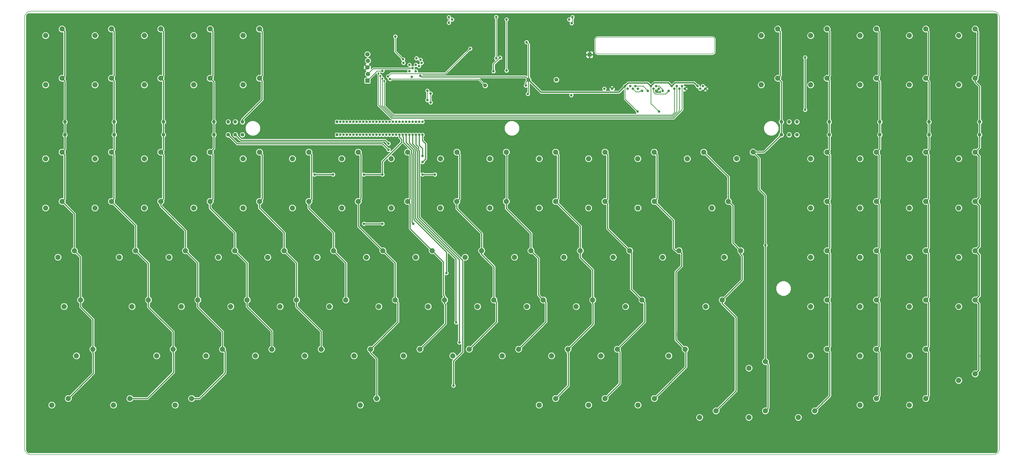
<source format=gbr>
%TF.GenerationSoftware,KiCad,Pcbnew,4.0.5+dfsg1-4*%
%TF.CreationDate,2018-04-07T15:20:27+10:00*%
%TF.ProjectId,mia,6D69612E6B696361645F706362000000,rev?*%
%TF.FileFunction,Copper,L1,Top,Signal*%
%FSLAX46Y46*%
G04 Gerber Fmt 4.6, Leading zero omitted, Abs format (unit mm)*
G04 Created by KiCad (PCBNEW 4.0.5+dfsg1-4) date Sat Apr  7 15:20:27 2018*
%MOMM*%
%LPD*%
G01*
G04 APERTURE LIST*
%ADD10C,0.050000*%
%ADD11C,0.150000*%
%ADD12C,5.400000*%
%ADD13C,4.500000*%
%ADD14C,2.000000*%
%ADD15R,1.000000X1.000000*%
%ADD16O,1.000000X1.000000*%
%ADD17R,1.700000X1.700000*%
%ADD18C,1.700000*%
%ADD19C,1.500000*%
%ADD20R,1.500000X1.500000*%
%ADD21C,5.000000*%
%ADD22C,6.000000*%
%ADD23C,1.000000*%
%ADD24C,1.400000*%
%ADD25O,1.400000X1.400000*%
%ADD26C,0.800000*%
%ADD27C,0.400000*%
%ADD28C,0.250000*%
%ADD29C,0.500000*%
%ADD30C,0.300000*%
%ADD31C,0.350000*%
%ADD32C,0.254000*%
G04 APERTURE END LIST*
D10*
D11*
X241750000Y-60750000D02*
G75*
G03X242750000Y-61750000I1000000J0D01*
G01*
X286750000Y-61750000D02*
G75*
G03X287750000Y-60750000I0J1000000D01*
G01*
X287750000Y-56250000D02*
G75*
G03X286750000Y-55250000I-1000000J0D01*
G01*
X242750000Y-55250000D02*
G75*
G03X241750000Y-56250000I0J-1000000D01*
G01*
X286750000Y-61750000D02*
X242750000Y-61750000D01*
X287750000Y-56250000D02*
X287750000Y-60750000D01*
X242750000Y-55250000D02*
X286750000Y-55250000D01*
X241750000Y-60750000D02*
X241750000Y-56250000D01*
X23812600Y-45243940D02*
G75*
G03X21431340Y-47625200I0J-2381260D01*
G01*
X21431340Y-214313400D02*
G75*
G03X23812600Y-216694660I2381260J0D01*
G01*
X395289160Y-216694660D02*
G75*
G03X397670420Y-214313400I0J2381260D01*
G01*
X397670420Y-47625200D02*
G75*
G03X395289160Y-45243940I-2381260J0D01*
G01*
X21431340Y-214313400D02*
X21431340Y-47625200D01*
X395289160Y-216694660D02*
X23812600Y-216694660D01*
X397670420Y-47625200D02*
X397670420Y-214313400D01*
X23812600Y-45243940D02*
X395289160Y-45243940D01*
D12*
X126206780Y-85725360D03*
D13*
X71437800Y-76201120D03*
D14*
X67627800Y-73661120D03*
X73977800Y-71121120D03*
D15*
X142000000Y-93000000D03*
D16*
X143270000Y-93000000D03*
X144540000Y-93000000D03*
X145810000Y-93000000D03*
X147080000Y-93000000D03*
X148350000Y-93000000D03*
X149620000Y-93000000D03*
X150890000Y-93000000D03*
X152160000Y-93000000D03*
X153430000Y-93000000D03*
X154700000Y-93000000D03*
X155970000Y-93000000D03*
X157240000Y-93000000D03*
X158510000Y-93000000D03*
X159780000Y-93000000D03*
X161050000Y-93000000D03*
X162320000Y-93000000D03*
X163590000Y-93000000D03*
X164860000Y-93000000D03*
X166130000Y-93000000D03*
X167400000Y-93000000D03*
X168670000Y-93000000D03*
X169940000Y-93000000D03*
X171210000Y-93000000D03*
X172480000Y-93000000D03*
X173750000Y-93000000D03*
X175020000Y-93000000D03*
D13*
X104775440Y-161925680D03*
D14*
X100965440Y-159385680D03*
X107315440Y-156845680D03*
D13*
X385762800Y-76201120D03*
D14*
X381952800Y-73661120D03*
X388302800Y-71121120D03*
D13*
X285750300Y-204788620D03*
D14*
X281940300Y-202248620D03*
X288290300Y-199708620D03*
D13*
X288131550Y-161926120D03*
D14*
X284321550Y-159386120D03*
X290671550Y-156846120D03*
D13*
X204787800Y-104776120D03*
D14*
X200977800Y-102236120D03*
X207327800Y-99696120D03*
D13*
X309562800Y-76201120D03*
D14*
X305752800Y-73661120D03*
X312102800Y-71121120D03*
D13*
X309562800Y-57151120D03*
D14*
X305752800Y-54611120D03*
X312102800Y-52071120D03*
D13*
X290512800Y-123826120D03*
D14*
X286702800Y-121286120D03*
X293052800Y-118746120D03*
D13*
X223837800Y-123826120D03*
D14*
X220027800Y-121286120D03*
X226377800Y-118746120D03*
D13*
X385762800Y-190501120D03*
D14*
X381952800Y-187961120D03*
X388302800Y-185421120D03*
D13*
X385762800Y-161926120D03*
D14*
X381952800Y-159386120D03*
X388302800Y-156846120D03*
D13*
X385762800Y-142876120D03*
D14*
X381952800Y-140336120D03*
X388302800Y-137796120D03*
D13*
X385762800Y-123826120D03*
D14*
X381952800Y-121286120D03*
X388302800Y-118746120D03*
D13*
X385762800Y-104776120D03*
D14*
X381952800Y-102236120D03*
X388302800Y-99696120D03*
D13*
X366732800Y-200026120D03*
D14*
X362922800Y-197486120D03*
X369272800Y-194946120D03*
D13*
X366712800Y-180976120D03*
D14*
X362902800Y-178436120D03*
X369252800Y-175896120D03*
D13*
X366712800Y-161926120D03*
D14*
X362902800Y-159386120D03*
X369252800Y-156846120D03*
D13*
X366712800Y-142876120D03*
D14*
X362902800Y-140336120D03*
X369252800Y-137796120D03*
D13*
X366712800Y-123826120D03*
D14*
X362902800Y-121286120D03*
X369252800Y-118746120D03*
D13*
X366712800Y-104776120D03*
D14*
X362902800Y-102236120D03*
X369252800Y-99696120D03*
D13*
X366712800Y-76201120D03*
D14*
X362902800Y-73661120D03*
X369252800Y-71121120D03*
D13*
X366712800Y-57151120D03*
D14*
X362902800Y-54611120D03*
X369252800Y-52071120D03*
D13*
X347662800Y-200026120D03*
D14*
X343852800Y-197486120D03*
X350202800Y-194946120D03*
D13*
X347662800Y-180976120D03*
D14*
X343852800Y-178436120D03*
X350202800Y-175896120D03*
D13*
X347662800Y-161926120D03*
D14*
X343852800Y-159386120D03*
X350202800Y-156846120D03*
D13*
X347662800Y-142876120D03*
D14*
X343852800Y-140336120D03*
X350202800Y-137796120D03*
D13*
X347662800Y-123826120D03*
D14*
X343852800Y-121286120D03*
X350202800Y-118746120D03*
D13*
X347662800Y-104776120D03*
D14*
X343852800Y-102236120D03*
X350202800Y-99696120D03*
D13*
X347662800Y-76201120D03*
D14*
X343852800Y-73661120D03*
X350202800Y-71121120D03*
D13*
X347662800Y-57151120D03*
D14*
X343852800Y-54611120D03*
X350202800Y-52071120D03*
D13*
X323850300Y-204788620D03*
D14*
X320040300Y-202248620D03*
X326390300Y-199708620D03*
D13*
X328612800Y-180976120D03*
D14*
X324802800Y-178436120D03*
X331152800Y-175896120D03*
D13*
X328612800Y-161926120D03*
D14*
X324802800Y-159386120D03*
X331152800Y-156846120D03*
D13*
X328612800Y-142876120D03*
D14*
X324802800Y-140336120D03*
X331152800Y-137796120D03*
D13*
X328612800Y-104776120D03*
D14*
X324802800Y-102236120D03*
X331152800Y-99696120D03*
D13*
X328612800Y-76201120D03*
D14*
X324802800Y-73661120D03*
X331152800Y-71121120D03*
D13*
X328612800Y-57151120D03*
D14*
X324802800Y-54611120D03*
X331152800Y-52071120D03*
D13*
X304800300Y-204788620D03*
D14*
X300990300Y-202248620D03*
X307340300Y-199708620D03*
D13*
X304800300Y-185738620D03*
D14*
X300990300Y-183198620D03*
X307340300Y-180658620D03*
D13*
X300025040Y-104743740D03*
D14*
X296215040Y-102203740D03*
X302565040Y-99663740D03*
D13*
X295275300Y-142876120D03*
D14*
X291465300Y-140336120D03*
X297815300Y-137796120D03*
D13*
X280987800Y-104776120D03*
D14*
X277177800Y-102236120D03*
X283527800Y-99696120D03*
D13*
X261937800Y-200026120D03*
D14*
X258127800Y-197486120D03*
X264477800Y-194946120D03*
D13*
X273844050Y-180976120D03*
D14*
X270034050Y-178436120D03*
X276384050Y-175896120D03*
D13*
X271462800Y-142876120D03*
D14*
X267652800Y-140336120D03*
X274002800Y-137796120D03*
D13*
X261937800Y-123826120D03*
D14*
X258127800Y-121286120D03*
X264477800Y-118746120D03*
D13*
X261879050Y-104776120D03*
D14*
X258069050Y-102236120D03*
X264419050Y-99696120D03*
D13*
X242887800Y-200026120D03*
D14*
X239077800Y-197486120D03*
X245427800Y-194946120D03*
D13*
X247650300Y-180976120D03*
D14*
X243840300Y-178436120D03*
X250190300Y-175896120D03*
D13*
X257175300Y-161926120D03*
D14*
X253365300Y-159386120D03*
X259715300Y-156846120D03*
D13*
X252412800Y-142876120D03*
D14*
X248602800Y-140336120D03*
X254952800Y-137796120D03*
D13*
X242887800Y-123826120D03*
D14*
X239077800Y-121286120D03*
X245427800Y-118746120D03*
D13*
X242887800Y-104776120D03*
D14*
X239077800Y-102236120D03*
X245427800Y-99696120D03*
D13*
X223837800Y-200026120D03*
D14*
X220027800Y-197486120D03*
X226377800Y-194946120D03*
D13*
X228600300Y-180976120D03*
D14*
X224790300Y-178436120D03*
X231140300Y-175896120D03*
D13*
X238125300Y-161926120D03*
D14*
X234315300Y-159386120D03*
X240665300Y-156846120D03*
D13*
X233362800Y-142876120D03*
D14*
X229552800Y-140336120D03*
X235902800Y-137796120D03*
D13*
X223837800Y-104776120D03*
D14*
X220027800Y-102236120D03*
X226377800Y-99696120D03*
D13*
X209550300Y-180976120D03*
D14*
X205740300Y-178436120D03*
X212090300Y-175896120D03*
D13*
X219075300Y-161926120D03*
D14*
X215265300Y-159386120D03*
X221615300Y-156846120D03*
D13*
X214312800Y-142876120D03*
D14*
X210502800Y-140336120D03*
X216852800Y-137796120D03*
D13*
X204787800Y-123826120D03*
D14*
X200977800Y-121286120D03*
X207327800Y-118746120D03*
D13*
X190500300Y-180976120D03*
D14*
X186690300Y-178436120D03*
X193040300Y-175896120D03*
D13*
X200025300Y-161926120D03*
D14*
X196215300Y-159386120D03*
X202565300Y-156846120D03*
D13*
X195262800Y-142876120D03*
D14*
X191452800Y-140336120D03*
X197802800Y-137796120D03*
D13*
X185700300Y-123826120D03*
D14*
X181890300Y-121286120D03*
X188240300Y-118746120D03*
D13*
X185737800Y-104776120D03*
D14*
X181927800Y-102236120D03*
X188277800Y-99696120D03*
D13*
X171450300Y-180976120D03*
D14*
X167640300Y-178436120D03*
X173990300Y-175896120D03*
D13*
X180975300Y-161926120D03*
D14*
X177165300Y-159386120D03*
X183515300Y-156846120D03*
D13*
X176212800Y-142876120D03*
D14*
X172402800Y-140336120D03*
X178752800Y-137796120D03*
D13*
X166687800Y-123826120D03*
D14*
X162877800Y-121286120D03*
X169227800Y-118746120D03*
D13*
X166687800Y-104776120D03*
D14*
X162877800Y-102236120D03*
X169227800Y-99696120D03*
D13*
X154781550Y-200026120D03*
D14*
X150971550Y-197486120D03*
X157321550Y-194946120D03*
D13*
X152400300Y-180976120D03*
D14*
X148590300Y-178436120D03*
X154940300Y-175896120D03*
D13*
X161925300Y-161926120D03*
D14*
X158115300Y-159386120D03*
X164465300Y-156846120D03*
D13*
X157162800Y-142876120D03*
D14*
X153352800Y-140336120D03*
X159702800Y-137796120D03*
D13*
X147637800Y-123826120D03*
D14*
X143827800Y-121286120D03*
X150177800Y-118746120D03*
D13*
X147637800Y-104776120D03*
D14*
X143827800Y-102236120D03*
X150177800Y-99696120D03*
D13*
X142875300Y-161926120D03*
D14*
X139065300Y-159386120D03*
X145415300Y-156846120D03*
D13*
X138112800Y-142876120D03*
D14*
X134302800Y-140336120D03*
X140652800Y-137796120D03*
D13*
X128587800Y-123826120D03*
D14*
X124777800Y-121286120D03*
X131127800Y-118746120D03*
D13*
X128587800Y-104776120D03*
D14*
X124777800Y-102236120D03*
X131127800Y-99696120D03*
D13*
X133350300Y-180976120D03*
D14*
X129540300Y-178436120D03*
X135890300Y-175896120D03*
D13*
X123825300Y-161926120D03*
D14*
X120015300Y-159386120D03*
X126365300Y-156846120D03*
D13*
X119062800Y-142876120D03*
D14*
X115252800Y-140336120D03*
X121602800Y-137796120D03*
D13*
X109537800Y-123826120D03*
D14*
X105727800Y-121286120D03*
X112077800Y-118746120D03*
D13*
X109537800Y-104776120D03*
D14*
X105727800Y-102236120D03*
X112077800Y-99696120D03*
D13*
X109537800Y-76201120D03*
D14*
X105727800Y-73661120D03*
X112077800Y-71121120D03*
D13*
X109537800Y-57151120D03*
D14*
X105727800Y-54611120D03*
X112077800Y-52071120D03*
D13*
X114300300Y-180976120D03*
D14*
X110490300Y-178436120D03*
X116840300Y-175896120D03*
D13*
X100012800Y-142876120D03*
D14*
X96202800Y-140336120D03*
X102552800Y-137796120D03*
D13*
X90487800Y-123826120D03*
D14*
X86677800Y-121286120D03*
X93027800Y-118746120D03*
D13*
X90487800Y-104776120D03*
D14*
X86677800Y-102236120D03*
X93027800Y-99696120D03*
D13*
X90487800Y-76201120D03*
D14*
X86677800Y-73661120D03*
X93027800Y-71121120D03*
D13*
X90487800Y-57151120D03*
D14*
X86677800Y-54611120D03*
X93027800Y-52071120D03*
D13*
X83344050Y-200026120D03*
D14*
X79534050Y-197486120D03*
X85884050Y-194946120D03*
D13*
X95250300Y-180976120D03*
D14*
X91440300Y-178436120D03*
X97790300Y-175896120D03*
D13*
X85725300Y-161926120D03*
D14*
X81915300Y-159386120D03*
X88265300Y-156846120D03*
D13*
X80962800Y-142876120D03*
D14*
X77152800Y-140336120D03*
X83502800Y-137796120D03*
D13*
X71437800Y-123826120D03*
D14*
X67627800Y-121286120D03*
X73977800Y-118746120D03*
D13*
X71437800Y-104776120D03*
D14*
X67627800Y-102236120D03*
X73977800Y-99696120D03*
D13*
X71437800Y-57151120D03*
D14*
X67627800Y-54611120D03*
X73977800Y-52071120D03*
D13*
X59531550Y-200026120D03*
D14*
X55721550Y-197486120D03*
X62071550Y-194946120D03*
D13*
X76200300Y-180976120D03*
D14*
X72390300Y-178436120D03*
X78740300Y-175896120D03*
D13*
X66675300Y-161926120D03*
D14*
X62865300Y-159386120D03*
X69215300Y-156846120D03*
D13*
X61754050Y-142876120D03*
D14*
X57944050Y-140336120D03*
X64294050Y-137796120D03*
D13*
X52387800Y-123826120D03*
D14*
X48577800Y-121286120D03*
X54927800Y-118746120D03*
D13*
X52387800Y-104776120D03*
D14*
X48577800Y-102236120D03*
X54927800Y-99696120D03*
D13*
X52387800Y-76201120D03*
D14*
X48577800Y-73661120D03*
X54927800Y-71121120D03*
D13*
X52387800Y-57151120D03*
D14*
X48577800Y-54611120D03*
X54927800Y-52071120D03*
D13*
X35719050Y-200026120D03*
D14*
X31909050Y-197486120D03*
X38259050Y-194946120D03*
D13*
X45244050Y-180976120D03*
D14*
X41434050Y-178436120D03*
X47784050Y-175896120D03*
D13*
X40481550Y-161926120D03*
D14*
X36671550Y-159386120D03*
X43021550Y-156846120D03*
D13*
X38100300Y-142876120D03*
D14*
X34290300Y-140336120D03*
X40640300Y-137796120D03*
D13*
X33337800Y-123826120D03*
D14*
X29527800Y-121286120D03*
X35877800Y-118746120D03*
D13*
X33337800Y-104776120D03*
D14*
X29527800Y-102236120D03*
X35877800Y-99696120D03*
D13*
X33337800Y-76201120D03*
D14*
X29527800Y-73661120D03*
X35877800Y-71121120D03*
D13*
X33337800Y-57151120D03*
D14*
X29527800Y-54611120D03*
X35877800Y-52071120D03*
D13*
X385762800Y-57151120D03*
D14*
X381952800Y-54611120D03*
X388302800Y-52071120D03*
D17*
X153728110Y-72020630D03*
D18*
X153928110Y-69480630D03*
X153728110Y-66940630D03*
X153928110Y-64400630D03*
X153728110Y-61860630D03*
D19*
X215928110Y-71690630D03*
D20*
X239500000Y-62000000D03*
D21*
X204826360Y-193040840D03*
D22*
X204826360Y-208280840D03*
D21*
X104813440Y-193040840D03*
D22*
X104813440Y-208280840D03*
D21*
X276226160Y-155020090D03*
D22*
X276226160Y-170260090D03*
D21*
X300038760Y-155020090D03*
D22*
X300038760Y-170260090D03*
D21*
X302420020Y-116919930D03*
D22*
X302420020Y-132159930D03*
D21*
X278607420Y-116919930D03*
D22*
X278607420Y-132159930D03*
D21*
X33337640Y-174070170D03*
D22*
X33337640Y-189310170D03*
D21*
X57150240Y-174070170D03*
D22*
X57150240Y-189310170D03*
D21*
X392669710Y-178594500D03*
D22*
X377429710Y-178594500D03*
D21*
X392669710Y-202407100D03*
D22*
X377429710Y-202407100D03*
D13*
X328613880Y-123825520D03*
D14*
X324803880Y-121285520D03*
X331153880Y-118745520D03*
D23*
X263178110Y-74190630D03*
X264178110Y-75190630D03*
X265178110Y-74190630D03*
X266178110Y-75190630D03*
X253178110Y-74190630D03*
X254178110Y-75190630D03*
X255178110Y-74190630D03*
X256178110Y-75190630D03*
X257178110Y-74190630D03*
X258178110Y-75190630D03*
X271178110Y-74190630D03*
X272178110Y-75190630D03*
X273178110Y-74190630D03*
X274178110Y-75190630D03*
X275178110Y-74190630D03*
X276178110Y-75190630D03*
X281178110Y-74190630D03*
X282178110Y-75190630D03*
X283178110Y-74190630D03*
X284178110Y-75190630D03*
D19*
X226678110Y-71690630D03*
X199178110Y-73940630D03*
D15*
X142000000Y-88000000D03*
D16*
X143270000Y-88000000D03*
X144540000Y-88000000D03*
X145810000Y-88000000D03*
X147080000Y-88000000D03*
X148350000Y-88000000D03*
X149620000Y-88000000D03*
X150890000Y-88000000D03*
X152160000Y-88000000D03*
X153430000Y-88000000D03*
X154700000Y-88000000D03*
X155970000Y-88000000D03*
X157240000Y-88000000D03*
X158510000Y-88000000D03*
X159780000Y-88000000D03*
X161050000Y-88000000D03*
X162320000Y-88000000D03*
X163590000Y-88000000D03*
X164860000Y-88000000D03*
X166130000Y-88000000D03*
X167400000Y-88000000D03*
X168670000Y-88000000D03*
X169940000Y-88000000D03*
X171210000Y-88000000D03*
X172480000Y-88000000D03*
X173750000Y-88000000D03*
X175020000Y-88000000D03*
D24*
X37000000Y-93000000D03*
D25*
X37000000Y-88000000D03*
D24*
X56000000Y-93000000D03*
D25*
X56000000Y-88000000D03*
D24*
X75009690Y-93000000D03*
D25*
X75009690Y-88000000D03*
D24*
X94500000Y-93000000D03*
D25*
X94500000Y-88000000D03*
D24*
X105500000Y-93000000D03*
D25*
X105500000Y-88000000D03*
D24*
X313500000Y-93000000D03*
D25*
X313500000Y-88000000D03*
D24*
X332000000Y-93000000D03*
D25*
X332000000Y-88000000D03*
D24*
X351500000Y-93000000D03*
D25*
X351500000Y-88000000D03*
D24*
X370500000Y-93000000D03*
D25*
X370500000Y-88000000D03*
D24*
X390000000Y-93000000D03*
D25*
X390000000Y-88000000D03*
D24*
X102750000Y-93000000D03*
D25*
X102750000Y-88000000D03*
D24*
X100000000Y-93000000D03*
D25*
X100000000Y-88000000D03*
D24*
X319500000Y-93000000D03*
D25*
X319500000Y-88000000D03*
D24*
X316500000Y-93000000D03*
D25*
X316500000Y-88000000D03*
D26*
X160250000Y-72250000D03*
X159500000Y-71250000D03*
X158750000Y-70250000D03*
X158000000Y-69250000D03*
D12*
X292931891Y-85681891D03*
X292894980Y-50006460D03*
X126250000Y-50000000D03*
D23*
X245178110Y-75190630D03*
X248178110Y-75190630D03*
X165400000Y-74700000D03*
X171956649Y-53305552D03*
X168428876Y-53337956D03*
X154919113Y-81008663D03*
X172201807Y-81202277D03*
X170186493Y-81207392D03*
X225728100Y-74190630D03*
X168458861Y-66387601D03*
X174678110Y-67440630D03*
X168928110Y-63440630D03*
X171428110Y-63440630D03*
X220400000Y-70200000D03*
X220400000Y-71600000D03*
X220400000Y-73000000D03*
X220400000Y-74200000D03*
X222000000Y-70200000D03*
X222000000Y-71600000D03*
X222000000Y-73000000D03*
X222000000Y-74200000D03*
X247000000Y-68500000D03*
X283000000Y-68500000D03*
X275000000Y-68500000D03*
X265000000Y-68500000D03*
X257000000Y-68500000D03*
X242264856Y-70791604D03*
X239500000Y-64500000D03*
X239500000Y-59000000D03*
X192428110Y-67400000D03*
X198500000Y-68000000D03*
X201428110Y-77190630D03*
X201428110Y-73940630D03*
X209178110Y-67190630D03*
X209178110Y-71690630D03*
X209178110Y-69440630D03*
X206603100Y-54940630D03*
X184928110Y-57940630D03*
X224428110Y-61690630D03*
X218428110Y-61690630D03*
X157797010Y-66440630D03*
X233678110Y-59940630D03*
X235928110Y-59940630D03*
X229678110Y-71190630D03*
X232432508Y-81132966D03*
X184678110Y-78690630D03*
X186678110Y-76940630D03*
X232678110Y-68940630D03*
X206028110Y-68440630D03*
X213428110Y-54940630D03*
X208928110Y-54940630D03*
X199928110Y-54940630D03*
X197678110Y-54940630D03*
X184928110Y-64690630D03*
X174250000Y-64000000D03*
X258000000Y-84000000D03*
X266250000Y-84000000D03*
X174678110Y-65190630D03*
X167676680Y-65183569D03*
X214928110Y-73940630D03*
X215678110Y-77190630D03*
X167478110Y-63790630D03*
X164478110Y-54990630D03*
X170878110Y-70590630D03*
X174178110Y-70190630D03*
X215178110Y-57190630D03*
X169928110Y-68440630D03*
X172428110Y-68440630D03*
X172428110Y-65940630D03*
X169928110Y-65940630D03*
X171178110Y-67190630D03*
X172678110Y-63440630D03*
X173678110Y-66440630D03*
X176878093Y-79602159D03*
X176864852Y-75931387D03*
X322660730Y-63103390D03*
X322660730Y-83344100D03*
X161925680Y-96441030D03*
X175022610Y-101203550D03*
X178128349Y-80519003D03*
X178143253Y-77034214D03*
X161925680Y-98822290D03*
X175022610Y-103584810D03*
X175022610Y-108347330D03*
X179785130Y-108347330D03*
X152400640Y-108347330D03*
X159544420Y-108347330D03*
X140494340Y-108347330D03*
X133350560Y-108347330D03*
X171450720Y-127397410D03*
X152400640Y-127397410D03*
X159544420Y-127397410D03*
X184250000Y-146447490D03*
X188000000Y-165497570D03*
X189213558Y-173322967D03*
X186928910Y-189961073D03*
X307340300Y-135731820D03*
X232552144Y-49878895D03*
X185178110Y-47486484D03*
X185178110Y-49690630D03*
X203428110Y-47453149D03*
X203428110Y-63440630D03*
X232878110Y-47486484D03*
X231575580Y-48442696D03*
X186428110Y-48433664D03*
X207428110Y-48433664D03*
X207428110Y-68190630D03*
X159535173Y-68298085D03*
X259750000Y-76000000D03*
X262000000Y-76000000D03*
X270000000Y-76000000D03*
X267750000Y-76000000D03*
X193428110Y-59690630D03*
X161678110Y-70440630D03*
X202401516Y-68440630D03*
X204941516Y-63190630D03*
X232428110Y-77690630D03*
X162428110Y-71440630D03*
D27*
X239500000Y-62000000D02*
X239500000Y-64500000D01*
D28*
X258000000Y-84000000D02*
X253178110Y-79178110D01*
X253178110Y-79178110D02*
X253178110Y-74190630D01*
X266250000Y-84000000D02*
X263178110Y-80928110D01*
X263178110Y-80928110D02*
X263178110Y-74190630D01*
D29*
X215928110Y-71690630D02*
X220773783Y-76536303D01*
X220773783Y-76536303D02*
X250832437Y-76536303D01*
X250832437Y-76536303D02*
X253178110Y-74190630D01*
D30*
X170213550Y-67448084D02*
X170471004Y-67190630D01*
X155960656Y-67448084D02*
X170213550Y-67448084D01*
X153928110Y-69480630D02*
X155960656Y-67448084D01*
X170471004Y-67190630D02*
X171178110Y-67190630D01*
D31*
X215928110Y-71690630D02*
X215917208Y-71690630D01*
X215917208Y-71690630D02*
X214928110Y-72679728D01*
X214928110Y-72679728D02*
X214928110Y-73940630D01*
X215928110Y-76940630D02*
X215678110Y-77190630D01*
X215928110Y-71690630D02*
X215928110Y-76940630D01*
X215178110Y-57190630D02*
X215945838Y-57958358D01*
X215945838Y-57958358D02*
X215945838Y-71672902D01*
X215945838Y-71672902D02*
X215928110Y-71690630D01*
D27*
X215928110Y-71690630D02*
X214827670Y-70590190D01*
X214827670Y-70590190D02*
X174577670Y-70590190D01*
X174577670Y-70590190D02*
X174178110Y-70190630D01*
D28*
X164478110Y-54990630D02*
X164478110Y-60790630D01*
X164478110Y-60790630D02*
X167478110Y-63790630D01*
D29*
X263178110Y-74190630D02*
X263157047Y-74190630D01*
X261904411Y-72937994D02*
X254430746Y-72937994D01*
X263157047Y-74190630D02*
X261904411Y-72937994D01*
X254430746Y-72937994D02*
X253178110Y-74190630D01*
X271178110Y-74190630D02*
X269916857Y-72929377D01*
X269916857Y-72929377D02*
X264439363Y-72929377D01*
X264439363Y-72929377D02*
X263178110Y-74190630D01*
X281178110Y-74190630D02*
X279922146Y-72934666D01*
X279922146Y-72934666D02*
X272434074Y-72934666D01*
X272434074Y-72934666D02*
X271178110Y-74190630D01*
D28*
X176864852Y-79588918D02*
X176878093Y-79602159D01*
X176864852Y-75931387D02*
X176864852Y-79588918D01*
D27*
X161925680Y-96441030D02*
X160625667Y-95141017D01*
X160625667Y-95141017D02*
X104891017Y-95141017D01*
X104891017Y-95141017D02*
X102750000Y-93000000D01*
X322660730Y-83344100D02*
X322660730Y-63103390D01*
X175022610Y-98321104D02*
X175022610Y-101203550D01*
X173750000Y-97048494D02*
X175022610Y-98321104D01*
X173750000Y-93000000D02*
X173750000Y-97048494D01*
D28*
X178143253Y-80504099D02*
X178128349Y-80519003D01*
X178143253Y-77034214D02*
X178143253Y-80504099D01*
D27*
X161925680Y-98822290D02*
X159544420Y-96441030D01*
X159544420Y-96441030D02*
X103441030Y-96441030D01*
X103441030Y-96441030D02*
X100000000Y-93000000D01*
X176213240Y-96441030D02*
X176213240Y-102394180D01*
X176213240Y-102394180D02*
X175022610Y-103584810D01*
X175020000Y-95247790D02*
X176213240Y-96441030D01*
X175020000Y-93000000D02*
X175020000Y-95247790D01*
X166135369Y-93005369D02*
X166135369Y-94010184D01*
X166130000Y-93000000D02*
X166135369Y-93005369D01*
X159544420Y-103349498D02*
X159544420Y-108347330D01*
X166135369Y-94010184D02*
X166935742Y-94810557D01*
X166935742Y-95958176D02*
X159544420Y-103349498D01*
X166935742Y-94810557D02*
X166935742Y-95958176D01*
X179785130Y-108347330D02*
X175022610Y-108347330D01*
X159544420Y-108347330D02*
X152400640Y-108347330D01*
X133350560Y-108347330D02*
X140494340Y-108347330D01*
X167400000Y-93707106D02*
X167635753Y-93942859D01*
X170927809Y-100406166D02*
X170927809Y-126874499D01*
X167635753Y-93942859D02*
X167635753Y-95884071D01*
X170927809Y-126874499D02*
X171450720Y-127397410D01*
X167400000Y-93000000D02*
X167400000Y-93707106D01*
X170727801Y-98976119D02*
X170727801Y-100206158D01*
X167635753Y-95884071D02*
X170727801Y-98976119D01*
X170727801Y-100206158D02*
X170927809Y-100406166D01*
X159544420Y-127397410D02*
X152400640Y-127397410D01*
X184250000Y-138321875D02*
X184250000Y-146447490D01*
X171427812Y-99916204D02*
X171627820Y-100116212D01*
X171627820Y-125699695D02*
X184250000Y-138321875D01*
X168670000Y-93000000D02*
X168670000Y-95928353D01*
X168670000Y-95928353D02*
X171427812Y-98686165D01*
X171627820Y-100116212D02*
X171627820Y-125699695D01*
X171427812Y-98686165D02*
X171427812Y-99916204D01*
X172327831Y-99826258D02*
X172327831Y-125409741D01*
X187917354Y-165414924D02*
X188000000Y-165497570D01*
X169940000Y-93000000D02*
X169940000Y-96208388D01*
X169940000Y-96208388D02*
X172127823Y-98396211D01*
X172127823Y-98396211D02*
X172127823Y-99626250D01*
X172127823Y-99626250D02*
X172327831Y-99826258D01*
X172327831Y-125409741D02*
X187917354Y-140999264D01*
X187917354Y-140999264D02*
X187917354Y-165414924D01*
X173027842Y-125119787D02*
X189213558Y-141305503D01*
X171210000Y-93000000D02*
X171210000Y-96488423D01*
X171210000Y-96488423D02*
X172827834Y-98106257D01*
X172827834Y-99336296D02*
X173027842Y-99536304D01*
X172827834Y-98106257D02*
X172827834Y-99336296D01*
X173027842Y-99536304D02*
X173027842Y-125119787D01*
X189213558Y-141305503D02*
X189213558Y-173322967D01*
X173727853Y-99246350D02*
X173727853Y-124829833D01*
X172480000Y-96768458D02*
X173527845Y-97816303D01*
X186928910Y-180477508D02*
X186928910Y-189961073D01*
X173527845Y-99046342D02*
X173727853Y-99246350D01*
X173527845Y-97816303D02*
X173527845Y-99046342D01*
X190473387Y-141575367D02*
X190473387Y-176933031D01*
X172480000Y-93000000D02*
X172480000Y-96768458D01*
X173727853Y-124829833D02*
X190473387Y-141575367D01*
X190473387Y-176933031D02*
X186928910Y-180477508D01*
X37000000Y-88000000D02*
X37000000Y-72243320D01*
X37000000Y-72243320D02*
X35877800Y-71121120D01*
X37000000Y-93000000D02*
X37000000Y-88000000D01*
X35877800Y-99696120D02*
X37000000Y-98573920D01*
X37000000Y-98573920D02*
X37000000Y-93000000D01*
X43021550Y-156846120D02*
X43021550Y-159596716D01*
X43021550Y-159596716D02*
X47784050Y-164359216D01*
X47784050Y-164359216D02*
X47784050Y-175896120D01*
X36909675Y-117714245D02*
X35877800Y-118746120D01*
X35877800Y-52071120D02*
X36909675Y-53102995D01*
X36909675Y-53102995D02*
X36909675Y-70089245D01*
X35877800Y-99696120D02*
X36909675Y-100727995D01*
X36909675Y-70089245D02*
X35877800Y-71121120D01*
X40640300Y-123508620D02*
X40640300Y-137796120D01*
X36909675Y-100727995D02*
X36909675Y-117714245D01*
X40640300Y-137796120D02*
X43021550Y-140177370D01*
X47944051Y-177470334D02*
X47944051Y-185261119D01*
X47944051Y-185261119D02*
X38259050Y-194946120D01*
X47784050Y-175896120D02*
X47784050Y-177310333D01*
X43021550Y-140177370D02*
X43021550Y-156846120D01*
X35877800Y-118746120D02*
X40640300Y-123508620D01*
X47784050Y-177310333D02*
X47944051Y-177470334D01*
X56000000Y-93000000D02*
X56000000Y-98623920D01*
X56000000Y-98623920D02*
X54927800Y-99696120D01*
X56000000Y-88000000D02*
X56000000Y-93000000D01*
X54927800Y-71121120D02*
X56000000Y-72193320D01*
X56000000Y-72193320D02*
X56000000Y-88000000D01*
X69215300Y-156846120D02*
X69215300Y-159591197D01*
X69215300Y-159591197D02*
X78740300Y-169116197D01*
X78740300Y-169116197D02*
X78740300Y-175896120D01*
X78740300Y-175896120D02*
X78740300Y-177310333D01*
X78740300Y-177310333D02*
X78900301Y-177470334D01*
X78900301Y-177470334D02*
X78900301Y-184870865D01*
X68825046Y-194946120D02*
X62071550Y-194946120D01*
X78900301Y-184870865D02*
X68825046Y-194946120D01*
X55927799Y-117746121D02*
X54927800Y-118746120D01*
X54927800Y-52071120D02*
X55959675Y-53102995D01*
X54927800Y-118746120D02*
X64294050Y-128112370D01*
X55959675Y-53102995D02*
X55959675Y-70089245D01*
X69215300Y-142717370D02*
X69215300Y-156846120D01*
X64294050Y-128112370D02*
X64294050Y-137796120D01*
X64294050Y-137796120D02*
X69215300Y-142717370D01*
X54927800Y-99696120D02*
X55927799Y-100696119D01*
X55959675Y-70089245D02*
X54927800Y-71121120D01*
X55927799Y-100696119D02*
X55927799Y-117746121D01*
X75009690Y-93000000D02*
X75009690Y-98664230D01*
X75009690Y-98664230D02*
X73977800Y-99696120D01*
X75009690Y-88000000D02*
X75009690Y-93000000D01*
X73977800Y-71121120D02*
X75009690Y-72153010D01*
X75009690Y-72153010D02*
X75009690Y-88000000D01*
X88265300Y-156846120D02*
X88265300Y-159605348D01*
X88265300Y-159605348D02*
X97790300Y-169130348D01*
X97790300Y-169130348D02*
X97790300Y-175896120D01*
X73977800Y-118746120D02*
X73977800Y-120507815D01*
X73977800Y-120507815D02*
X83502800Y-130032815D01*
X83502800Y-130032815D02*
X83502800Y-137796120D01*
X97790300Y-175896120D02*
X98790299Y-176896119D01*
X98790299Y-176896119D02*
X98790299Y-185107282D01*
X88927922Y-194969659D02*
X85907589Y-194969659D01*
X98790299Y-185107282D02*
X88927922Y-194969659D01*
X85907589Y-194969659D02*
X85884050Y-194946120D01*
X75009675Y-117714245D02*
X73977800Y-118746120D01*
X75009675Y-70089245D02*
X73977800Y-71121120D01*
X83502800Y-137796120D02*
X88265300Y-142558620D01*
X75009675Y-53102995D02*
X75009675Y-70089245D01*
X88265300Y-142558620D02*
X88265300Y-156846120D01*
X73977800Y-52071120D02*
X75009675Y-53102995D01*
X75009675Y-100727995D02*
X75009675Y-117714245D01*
X73977800Y-99696120D02*
X75009675Y-100727995D01*
X94500000Y-93000000D02*
X94500000Y-98223920D01*
X94500000Y-98223920D02*
X93027800Y-99696120D01*
X94500000Y-88000000D02*
X94500000Y-93000000D01*
X93027800Y-71121120D02*
X94500000Y-72593320D01*
X94500000Y-72593320D02*
X94500000Y-88000000D01*
X107315440Y-156845680D02*
X107287387Y-156873733D01*
X107287387Y-156873733D02*
X107287387Y-159412358D01*
X107287387Y-159412358D02*
X116840300Y-168965271D01*
X116840300Y-168965271D02*
X116840300Y-175896120D01*
X93027800Y-118746120D02*
X93027800Y-121357269D01*
X102552800Y-130882269D02*
X102552800Y-137796120D01*
X93027800Y-121357269D02*
X102552800Y-130882269D01*
X102552800Y-137796120D02*
X107315440Y-142558760D01*
X107315440Y-142558760D02*
X107315440Y-156845680D01*
X93027800Y-99696120D02*
X94059675Y-100727995D01*
X94059675Y-70089245D02*
X93027800Y-71121120D01*
X94059675Y-100727995D02*
X94059675Y-117714245D01*
X94059675Y-53102995D02*
X94059675Y-70089245D01*
X93027800Y-52071120D02*
X94059675Y-53102995D01*
X94059675Y-117714245D02*
X93027800Y-118746120D01*
X105500000Y-88000000D02*
X105500000Y-87010051D01*
X113077799Y-72121119D02*
X112077800Y-71121120D01*
X105500000Y-87010051D02*
X113077799Y-79432252D01*
X113077799Y-79432252D02*
X113077799Y-72121119D01*
X126365300Y-156846120D02*
X126365300Y-159453936D01*
X126365300Y-159453936D02*
X135890300Y-168978936D01*
X135890300Y-168978936D02*
X135890300Y-175896120D01*
X112077800Y-118746120D02*
X112077800Y-121277589D01*
X112077800Y-121277589D02*
X121602800Y-130802589D01*
X121602800Y-130802589D02*
X121602800Y-137796120D01*
X113109675Y-117714245D02*
X112077800Y-118746120D01*
X113109675Y-100727995D02*
X113109675Y-117714245D01*
X121602800Y-137796120D02*
X126365300Y-142558620D01*
X126365300Y-142558620D02*
X126365300Y-156846120D01*
X113109675Y-70089245D02*
X112077800Y-71121120D01*
X112077800Y-99696120D02*
X113109675Y-100727995D01*
X112077800Y-52071120D02*
X113109675Y-53102995D01*
X113109675Y-53102995D02*
X113109675Y-70089245D01*
X131127800Y-118746120D02*
X131127800Y-121374730D01*
X131127800Y-121374730D02*
X140652800Y-130899730D01*
X140652800Y-130899730D02*
X140652800Y-137796120D01*
X140652800Y-137796120D02*
X145415300Y-142558620D01*
X145415300Y-142558620D02*
X145415300Y-156846120D01*
X132159675Y-100727995D02*
X132159675Y-117714245D01*
X132159675Y-117714245D02*
X131127800Y-118746120D01*
X131127800Y-99696120D02*
X132159675Y-100727995D01*
X150177800Y-118746120D02*
X150287801Y-118856121D01*
X150287801Y-118856121D02*
X150287801Y-128381121D01*
X150287801Y-128381121D02*
X159702800Y-137796120D01*
X150177800Y-99696120D02*
X151209675Y-100727995D01*
X151209675Y-117714245D02*
X150177800Y-118746120D01*
X151209675Y-100727995D02*
X151209675Y-117714245D01*
X164465300Y-142558620D02*
X164465300Y-156846120D01*
X165465299Y-165371121D02*
X154940300Y-175896120D01*
X165465299Y-157846119D02*
X165465299Y-165371121D01*
X157321550Y-179691583D02*
X157321550Y-194946120D01*
X154940300Y-177310333D02*
X157321550Y-179691583D01*
X159702800Y-137796120D02*
X164465300Y-142558620D01*
X164465300Y-156846120D02*
X165465299Y-157846119D01*
X154940300Y-175896120D02*
X154940300Y-177310333D01*
X170227799Y-100696119D02*
X170227799Y-117746121D01*
X169227800Y-99696120D02*
X170227799Y-100696119D01*
X170227799Y-117746121D02*
X169227800Y-118746120D01*
X170227799Y-129271119D02*
X178752800Y-137796120D01*
X169227800Y-118746120D02*
X170227799Y-119746119D01*
X170227799Y-119746119D02*
X170227799Y-129271119D01*
X183515300Y-156846120D02*
X183515300Y-158260333D01*
X183515300Y-158260333D02*
X183867649Y-158612682D01*
X183867649Y-158612682D02*
X183867649Y-166018771D01*
X183867649Y-166018771D02*
X173990300Y-175896120D01*
X183071849Y-154988456D02*
X183515300Y-155431907D01*
X178752800Y-137796120D02*
X183071849Y-142115169D01*
X183071849Y-142115169D02*
X183071849Y-154988456D01*
X183515300Y-155431907D02*
X183515300Y-156846120D01*
X188240300Y-118746120D02*
X188240300Y-121532998D01*
X197802800Y-131095498D02*
X197802800Y-137796120D01*
X188240300Y-121532998D02*
X197802800Y-131095498D01*
X189309675Y-117676745D02*
X188240300Y-118746120D01*
X188277800Y-99696120D02*
X189309675Y-100727995D01*
X197802800Y-139210333D02*
X202565300Y-143972833D01*
X202565300Y-143972833D02*
X202565300Y-156846120D01*
X197802800Y-137796120D02*
X197802800Y-139210333D01*
X202565300Y-156846120D02*
X203565299Y-157846119D01*
X203565299Y-165371121D02*
X193040300Y-175896120D01*
X203565299Y-157846119D02*
X203565299Y-165371121D01*
X189309675Y-100727995D02*
X189309675Y-117676745D01*
X207327800Y-118746120D02*
X207327800Y-121505146D01*
X207327800Y-121505146D02*
X216852800Y-131030146D01*
X216852800Y-131030146D02*
X216852800Y-137796120D01*
X207327800Y-99696120D02*
X207527605Y-99895925D01*
X207527605Y-99895925D02*
X207527605Y-118546315D01*
X207527605Y-118546315D02*
X207327800Y-118746120D01*
X216852800Y-137796120D02*
X219792118Y-140735438D01*
X219792118Y-140735438D02*
X219792118Y-155022938D01*
X219792118Y-155022938D02*
X221615300Y-156846120D01*
X221615300Y-156846120D02*
X222615299Y-157846119D01*
X222615299Y-157846119D02*
X222615299Y-165371121D01*
X222615299Y-165371121D02*
X212090300Y-175896120D01*
X235902800Y-137796120D02*
X235902800Y-140434014D01*
X235902800Y-140434014D02*
X240665300Y-145196514D01*
X240665300Y-145196514D02*
X240665300Y-156846120D01*
X231140300Y-175896120D02*
X231140300Y-177310333D01*
X231140300Y-177310333D02*
X231300301Y-177470334D01*
X231300301Y-177470334D02*
X231300301Y-190023619D01*
X231300301Y-190023619D02*
X226377800Y-194946120D01*
X240665300Y-156846120D02*
X240665300Y-158260333D01*
X240665300Y-158260333D02*
X240825301Y-158420334D01*
X240825301Y-158420334D02*
X240825301Y-166211119D01*
X240825301Y-166211119D02*
X231140300Y-175896120D01*
X226377800Y-118746120D02*
X235902800Y-128271120D01*
X235902800Y-128271120D02*
X235902800Y-137796120D01*
X227409675Y-100727995D02*
X227409675Y-117714245D01*
X227409675Y-117714245D02*
X226377800Y-118746120D01*
X226377800Y-99696120D02*
X227409675Y-100727995D01*
X246427799Y-129271119D02*
X254952800Y-137796120D01*
X246427799Y-119746119D02*
X246427799Y-129271119D01*
X245427800Y-118746120D02*
X246427799Y-119746119D01*
X259715300Y-156846120D02*
X255582789Y-152713609D01*
X255582789Y-152713609D02*
X255582789Y-138429727D01*
X255582789Y-138429727D02*
X254952800Y-137799738D01*
X254952800Y-137799738D02*
X254952800Y-137796120D01*
X246459675Y-100727995D02*
X246459675Y-117714245D01*
X246459675Y-117714245D02*
X245427800Y-118746120D01*
X245427800Y-99696120D02*
X246459675Y-100727995D01*
X260747175Y-157877995D02*
X260747175Y-165339245D01*
X260747175Y-165339245D02*
X250190300Y-175896120D01*
X259715300Y-156846120D02*
X260747175Y-157877995D01*
X245427800Y-194946120D02*
X251190299Y-189183621D01*
X251190299Y-189183621D02*
X251190299Y-176896119D01*
X251190299Y-176896119D02*
X250190300Y-175896120D01*
X274002800Y-137796120D02*
X275002799Y-138796119D01*
X272769733Y-172281803D02*
X276384050Y-175896120D01*
X275002799Y-143721033D02*
X272769733Y-145954099D01*
X275002799Y-138796119D02*
X275002799Y-143721033D01*
X272769733Y-145954099D02*
X272769733Y-172281803D01*
X264477800Y-118746120D02*
X271819550Y-126087870D01*
X272746399Y-137796120D02*
X274002800Y-137796120D01*
X271819550Y-136869271D02*
X272746399Y-137796120D01*
X271819550Y-126087870D02*
X271819550Y-136869271D01*
X276384050Y-175896120D02*
X276646485Y-176158555D01*
X276646485Y-176158555D02*
X276646485Y-182777435D01*
X276646485Y-182777435D02*
X264477800Y-194946120D01*
X265509675Y-100786745D02*
X265509675Y-117714245D01*
X265509675Y-117714245D02*
X264477800Y-118746120D01*
X264419050Y-99696120D02*
X265509675Y-100786745D01*
X297815300Y-137796120D02*
X297815300Y-139245693D01*
X297815300Y-139245693D02*
X298382495Y-139812888D01*
X298382495Y-139812888D02*
X298382495Y-149135175D01*
X298382495Y-149135175D02*
X290671550Y-156846120D01*
X293052800Y-109221120D02*
X293052800Y-118746120D01*
X283527800Y-99696120D02*
X293052800Y-109221120D01*
X290671550Y-156846120D02*
X290671550Y-158260333D01*
X295977758Y-192021162D02*
X288280780Y-199718140D01*
X295977758Y-163566541D02*
X295977758Y-192021162D01*
X290671550Y-158260333D02*
X295977758Y-163566541D01*
X288280780Y-199718140D02*
X288290300Y-199708620D01*
X293052800Y-118746120D02*
X294786316Y-120479636D01*
X294786316Y-120479636D02*
X294786316Y-134767136D01*
X294786316Y-134767136D02*
X297815300Y-137796120D01*
X312102800Y-71121120D02*
X313500000Y-72518320D01*
X313500000Y-72518320D02*
X313500000Y-88000000D01*
X313500000Y-93000000D02*
X306836260Y-99663740D01*
X306836260Y-99663740D02*
X302565040Y-99663740D01*
X313500000Y-88000000D02*
X313500000Y-93000000D01*
X307340300Y-180658620D02*
X307340300Y-135731820D01*
X307340300Y-135731820D02*
X307340300Y-116492466D01*
X304910685Y-102009385D02*
X304910685Y-114062851D01*
X307340300Y-116492466D02*
X304910685Y-114062851D01*
X302565040Y-99663740D02*
X304910685Y-102009385D01*
X308372175Y-181690495D02*
X308372175Y-198676745D01*
X307340300Y-180658620D02*
X308372175Y-181690495D01*
X308372175Y-198676745D02*
X307340300Y-199708620D01*
X313134675Y-53102995D02*
X313134675Y-70089245D01*
X313134675Y-70089245D02*
X312102800Y-71121120D01*
X312102800Y-52071120D02*
X313134675Y-53102995D01*
X331152800Y-71121120D02*
X332000000Y-71968320D01*
X332000000Y-71968320D02*
X332000000Y-88000000D01*
X332000000Y-93000000D02*
X332000000Y-98848920D01*
X332000000Y-98848920D02*
X331152800Y-99696120D01*
X332000000Y-88000000D02*
X332000000Y-93000000D01*
X332184675Y-176927995D02*
X332184675Y-193914245D01*
X332184675Y-193914245D02*
X326390300Y-199708620D01*
X331152800Y-175896120D02*
X332184675Y-176927995D01*
X332184675Y-157877995D02*
X332184675Y-174864245D01*
X332184675Y-174864245D02*
X331152800Y-175896120D01*
X331152800Y-156846120D02*
X332184675Y-157877995D01*
X332184675Y-138827995D02*
X332184675Y-155814245D01*
X332184675Y-155814245D02*
X331152800Y-156846120D01*
X331152800Y-137796120D02*
X332184675Y-138827995D01*
X332184675Y-119777995D02*
X332184675Y-136764245D01*
X332184675Y-136764245D02*
X331152800Y-137796120D01*
X331152800Y-118746120D02*
X332184675Y-119777995D01*
X332184675Y-100727995D02*
X332184675Y-117714245D01*
X332184675Y-117714245D02*
X331152800Y-118746120D01*
X331152800Y-99696120D02*
X332184675Y-100727995D01*
X331152800Y-52071120D02*
X332152799Y-53071119D01*
X332152799Y-53071119D02*
X332152799Y-70121121D01*
X332152799Y-70121121D02*
X331152800Y-71121120D01*
X351500000Y-93000000D02*
X351500000Y-98398920D01*
X351500000Y-98398920D02*
X350202800Y-99696120D01*
X351500000Y-88000000D02*
X351500000Y-93000000D01*
X350202800Y-71121120D02*
X351500000Y-72418320D01*
X351500000Y-72418320D02*
X351500000Y-88000000D01*
X351234675Y-176927995D02*
X351234675Y-193914245D01*
X351234675Y-193914245D02*
X350202800Y-194946120D01*
X350202800Y-175896120D02*
X351234675Y-176927995D01*
X351234675Y-157877995D02*
X351234675Y-174864245D01*
X351234675Y-174864245D02*
X350202800Y-175896120D01*
X350202800Y-156846120D02*
X351234675Y-157877995D01*
X351234675Y-138827995D02*
X351234675Y-155814245D01*
X351234675Y-155814245D02*
X350202800Y-156846120D01*
X350202800Y-137796120D02*
X351234675Y-138827995D01*
X351234675Y-119777995D02*
X351234675Y-136764245D01*
X351234675Y-136764245D02*
X350202800Y-137796120D01*
X350202800Y-118746120D02*
X351234675Y-119777995D01*
X351234675Y-100727995D02*
X351234675Y-117714245D01*
X351234675Y-117714245D02*
X350202800Y-118746120D01*
X350202800Y-99696120D02*
X351234675Y-100727995D01*
X350202800Y-52071120D02*
X351202799Y-53071119D01*
X351202799Y-70121121D02*
X350202800Y-71121120D01*
X351202799Y-53071119D02*
X351202799Y-70121121D01*
X370500000Y-88000000D02*
X370500000Y-72368320D01*
X370500000Y-72368320D02*
X369252800Y-71121120D01*
X370500000Y-93000000D02*
X370500000Y-88000000D01*
X369252800Y-99696120D02*
X370500000Y-98448920D01*
X370500000Y-98448920D02*
X370500000Y-93000000D01*
X370284675Y-176927995D02*
X370284675Y-193934245D01*
X370284675Y-193934245D02*
X369272800Y-194946120D01*
X369252800Y-175896120D02*
X370284675Y-176927995D01*
X370284675Y-157877995D02*
X370284675Y-174864245D01*
X370284675Y-174864245D02*
X369252800Y-175896120D01*
X369252800Y-156846120D02*
X370284675Y-157877995D01*
X370284675Y-138827995D02*
X370284675Y-155814245D01*
X370284675Y-155814245D02*
X369252800Y-156846120D01*
X369252800Y-137796120D02*
X370284675Y-138827995D01*
X370284675Y-119777995D02*
X370284675Y-136764245D01*
X370284675Y-136764245D02*
X369252800Y-137796120D01*
X369252800Y-118746120D02*
X370284675Y-119777995D01*
X370284675Y-100727995D02*
X370284675Y-117714245D01*
X370284675Y-117714245D02*
X369252800Y-118746120D01*
X369252800Y-99696120D02*
X370284675Y-100727995D01*
X369252800Y-52071120D02*
X370252799Y-53071119D01*
X370252799Y-53071119D02*
X370252799Y-70121121D01*
X370252799Y-70121121D02*
X369252800Y-71121120D01*
X390000000Y-97998920D02*
X390000000Y-93000000D01*
X388302800Y-99696120D02*
X390000000Y-97998920D01*
X390000000Y-88000000D02*
X390000000Y-93000000D01*
X388302800Y-71121120D02*
X388302800Y-72535333D01*
X388302800Y-72535333D02*
X390000000Y-74232533D01*
X390000000Y-74232533D02*
X390000000Y-88000000D01*
D29*
X388302800Y-156846120D02*
X389694972Y-158238292D01*
X389694972Y-158238292D02*
X389694972Y-184028948D01*
X389694972Y-184028948D02*
X388302800Y-185421120D01*
X388302800Y-99696120D02*
X389804076Y-101197396D01*
X389804076Y-101197396D02*
X389804076Y-117244844D01*
X389804076Y-117244844D02*
X388302800Y-118746120D01*
X388302800Y-137796120D02*
X389927733Y-139421053D01*
X389927733Y-155221187D02*
X388302800Y-156846120D01*
X389927733Y-139421053D02*
X389927733Y-155221187D01*
X388302800Y-137796120D02*
X389910913Y-136188007D01*
X389910913Y-136188007D02*
X389910913Y-120354233D01*
X389910913Y-120354233D02*
X388302800Y-118746120D01*
X388302800Y-52071120D02*
X389302799Y-53071119D01*
X389302799Y-53071119D02*
X389302799Y-70121121D01*
X389302799Y-70121121D02*
X388302800Y-71121120D01*
D28*
X232878110Y-49552929D02*
X232552144Y-49878895D01*
X232878110Y-47486484D02*
X232878110Y-49552929D01*
X185178110Y-49690630D02*
X185178110Y-47486484D01*
X203428110Y-63440630D02*
X203428110Y-47453149D01*
X207428110Y-68190630D02*
X207428110Y-48433664D01*
X157450655Y-68298085D02*
X159535173Y-68298085D01*
X153728110Y-72020630D02*
X157450655Y-68298085D01*
X272178110Y-84394313D02*
X271233140Y-85339283D01*
X163711881Y-85339283D02*
X160250000Y-81877402D01*
X272178110Y-75190630D02*
X272178110Y-84394313D01*
X271233140Y-85339283D02*
X163711881Y-85339283D01*
X160250000Y-81877402D02*
X160250000Y-72250000D01*
X159500000Y-81763813D02*
X159500000Y-71250000D01*
X163525481Y-85789294D02*
X159500000Y-81763813D01*
X271419540Y-85789294D02*
X163525481Y-85789294D01*
X273178110Y-74190630D02*
X273178110Y-84030724D01*
X273178110Y-84030724D02*
X271419540Y-85789294D01*
X158750000Y-81650224D02*
X163339081Y-86239305D01*
X274178110Y-83667135D02*
X274178110Y-75190630D01*
X163339081Y-86239305D02*
X271605940Y-86239305D01*
X158750000Y-70250000D02*
X158750000Y-81650224D01*
X271605940Y-86239305D02*
X274178110Y-83667135D01*
X158000000Y-81536635D02*
X158000000Y-69250000D01*
X163152681Y-86689316D02*
X158000000Y-81536635D01*
X275178110Y-74190630D02*
X275178110Y-83303546D01*
X271792340Y-86689316D02*
X163152681Y-86689316D01*
X275178110Y-83303546D02*
X271792340Y-86689316D01*
X256178110Y-75190630D02*
X257324234Y-76336754D01*
X257324234Y-76336754D02*
X258822043Y-76336754D01*
X258822043Y-76336754D02*
X259158797Y-76000000D01*
X259158797Y-76000000D02*
X259750000Y-76000000D01*
X257178110Y-74190630D02*
X260190630Y-74190630D01*
X260190630Y-74190630D02*
X262000000Y-76000000D01*
X264178110Y-75190630D02*
X264178110Y-76434423D01*
X264178110Y-76434423D02*
X264915843Y-77172156D01*
X264915843Y-77172156D02*
X268827844Y-77172156D01*
X268827844Y-77172156D02*
X270000000Y-76000000D01*
X265178110Y-74190630D02*
X266399112Y-74190630D01*
X266399112Y-74190630D02*
X267750000Y-75541518D01*
X267750000Y-75541518D02*
X267750000Y-76000000D01*
X193428110Y-59690630D02*
X193428110Y-59700823D01*
X193428110Y-59700823D02*
X183804504Y-69324429D01*
X183804504Y-69324429D02*
X162794311Y-69324429D01*
X162794311Y-69324429D02*
X161678110Y-70440630D01*
D31*
X202401516Y-68440630D02*
X202401516Y-65730630D01*
X202401516Y-65730630D02*
X204941516Y-63190630D01*
D28*
X196678110Y-71440630D02*
X162428110Y-71440630D01*
X199178110Y-73940630D02*
X196678110Y-71440630D01*
D32*
G36*
X396611043Y-46303317D02*
X396873000Y-46695363D01*
X396873000Y-215243237D01*
X396611043Y-215635283D01*
X396255275Y-215873000D01*
X22846485Y-215873000D01*
X22490717Y-215635283D01*
X22127000Y-215090943D01*
X22127000Y-202531223D01*
X280513052Y-202531223D01*
X280729843Y-203055895D01*
X281130914Y-203457667D01*
X281655207Y-203675372D01*
X282222903Y-203675868D01*
X282747575Y-203459077D01*
X283149347Y-203058006D01*
X283367052Y-202533713D01*
X283367054Y-202531223D01*
X299563052Y-202531223D01*
X299779843Y-203055895D01*
X300180914Y-203457667D01*
X300705207Y-203675372D01*
X301272903Y-203675868D01*
X301797575Y-203459077D01*
X302199347Y-203058006D01*
X302417052Y-202533713D01*
X302417054Y-202531223D01*
X318613052Y-202531223D01*
X318829843Y-203055895D01*
X319230914Y-203457667D01*
X319755207Y-203675372D01*
X320322903Y-203675868D01*
X320847575Y-203459077D01*
X321249347Y-203058006D01*
X321467052Y-202533713D01*
X321467548Y-201966017D01*
X321250757Y-201441345D01*
X320849686Y-201039573D01*
X320325393Y-200821868D01*
X319757697Y-200821372D01*
X319233025Y-201038163D01*
X318831253Y-201439234D01*
X318613548Y-201963527D01*
X318613052Y-202531223D01*
X302417054Y-202531223D01*
X302417548Y-201966017D01*
X302200757Y-201441345D01*
X301799686Y-201039573D01*
X301275393Y-200821868D01*
X300707697Y-200821372D01*
X300183025Y-201038163D01*
X299781253Y-201439234D01*
X299563548Y-201963527D01*
X299563052Y-202531223D01*
X283367054Y-202531223D01*
X283367548Y-201966017D01*
X283150757Y-201441345D01*
X282749686Y-201039573D01*
X282225393Y-200821868D01*
X281657697Y-200821372D01*
X281133025Y-201038163D01*
X280731253Y-201439234D01*
X280513548Y-201963527D01*
X280513052Y-202531223D01*
X22127000Y-202531223D01*
X22127000Y-197768723D01*
X30481802Y-197768723D01*
X30698593Y-198293395D01*
X31099664Y-198695167D01*
X31623957Y-198912872D01*
X32191653Y-198913368D01*
X32716325Y-198696577D01*
X33118097Y-198295506D01*
X33335802Y-197771213D01*
X33335804Y-197768723D01*
X54294302Y-197768723D01*
X54511093Y-198293395D01*
X54912164Y-198695167D01*
X55436457Y-198912872D01*
X56004153Y-198913368D01*
X56528825Y-198696577D01*
X56930597Y-198295506D01*
X57148302Y-197771213D01*
X57148304Y-197768723D01*
X78106802Y-197768723D01*
X78323593Y-198293395D01*
X78724664Y-198695167D01*
X79248957Y-198912872D01*
X79816653Y-198913368D01*
X80341325Y-198696577D01*
X80743097Y-198295506D01*
X80960802Y-197771213D01*
X80960804Y-197768723D01*
X149544302Y-197768723D01*
X149761093Y-198293395D01*
X150162164Y-198695167D01*
X150686457Y-198912872D01*
X151254153Y-198913368D01*
X151778825Y-198696577D01*
X152180597Y-198295506D01*
X152398302Y-197771213D01*
X152398304Y-197768723D01*
X218600552Y-197768723D01*
X218817343Y-198293395D01*
X219218414Y-198695167D01*
X219742707Y-198912872D01*
X220310403Y-198913368D01*
X220835075Y-198696577D01*
X221236847Y-198295506D01*
X221454552Y-197771213D01*
X221454554Y-197768723D01*
X237650552Y-197768723D01*
X237867343Y-198293395D01*
X238268414Y-198695167D01*
X238792707Y-198912872D01*
X239360403Y-198913368D01*
X239885075Y-198696577D01*
X240286847Y-198295506D01*
X240504552Y-197771213D01*
X240504554Y-197768723D01*
X256700552Y-197768723D01*
X256917343Y-198293395D01*
X257318414Y-198695167D01*
X257842707Y-198912872D01*
X258410403Y-198913368D01*
X258935075Y-198696577D01*
X259336847Y-198295506D01*
X259554552Y-197771213D01*
X259555048Y-197203517D01*
X259338257Y-196678845D01*
X258937186Y-196277073D01*
X258412893Y-196059368D01*
X257845197Y-196058872D01*
X257320525Y-196275663D01*
X256918753Y-196676734D01*
X256701048Y-197201027D01*
X256700552Y-197768723D01*
X240504554Y-197768723D01*
X240505048Y-197203517D01*
X240288257Y-196678845D01*
X239887186Y-196277073D01*
X239362893Y-196059368D01*
X238795197Y-196058872D01*
X238270525Y-196275663D01*
X237868753Y-196676734D01*
X237651048Y-197201027D01*
X237650552Y-197768723D01*
X221454554Y-197768723D01*
X221455048Y-197203517D01*
X221238257Y-196678845D01*
X220837186Y-196277073D01*
X220312893Y-196059368D01*
X219745197Y-196058872D01*
X219220525Y-196275663D01*
X218818753Y-196676734D01*
X218601048Y-197201027D01*
X218600552Y-197768723D01*
X152398304Y-197768723D01*
X152398798Y-197203517D01*
X152182007Y-196678845D01*
X151780936Y-196277073D01*
X151256643Y-196059368D01*
X150688947Y-196058872D01*
X150164275Y-196275663D01*
X149762503Y-196676734D01*
X149544798Y-197201027D01*
X149544302Y-197768723D01*
X80960804Y-197768723D01*
X80961298Y-197203517D01*
X80744507Y-196678845D01*
X80343436Y-196277073D01*
X79819143Y-196059368D01*
X79251447Y-196058872D01*
X78726775Y-196275663D01*
X78325003Y-196676734D01*
X78107298Y-197201027D01*
X78106802Y-197768723D01*
X57148304Y-197768723D01*
X57148798Y-197203517D01*
X56932007Y-196678845D01*
X56530936Y-196277073D01*
X56006643Y-196059368D01*
X55438947Y-196058872D01*
X54914275Y-196275663D01*
X54512503Y-196676734D01*
X54294798Y-197201027D01*
X54294302Y-197768723D01*
X33335804Y-197768723D01*
X33336298Y-197203517D01*
X33119507Y-196678845D01*
X32718436Y-196277073D01*
X32194143Y-196059368D01*
X31626447Y-196058872D01*
X31101775Y-196275663D01*
X30700003Y-196676734D01*
X30482298Y-197201027D01*
X30481802Y-197768723D01*
X22127000Y-197768723D01*
X22127000Y-178718723D01*
X40006802Y-178718723D01*
X40223593Y-179243395D01*
X40624664Y-179645167D01*
X41148957Y-179862872D01*
X41716653Y-179863368D01*
X42241325Y-179646577D01*
X42643097Y-179245506D01*
X42860802Y-178721213D01*
X42861298Y-178153517D01*
X42644507Y-177628845D01*
X42243436Y-177227073D01*
X41719143Y-177009368D01*
X41151447Y-177008872D01*
X40626775Y-177225663D01*
X40225003Y-177626734D01*
X40007298Y-178151027D01*
X40006802Y-178718723D01*
X22127000Y-178718723D01*
X22127000Y-159668723D01*
X35244302Y-159668723D01*
X35461093Y-160193395D01*
X35862164Y-160595167D01*
X36386457Y-160812872D01*
X36954153Y-160813368D01*
X37478825Y-160596577D01*
X37880597Y-160195506D01*
X38098302Y-159671213D01*
X38098798Y-159103517D01*
X37882007Y-158578845D01*
X37480936Y-158177073D01*
X36956643Y-157959368D01*
X36388947Y-157958872D01*
X35864275Y-158175663D01*
X35462503Y-158576734D01*
X35244798Y-159101027D01*
X35244302Y-159668723D01*
X22127000Y-159668723D01*
X22127000Y-140618723D01*
X32863052Y-140618723D01*
X33079843Y-141143395D01*
X33480914Y-141545167D01*
X34005207Y-141762872D01*
X34572903Y-141763368D01*
X35097575Y-141546577D01*
X35499347Y-141145506D01*
X35717052Y-140621213D01*
X35717548Y-140053517D01*
X35500757Y-139528845D01*
X35099686Y-139127073D01*
X34575393Y-138909368D01*
X34007697Y-138908872D01*
X33483025Y-139125663D01*
X33081253Y-139526734D01*
X32863548Y-140051027D01*
X32863052Y-140618723D01*
X22127000Y-140618723D01*
X22127000Y-121568723D01*
X28100552Y-121568723D01*
X28317343Y-122093395D01*
X28718414Y-122495167D01*
X29242707Y-122712872D01*
X29810403Y-122713368D01*
X30335075Y-122496577D01*
X30736847Y-122095506D01*
X30954552Y-121571213D01*
X30955048Y-121003517D01*
X30738257Y-120478845D01*
X30337186Y-120077073D01*
X29812893Y-119859368D01*
X29245197Y-119858872D01*
X28720525Y-120075663D01*
X28318753Y-120476734D01*
X28101048Y-121001027D01*
X28100552Y-121568723D01*
X22127000Y-121568723D01*
X22127000Y-102518723D01*
X28100552Y-102518723D01*
X28317343Y-103043395D01*
X28718414Y-103445167D01*
X29242707Y-103662872D01*
X29810403Y-103663368D01*
X30335075Y-103446577D01*
X30736847Y-103045506D01*
X30954552Y-102521213D01*
X30955048Y-101953517D01*
X30738257Y-101428845D01*
X30337186Y-101027073D01*
X29812893Y-100809368D01*
X29245197Y-100808872D01*
X28720525Y-101025663D01*
X28318753Y-101426734D01*
X28101048Y-101951027D01*
X28100552Y-102518723D01*
X22127000Y-102518723D01*
X22127000Y-73943723D01*
X28100552Y-73943723D01*
X28317343Y-74468395D01*
X28718414Y-74870167D01*
X29242707Y-75087872D01*
X29810403Y-75088368D01*
X30335075Y-74871577D01*
X30736847Y-74470506D01*
X30954552Y-73946213D01*
X30955048Y-73378517D01*
X30738257Y-72853845D01*
X30337186Y-72452073D01*
X29812893Y-72234368D01*
X29245197Y-72233872D01*
X28720525Y-72450663D01*
X28318753Y-72851734D01*
X28101048Y-73376027D01*
X28100552Y-73943723D01*
X22127000Y-73943723D01*
X22127000Y-54893723D01*
X28100552Y-54893723D01*
X28317343Y-55418395D01*
X28718414Y-55820167D01*
X29242707Y-56037872D01*
X29810403Y-56038368D01*
X30335075Y-55821577D01*
X30736847Y-55420506D01*
X30954552Y-54896213D01*
X30955048Y-54328517D01*
X30738257Y-53803845D01*
X30337186Y-53402073D01*
X29812893Y-53184368D01*
X29245197Y-53183872D01*
X28720525Y-53400663D01*
X28318753Y-53801734D01*
X28101048Y-54326027D01*
X28100552Y-54893723D01*
X22127000Y-54893723D01*
X22127000Y-52353723D01*
X34450552Y-52353723D01*
X34667343Y-52878395D01*
X35068414Y-53280167D01*
X35592707Y-53497872D01*
X36160403Y-53498368D01*
X36282675Y-53447846D01*
X36282675Y-69744106D01*
X36162893Y-69694368D01*
X35595197Y-69693872D01*
X35070525Y-69910663D01*
X34668753Y-70311734D01*
X34451048Y-70836027D01*
X34450552Y-71403723D01*
X34667343Y-71928395D01*
X35068414Y-72330167D01*
X35592707Y-72547872D01*
X36160403Y-72548368D01*
X36342921Y-72472953D01*
X36373000Y-72503032D01*
X36373000Y-87067482D01*
X36203091Y-87181012D01*
X35958788Y-87546637D01*
X35873000Y-87977921D01*
X35873000Y-88022079D01*
X35958788Y-88453363D01*
X36203091Y-88818988D01*
X36373000Y-88932518D01*
X36373000Y-92039656D01*
X36362440Y-92044019D01*
X36045133Y-92360772D01*
X35873196Y-92774842D01*
X35872805Y-93223191D01*
X36044019Y-93637560D01*
X36360772Y-93954867D01*
X36373000Y-93959945D01*
X36373000Y-98314208D01*
X36343038Y-98344170D01*
X36162893Y-98269368D01*
X35595197Y-98268872D01*
X35070525Y-98485663D01*
X34668753Y-98886734D01*
X34451048Y-99411027D01*
X34450552Y-99978723D01*
X34667343Y-100503395D01*
X35068414Y-100905167D01*
X35592707Y-101122872D01*
X36160403Y-101123368D01*
X36282675Y-101072846D01*
X36282675Y-117369106D01*
X36162893Y-117319368D01*
X35595197Y-117318872D01*
X35070525Y-117535663D01*
X34668753Y-117936734D01*
X34451048Y-118461027D01*
X34450552Y-119028723D01*
X34667343Y-119553395D01*
X35068414Y-119955167D01*
X35592707Y-120172872D01*
X36160403Y-120173368D01*
X36342921Y-120097953D01*
X40013300Y-123768332D01*
X40013300Y-136511175D01*
X39833025Y-136585663D01*
X39431253Y-136986734D01*
X39213548Y-137511027D01*
X39213052Y-138078723D01*
X39429843Y-138603395D01*
X39830914Y-139005167D01*
X40355207Y-139222872D01*
X40922903Y-139223368D01*
X41105421Y-139147953D01*
X42394550Y-140437082D01*
X42394550Y-155561175D01*
X42214275Y-155635663D01*
X41812503Y-156036734D01*
X41594798Y-156561027D01*
X41594302Y-157128723D01*
X41811093Y-157653395D01*
X42212164Y-158055167D01*
X42394550Y-158130900D01*
X42394550Y-159596716D01*
X42442278Y-159836659D01*
X42482792Y-159897292D01*
X42578194Y-160040072D01*
X47157050Y-164618928D01*
X47157050Y-174611175D01*
X46976775Y-174685663D01*
X46575003Y-175086734D01*
X46357298Y-175611027D01*
X46356802Y-176178723D01*
X46573593Y-176703395D01*
X46974664Y-177105167D01*
X47157050Y-177180900D01*
X47157050Y-177310333D01*
X47204778Y-177550276D01*
X47317051Y-177718305D01*
X47317051Y-185001407D01*
X38724288Y-193594170D01*
X38544143Y-193519368D01*
X37976447Y-193518872D01*
X37451775Y-193735663D01*
X37050003Y-194136734D01*
X36832298Y-194661027D01*
X36831802Y-195228723D01*
X37048593Y-195753395D01*
X37449664Y-196155167D01*
X37973957Y-196372872D01*
X38541653Y-196373368D01*
X39066325Y-196156577D01*
X39468097Y-195755506D01*
X39685802Y-195231213D01*
X39686298Y-194663517D01*
X39610883Y-194480999D01*
X48387407Y-185704475D01*
X48523324Y-185501061D01*
X48571051Y-185261119D01*
X48571051Y-178718723D01*
X70963052Y-178718723D01*
X71179843Y-179243395D01*
X71580914Y-179645167D01*
X72105207Y-179862872D01*
X72672903Y-179863368D01*
X73197575Y-179646577D01*
X73599347Y-179245506D01*
X73817052Y-178721213D01*
X73817548Y-178153517D01*
X73600757Y-177628845D01*
X73199686Y-177227073D01*
X72675393Y-177009368D01*
X72107697Y-177008872D01*
X71583025Y-177225663D01*
X71181253Y-177626734D01*
X70963548Y-178151027D01*
X70963052Y-178718723D01*
X48571051Y-178718723D01*
X48571051Y-177470334D01*
X48551362Y-177371351D01*
X48523324Y-177230392D01*
X48473205Y-177155383D01*
X48591325Y-177106577D01*
X48993097Y-176705506D01*
X49210802Y-176181213D01*
X49211298Y-175613517D01*
X48994507Y-175088845D01*
X48593436Y-174687073D01*
X48411050Y-174611340D01*
X48411050Y-164359216D01*
X48363322Y-164119273D01*
X48227406Y-163915860D01*
X43980269Y-159668723D01*
X61438052Y-159668723D01*
X61654843Y-160193395D01*
X62055914Y-160595167D01*
X62580207Y-160812872D01*
X63147903Y-160813368D01*
X63672575Y-160596577D01*
X64074347Y-160195506D01*
X64292052Y-159671213D01*
X64292548Y-159103517D01*
X64075757Y-158578845D01*
X63674686Y-158177073D01*
X63150393Y-157959368D01*
X62582697Y-157958872D01*
X62058025Y-158175663D01*
X61656253Y-158576734D01*
X61438548Y-159101027D01*
X61438052Y-159668723D01*
X43980269Y-159668723D01*
X43648550Y-159337004D01*
X43648550Y-158131065D01*
X43828825Y-158056577D01*
X44230597Y-157655506D01*
X44448302Y-157131213D01*
X44448798Y-156563517D01*
X44232007Y-156038845D01*
X43830936Y-155637073D01*
X43648550Y-155561340D01*
X43648550Y-140618723D01*
X56516802Y-140618723D01*
X56733593Y-141143395D01*
X57134664Y-141545167D01*
X57658957Y-141762872D01*
X58226653Y-141763368D01*
X58751325Y-141546577D01*
X59153097Y-141145506D01*
X59370802Y-140621213D01*
X59371298Y-140053517D01*
X59154507Y-139528845D01*
X58753436Y-139127073D01*
X58229143Y-138909368D01*
X57661447Y-138908872D01*
X57136775Y-139125663D01*
X56735003Y-139526734D01*
X56517298Y-140051027D01*
X56516802Y-140618723D01*
X43648550Y-140618723D01*
X43648550Y-140177370D01*
X43600822Y-139937427D01*
X43464906Y-139734014D01*
X41992250Y-138261358D01*
X42067052Y-138081213D01*
X42067548Y-137513517D01*
X41850757Y-136988845D01*
X41449686Y-136587073D01*
X41267300Y-136511340D01*
X41267300Y-123508620D01*
X41219572Y-123268677D01*
X41083656Y-123065264D01*
X39587115Y-121568723D01*
X47150552Y-121568723D01*
X47367343Y-122093395D01*
X47768414Y-122495167D01*
X48292707Y-122712872D01*
X48860403Y-122713368D01*
X49385075Y-122496577D01*
X49786847Y-122095506D01*
X50004552Y-121571213D01*
X50005048Y-121003517D01*
X49788257Y-120478845D01*
X49387186Y-120077073D01*
X48862893Y-119859368D01*
X48295197Y-119858872D01*
X47770525Y-120075663D01*
X47368753Y-120476734D01*
X47151048Y-121001027D01*
X47150552Y-121568723D01*
X39587115Y-121568723D01*
X37229750Y-119211358D01*
X37304552Y-119031213D01*
X37305048Y-118463517D01*
X37229633Y-118280999D01*
X37353031Y-118157601D01*
X37488948Y-117954187D01*
X37536675Y-117714245D01*
X37536675Y-102518723D01*
X47150552Y-102518723D01*
X47367343Y-103043395D01*
X47768414Y-103445167D01*
X48292707Y-103662872D01*
X48860403Y-103663368D01*
X49385075Y-103446577D01*
X49786847Y-103045506D01*
X50004552Y-102521213D01*
X50005048Y-101953517D01*
X49788257Y-101428845D01*
X49387186Y-101027073D01*
X48862893Y-100809368D01*
X48295197Y-100808872D01*
X47770525Y-101025663D01*
X47368753Y-101426734D01*
X47151048Y-101951027D01*
X47150552Y-102518723D01*
X37536675Y-102518723D01*
X37536675Y-100727995D01*
X37534823Y-100718685D01*
X37488948Y-100488053D01*
X37353031Y-100284639D01*
X37229750Y-100161358D01*
X37304552Y-99981213D01*
X37305048Y-99413517D01*
X37229633Y-99230999D01*
X37443356Y-99017276D01*
X37471280Y-98975484D01*
X37579272Y-98813863D01*
X37627000Y-98573920D01*
X37627000Y-93960344D01*
X37637560Y-93955981D01*
X37954867Y-93639228D01*
X38126804Y-93225158D01*
X38127195Y-92776809D01*
X37955981Y-92362440D01*
X37639228Y-92045133D01*
X37627000Y-92040055D01*
X37627000Y-88932518D01*
X37796909Y-88818988D01*
X38041212Y-88453363D01*
X38127000Y-88022079D01*
X38127000Y-87977921D01*
X38041212Y-87546637D01*
X37796909Y-87181012D01*
X37627000Y-87067482D01*
X37627000Y-73943723D01*
X47150552Y-73943723D01*
X47367343Y-74468395D01*
X47768414Y-74870167D01*
X48292707Y-75087872D01*
X48860403Y-75088368D01*
X49385075Y-74871577D01*
X49786847Y-74470506D01*
X50004552Y-73946213D01*
X50005048Y-73378517D01*
X49788257Y-72853845D01*
X49387186Y-72452073D01*
X48862893Y-72234368D01*
X48295197Y-72233872D01*
X47770525Y-72450663D01*
X47368753Y-72851734D01*
X47151048Y-73376027D01*
X47150552Y-73943723D01*
X37627000Y-73943723D01*
X37627000Y-72243320D01*
X37579272Y-72003377D01*
X37443356Y-71799964D01*
X37229750Y-71586358D01*
X37304552Y-71406213D01*
X37305048Y-70838517D01*
X37229633Y-70655999D01*
X37353031Y-70532601D01*
X37488948Y-70329187D01*
X37536675Y-70089245D01*
X37536675Y-54893723D01*
X47150552Y-54893723D01*
X47367343Y-55418395D01*
X47768414Y-55820167D01*
X48292707Y-56037872D01*
X48860403Y-56038368D01*
X49385075Y-55821577D01*
X49786847Y-55420506D01*
X50004552Y-54896213D01*
X50005048Y-54328517D01*
X49788257Y-53803845D01*
X49387186Y-53402073D01*
X48862893Y-53184368D01*
X48295197Y-53183872D01*
X47770525Y-53400663D01*
X47368753Y-53801734D01*
X47151048Y-54326027D01*
X47150552Y-54893723D01*
X37536675Y-54893723D01*
X37536675Y-53102995D01*
X37488948Y-52863053D01*
X37353031Y-52659639D01*
X37229750Y-52536358D01*
X37304552Y-52356213D01*
X37304554Y-52353723D01*
X53500552Y-52353723D01*
X53717343Y-52878395D01*
X54118414Y-53280167D01*
X54642707Y-53497872D01*
X55210403Y-53498368D01*
X55332675Y-53447846D01*
X55332675Y-69744106D01*
X55212893Y-69694368D01*
X54645197Y-69693872D01*
X54120525Y-69910663D01*
X53718753Y-70311734D01*
X53501048Y-70836027D01*
X53500552Y-71403723D01*
X53717343Y-71928395D01*
X54118414Y-72330167D01*
X54642707Y-72547872D01*
X55210403Y-72548368D01*
X55373000Y-72481184D01*
X55373000Y-87067482D01*
X55203091Y-87181012D01*
X54958788Y-87546637D01*
X54873000Y-87977921D01*
X54873000Y-88022079D01*
X54958788Y-88453363D01*
X55203091Y-88818988D01*
X55373000Y-88932518D01*
X55373000Y-92039656D01*
X55362440Y-92044019D01*
X55045133Y-92360772D01*
X54873196Y-92774842D01*
X54872805Y-93223191D01*
X55044019Y-93637560D01*
X55360772Y-93954867D01*
X55373000Y-93959945D01*
X55373000Y-98335850D01*
X55212893Y-98269368D01*
X54645197Y-98268872D01*
X54120525Y-98485663D01*
X53718753Y-98886734D01*
X53501048Y-99411027D01*
X53500552Y-99978723D01*
X53717343Y-100503395D01*
X54118414Y-100905167D01*
X54642707Y-101122872D01*
X55210403Y-101123368D01*
X55300799Y-101086017D01*
X55300799Y-117355870D01*
X55212893Y-117319368D01*
X54645197Y-117318872D01*
X54120525Y-117535663D01*
X53718753Y-117936734D01*
X53501048Y-118461027D01*
X53500552Y-119028723D01*
X53717343Y-119553395D01*
X54118414Y-119955167D01*
X54642707Y-120172872D01*
X55210403Y-120173368D01*
X55392921Y-120097953D01*
X63667050Y-128372082D01*
X63667050Y-136511175D01*
X63486775Y-136585663D01*
X63085003Y-136986734D01*
X62867298Y-137511027D01*
X62866802Y-138078723D01*
X63083593Y-138603395D01*
X63484664Y-139005167D01*
X64008957Y-139222872D01*
X64576653Y-139223368D01*
X64759171Y-139147953D01*
X68588300Y-142977082D01*
X68588300Y-155561175D01*
X68408025Y-155635663D01*
X68006253Y-156036734D01*
X67788548Y-156561027D01*
X67788052Y-157128723D01*
X68004843Y-157653395D01*
X68405914Y-158055167D01*
X68588300Y-158130900D01*
X68588300Y-159591197D01*
X68636028Y-159831140D01*
X68743264Y-159991630D01*
X68771944Y-160034553D01*
X78113300Y-169375909D01*
X78113300Y-174611175D01*
X77933025Y-174685663D01*
X77531253Y-175086734D01*
X77313548Y-175611027D01*
X77313052Y-176178723D01*
X77529843Y-176703395D01*
X77930914Y-177105167D01*
X78113300Y-177180900D01*
X78113300Y-177310333D01*
X78161028Y-177550276D01*
X78273301Y-177718305D01*
X78273301Y-184611153D01*
X68565334Y-194319120D01*
X63356495Y-194319120D01*
X63282007Y-194138845D01*
X62880936Y-193737073D01*
X62356643Y-193519368D01*
X61788947Y-193518872D01*
X61264275Y-193735663D01*
X60862503Y-194136734D01*
X60644798Y-194661027D01*
X60644302Y-195228723D01*
X60861093Y-195753395D01*
X61262164Y-196155167D01*
X61786457Y-196372872D01*
X62354153Y-196373368D01*
X62878825Y-196156577D01*
X63280597Y-195755506D01*
X63356330Y-195573120D01*
X68825046Y-195573120D01*
X69064989Y-195525392D01*
X69268402Y-195389476D01*
X79343657Y-185314221D01*
X79479573Y-185110808D01*
X79527301Y-184870865D01*
X79527301Y-178718723D01*
X90013052Y-178718723D01*
X90229843Y-179243395D01*
X90630914Y-179645167D01*
X91155207Y-179862872D01*
X91722903Y-179863368D01*
X92247575Y-179646577D01*
X92649347Y-179245506D01*
X92867052Y-178721213D01*
X92867548Y-178153517D01*
X92650757Y-177628845D01*
X92249686Y-177227073D01*
X91725393Y-177009368D01*
X91157697Y-177008872D01*
X90633025Y-177225663D01*
X90231253Y-177626734D01*
X90013548Y-178151027D01*
X90013052Y-178718723D01*
X79527301Y-178718723D01*
X79527301Y-177470334D01*
X79507612Y-177371351D01*
X79479574Y-177230392D01*
X79429455Y-177155383D01*
X79547575Y-177106577D01*
X79949347Y-176705506D01*
X80167052Y-176181213D01*
X80167548Y-175613517D01*
X79950757Y-175088845D01*
X79549686Y-174687073D01*
X79367300Y-174611340D01*
X79367300Y-169116197D01*
X79319572Y-168876254D01*
X79183656Y-168672841D01*
X70179538Y-159668723D01*
X80488052Y-159668723D01*
X80704843Y-160193395D01*
X81105914Y-160595167D01*
X81630207Y-160812872D01*
X82197903Y-160813368D01*
X82722575Y-160596577D01*
X83124347Y-160195506D01*
X83342052Y-159671213D01*
X83342548Y-159103517D01*
X83125757Y-158578845D01*
X82724686Y-158177073D01*
X82200393Y-157959368D01*
X81632697Y-157958872D01*
X81108025Y-158175663D01*
X80706253Y-158576734D01*
X80488548Y-159101027D01*
X80488052Y-159668723D01*
X70179538Y-159668723D01*
X69842300Y-159331485D01*
X69842300Y-158131065D01*
X70022575Y-158056577D01*
X70424347Y-157655506D01*
X70642052Y-157131213D01*
X70642548Y-156563517D01*
X70425757Y-156038845D01*
X70024686Y-155637073D01*
X69842300Y-155561340D01*
X69842300Y-142717370D01*
X69794572Y-142477427D01*
X69658656Y-142274014D01*
X68003365Y-140618723D01*
X75725552Y-140618723D01*
X75942343Y-141143395D01*
X76343414Y-141545167D01*
X76867707Y-141762872D01*
X77435403Y-141763368D01*
X77960075Y-141546577D01*
X78361847Y-141145506D01*
X78579552Y-140621213D01*
X78580048Y-140053517D01*
X78363257Y-139528845D01*
X77962186Y-139127073D01*
X77437893Y-138909368D01*
X76870197Y-138908872D01*
X76345525Y-139125663D01*
X75943753Y-139526734D01*
X75726048Y-140051027D01*
X75725552Y-140618723D01*
X68003365Y-140618723D01*
X65646000Y-138261358D01*
X65720802Y-138081213D01*
X65721298Y-137513517D01*
X65504507Y-136988845D01*
X65103436Y-136587073D01*
X64921050Y-136511340D01*
X64921050Y-128112370D01*
X64886319Y-127937765D01*
X64873323Y-127872428D01*
X64737406Y-127669014D01*
X58637115Y-121568723D01*
X66200552Y-121568723D01*
X66417343Y-122093395D01*
X66818414Y-122495167D01*
X67342707Y-122712872D01*
X67910403Y-122713368D01*
X68435075Y-122496577D01*
X68836847Y-122095506D01*
X69054552Y-121571213D01*
X69055048Y-121003517D01*
X68838257Y-120478845D01*
X68437186Y-120077073D01*
X67912893Y-119859368D01*
X67345197Y-119858872D01*
X66820525Y-120075663D01*
X66418753Y-120476734D01*
X66201048Y-121001027D01*
X66200552Y-121568723D01*
X58637115Y-121568723D01*
X56279750Y-119211358D01*
X56354552Y-119031213D01*
X56355048Y-118463517D01*
X56279633Y-118280999D01*
X56371155Y-118189477D01*
X56428964Y-118102959D01*
X56507071Y-117986064D01*
X56554799Y-117746121D01*
X56554799Y-102518723D01*
X66200552Y-102518723D01*
X66417343Y-103043395D01*
X66818414Y-103445167D01*
X67342707Y-103662872D01*
X67910403Y-103663368D01*
X68435075Y-103446577D01*
X68836847Y-103045506D01*
X69054552Y-102521213D01*
X69055048Y-101953517D01*
X68838257Y-101428845D01*
X68437186Y-101027073D01*
X67912893Y-100809368D01*
X67345197Y-100808872D01*
X66820525Y-101025663D01*
X66418753Y-101426734D01*
X66201048Y-101951027D01*
X66200552Y-102518723D01*
X56554799Y-102518723D01*
X56554799Y-100696119D01*
X56507071Y-100456176D01*
X56371155Y-100252763D01*
X56279750Y-100161358D01*
X56354552Y-99981213D01*
X56355048Y-99413517D01*
X56279633Y-99230999D01*
X56443356Y-99067276D01*
X56579273Y-98863862D01*
X56627000Y-98623920D01*
X56627000Y-93960344D01*
X56637560Y-93955981D01*
X56954867Y-93639228D01*
X57126804Y-93225158D01*
X57127195Y-92776809D01*
X56955981Y-92362440D01*
X56639228Y-92045133D01*
X56627000Y-92040055D01*
X56627000Y-88932518D01*
X56796909Y-88818988D01*
X57041212Y-88453363D01*
X57127000Y-88022079D01*
X57127000Y-87977921D01*
X57041212Y-87546637D01*
X56796909Y-87181012D01*
X56627000Y-87067482D01*
X56627000Y-73943723D01*
X66200552Y-73943723D01*
X66417343Y-74468395D01*
X66818414Y-74870167D01*
X67342707Y-75087872D01*
X67910403Y-75088368D01*
X68435075Y-74871577D01*
X68836847Y-74470506D01*
X69054552Y-73946213D01*
X69055048Y-73378517D01*
X68838257Y-72853845D01*
X68437186Y-72452073D01*
X67912893Y-72234368D01*
X67345197Y-72233872D01*
X66820525Y-72450663D01*
X66418753Y-72851734D01*
X66201048Y-73376027D01*
X66200552Y-73943723D01*
X56627000Y-73943723D01*
X56627000Y-72193320D01*
X56614082Y-72128377D01*
X56579273Y-71953378D01*
X56443356Y-71749964D01*
X56279750Y-71586358D01*
X56354552Y-71406213D01*
X56355048Y-70838517D01*
X56279633Y-70655999D01*
X56403031Y-70532601D01*
X56538948Y-70329187D01*
X56586675Y-70089245D01*
X56586675Y-54893723D01*
X66200552Y-54893723D01*
X66417343Y-55418395D01*
X66818414Y-55820167D01*
X67342707Y-56037872D01*
X67910403Y-56038368D01*
X68435075Y-55821577D01*
X68836847Y-55420506D01*
X69054552Y-54896213D01*
X69055048Y-54328517D01*
X68838257Y-53803845D01*
X68437186Y-53402073D01*
X67912893Y-53184368D01*
X67345197Y-53183872D01*
X66820525Y-53400663D01*
X66418753Y-53801734D01*
X66201048Y-54326027D01*
X66200552Y-54893723D01*
X56586675Y-54893723D01*
X56586675Y-53102995D01*
X56538948Y-52863053D01*
X56403031Y-52659639D01*
X56279750Y-52536358D01*
X56354552Y-52356213D01*
X56354554Y-52353723D01*
X72550552Y-52353723D01*
X72767343Y-52878395D01*
X73168414Y-53280167D01*
X73692707Y-53497872D01*
X74260403Y-53498368D01*
X74382675Y-53447846D01*
X74382675Y-69744106D01*
X74262893Y-69694368D01*
X73695197Y-69693872D01*
X73170525Y-69910663D01*
X72768753Y-70311734D01*
X72551048Y-70836027D01*
X72550552Y-71403723D01*
X72767343Y-71928395D01*
X73168414Y-72330167D01*
X73692707Y-72547872D01*
X74260403Y-72548368D01*
X74382690Y-72497840D01*
X74382690Y-87067482D01*
X74212781Y-87181012D01*
X73968478Y-87546637D01*
X73882690Y-87977921D01*
X73882690Y-88022079D01*
X73968478Y-88453363D01*
X74212781Y-88818988D01*
X74382690Y-88932518D01*
X74382690Y-92039656D01*
X74372130Y-92044019D01*
X74054823Y-92360772D01*
X73882886Y-92774842D01*
X73882495Y-93223191D01*
X74053709Y-93637560D01*
X74370462Y-93954867D01*
X74382690Y-93959945D01*
X74382690Y-98319112D01*
X74262893Y-98269368D01*
X73695197Y-98268872D01*
X73170525Y-98485663D01*
X72768753Y-98886734D01*
X72551048Y-99411027D01*
X72550552Y-99978723D01*
X72767343Y-100503395D01*
X73168414Y-100905167D01*
X73692707Y-101122872D01*
X74260403Y-101123368D01*
X74382675Y-101072846D01*
X74382675Y-117369106D01*
X74262893Y-117319368D01*
X73695197Y-117318872D01*
X73170525Y-117535663D01*
X72768753Y-117936734D01*
X72551048Y-118461027D01*
X72550552Y-119028723D01*
X72767343Y-119553395D01*
X73168414Y-119955167D01*
X73350800Y-120030900D01*
X73350800Y-120507815D01*
X73398528Y-120747758D01*
X73517541Y-120925874D01*
X73534444Y-120951171D01*
X82875800Y-130292527D01*
X82875800Y-136511175D01*
X82695525Y-136585663D01*
X82293753Y-136986734D01*
X82076048Y-137511027D01*
X82075552Y-138078723D01*
X82292343Y-138603395D01*
X82693414Y-139005167D01*
X83217707Y-139222872D01*
X83785403Y-139223368D01*
X83967921Y-139147953D01*
X87638300Y-142818332D01*
X87638300Y-155561175D01*
X87458025Y-155635663D01*
X87056253Y-156036734D01*
X86838548Y-156561027D01*
X86838052Y-157128723D01*
X87054843Y-157653395D01*
X87455914Y-158055167D01*
X87638300Y-158130900D01*
X87638300Y-159605348D01*
X87686028Y-159845291D01*
X87811590Y-160033208D01*
X87821944Y-160048704D01*
X97163300Y-169390060D01*
X97163300Y-174611175D01*
X96983025Y-174685663D01*
X96581253Y-175086734D01*
X96363548Y-175611027D01*
X96363052Y-176178723D01*
X96579843Y-176703395D01*
X96980914Y-177105167D01*
X97505207Y-177322872D01*
X98072903Y-177323368D01*
X98163299Y-177286017D01*
X98163299Y-184847570D01*
X88668210Y-194342659D01*
X87178722Y-194342659D01*
X87094507Y-194138845D01*
X86693436Y-193737073D01*
X86169143Y-193519368D01*
X85601447Y-193518872D01*
X85076775Y-193735663D01*
X84675003Y-194136734D01*
X84457298Y-194661027D01*
X84456802Y-195228723D01*
X84673593Y-195753395D01*
X85074664Y-196155167D01*
X85598957Y-196372872D01*
X86166653Y-196373368D01*
X86691325Y-196156577D01*
X87093097Y-195755506D01*
X87159056Y-195596659D01*
X88927922Y-195596659D01*
X89167865Y-195548931D01*
X89371278Y-195413015D01*
X99233655Y-185550638D01*
X99369571Y-185347225D01*
X99417299Y-185107282D01*
X99417299Y-178718723D01*
X109063052Y-178718723D01*
X109279843Y-179243395D01*
X109680914Y-179645167D01*
X110205207Y-179862872D01*
X110772903Y-179863368D01*
X111297575Y-179646577D01*
X111699347Y-179245506D01*
X111917052Y-178721213D01*
X111917054Y-178718723D01*
X128113052Y-178718723D01*
X128329843Y-179243395D01*
X128730914Y-179645167D01*
X129255207Y-179862872D01*
X129822903Y-179863368D01*
X130347575Y-179646577D01*
X130749347Y-179245506D01*
X130967052Y-178721213D01*
X130967054Y-178718723D01*
X147163052Y-178718723D01*
X147379843Y-179243395D01*
X147780914Y-179645167D01*
X148305207Y-179862872D01*
X148872903Y-179863368D01*
X149397575Y-179646577D01*
X149799347Y-179245506D01*
X150017052Y-178721213D01*
X150017548Y-178153517D01*
X149800757Y-177628845D01*
X149399686Y-177227073D01*
X148875393Y-177009368D01*
X148307697Y-177008872D01*
X147783025Y-177225663D01*
X147381253Y-177626734D01*
X147163548Y-178151027D01*
X147163052Y-178718723D01*
X130967054Y-178718723D01*
X130967548Y-178153517D01*
X130750757Y-177628845D01*
X130349686Y-177227073D01*
X129825393Y-177009368D01*
X129257697Y-177008872D01*
X128733025Y-177225663D01*
X128331253Y-177626734D01*
X128113548Y-178151027D01*
X128113052Y-178718723D01*
X111917054Y-178718723D01*
X111917548Y-178153517D01*
X111700757Y-177628845D01*
X111299686Y-177227073D01*
X110775393Y-177009368D01*
X110207697Y-177008872D01*
X109683025Y-177225663D01*
X109281253Y-177626734D01*
X109063548Y-178151027D01*
X109063052Y-178718723D01*
X99417299Y-178718723D01*
X99417299Y-176896119D01*
X99369571Y-176656176D01*
X99233655Y-176452763D01*
X99142250Y-176361358D01*
X99217052Y-176181213D01*
X99217548Y-175613517D01*
X99000757Y-175088845D01*
X98599686Y-174687073D01*
X98417300Y-174611340D01*
X98417300Y-169130348D01*
X98369572Y-168890405D01*
X98233656Y-168686992D01*
X89214947Y-159668283D01*
X99538192Y-159668283D01*
X99754983Y-160192955D01*
X100156054Y-160594727D01*
X100680347Y-160812432D01*
X101248043Y-160812928D01*
X101772715Y-160596137D01*
X102174487Y-160195066D01*
X102392192Y-159670773D01*
X102392688Y-159103077D01*
X102175897Y-158578405D01*
X101774826Y-158176633D01*
X101250533Y-157958928D01*
X100682837Y-157958432D01*
X100158165Y-158175223D01*
X99756393Y-158576294D01*
X99538688Y-159100587D01*
X99538192Y-159668283D01*
X89214947Y-159668283D01*
X88892300Y-159345636D01*
X88892300Y-158131065D01*
X89072575Y-158056577D01*
X89474347Y-157655506D01*
X89692052Y-157131213D01*
X89692548Y-156563517D01*
X89475757Y-156038845D01*
X89074686Y-155637073D01*
X88892300Y-155561340D01*
X88892300Y-142558620D01*
X88844572Y-142318677D01*
X88708656Y-142115264D01*
X87212115Y-140618723D01*
X94775552Y-140618723D01*
X94992343Y-141143395D01*
X95393414Y-141545167D01*
X95917707Y-141762872D01*
X96485403Y-141763368D01*
X97010075Y-141546577D01*
X97411847Y-141145506D01*
X97629552Y-140621213D01*
X97630048Y-140053517D01*
X97413257Y-139528845D01*
X97012186Y-139127073D01*
X96487893Y-138909368D01*
X95920197Y-138908872D01*
X95395525Y-139125663D01*
X94993753Y-139526734D01*
X94776048Y-140051027D01*
X94775552Y-140618723D01*
X87212115Y-140618723D01*
X84854750Y-138261358D01*
X84929552Y-138081213D01*
X84930048Y-137513517D01*
X84713257Y-136988845D01*
X84312186Y-136587073D01*
X84129800Y-136511340D01*
X84129800Y-130032815D01*
X84082072Y-129792872D01*
X83946156Y-129589459D01*
X75925420Y-121568723D01*
X85250552Y-121568723D01*
X85467343Y-122093395D01*
X85868414Y-122495167D01*
X86392707Y-122712872D01*
X86960403Y-122713368D01*
X87485075Y-122496577D01*
X87886847Y-122095506D01*
X88104552Y-121571213D01*
X88105048Y-121003517D01*
X87888257Y-120478845D01*
X87487186Y-120077073D01*
X86962893Y-119859368D01*
X86395197Y-119858872D01*
X85870525Y-120075663D01*
X85468753Y-120476734D01*
X85251048Y-121001027D01*
X85250552Y-121568723D01*
X75925420Y-121568723D01*
X74604800Y-120248103D01*
X74604800Y-120031065D01*
X74785075Y-119956577D01*
X75186847Y-119555506D01*
X75404552Y-119031213D01*
X75405048Y-118463517D01*
X75329633Y-118280999D01*
X75453031Y-118157601D01*
X75588948Y-117954187D01*
X75636675Y-117714245D01*
X75636675Y-102518723D01*
X85250552Y-102518723D01*
X85467343Y-103043395D01*
X85868414Y-103445167D01*
X86392707Y-103662872D01*
X86960403Y-103663368D01*
X87485075Y-103446577D01*
X87886847Y-103045506D01*
X88104552Y-102521213D01*
X88105048Y-101953517D01*
X87888257Y-101428845D01*
X87487186Y-101027073D01*
X86962893Y-100809368D01*
X86395197Y-100808872D01*
X85870525Y-101025663D01*
X85468753Y-101426734D01*
X85251048Y-101951027D01*
X85250552Y-102518723D01*
X75636675Y-102518723D01*
X75636675Y-100727995D01*
X75634823Y-100718685D01*
X75588948Y-100488053D01*
X75453031Y-100284639D01*
X75329750Y-100161358D01*
X75404552Y-99981213D01*
X75405048Y-99413517D01*
X75329633Y-99230999D01*
X75453046Y-99107586D01*
X75588963Y-98904172D01*
X75636690Y-98664230D01*
X75636690Y-93960344D01*
X75647250Y-93955981D01*
X75964557Y-93639228D01*
X76136494Y-93225158D01*
X76136885Y-92776809D01*
X75965671Y-92362440D01*
X75648918Y-92045133D01*
X75636690Y-92040055D01*
X75636690Y-88932518D01*
X75806599Y-88818988D01*
X76050902Y-88453363D01*
X76136690Y-88022079D01*
X76136690Y-87977921D01*
X76050902Y-87546637D01*
X75806599Y-87181012D01*
X75636690Y-87067482D01*
X75636690Y-73943723D01*
X85250552Y-73943723D01*
X85467343Y-74468395D01*
X85868414Y-74870167D01*
X86392707Y-75087872D01*
X86960403Y-75088368D01*
X87485075Y-74871577D01*
X87886847Y-74470506D01*
X88104552Y-73946213D01*
X88105048Y-73378517D01*
X87888257Y-72853845D01*
X87487186Y-72452073D01*
X86962893Y-72234368D01*
X86395197Y-72233872D01*
X85870525Y-72450663D01*
X85468753Y-72851734D01*
X85251048Y-73376027D01*
X85250552Y-73943723D01*
X75636690Y-73943723D01*
X75636690Y-72153010D01*
X75630831Y-72123553D01*
X75588963Y-71913068D01*
X75453046Y-71709654D01*
X75329750Y-71586358D01*
X75404552Y-71406213D01*
X75405048Y-70838517D01*
X75329633Y-70655999D01*
X75453031Y-70532601D01*
X75588948Y-70329187D01*
X75636675Y-70089245D01*
X75636675Y-54893723D01*
X85250552Y-54893723D01*
X85467343Y-55418395D01*
X85868414Y-55820167D01*
X86392707Y-56037872D01*
X86960403Y-56038368D01*
X87485075Y-55821577D01*
X87886847Y-55420506D01*
X88104552Y-54896213D01*
X88105048Y-54328517D01*
X87888257Y-53803845D01*
X87487186Y-53402073D01*
X86962893Y-53184368D01*
X86395197Y-53183872D01*
X85870525Y-53400663D01*
X85468753Y-53801734D01*
X85251048Y-54326027D01*
X85250552Y-54893723D01*
X75636675Y-54893723D01*
X75636675Y-53102995D01*
X75588948Y-52863053D01*
X75453031Y-52659639D01*
X75329750Y-52536358D01*
X75404552Y-52356213D01*
X75404554Y-52353723D01*
X91600552Y-52353723D01*
X91817343Y-52878395D01*
X92218414Y-53280167D01*
X92742707Y-53497872D01*
X93310403Y-53498368D01*
X93432675Y-53447846D01*
X93432675Y-69744106D01*
X93312893Y-69694368D01*
X92745197Y-69693872D01*
X92220525Y-69910663D01*
X91818753Y-70311734D01*
X91601048Y-70836027D01*
X91600552Y-71403723D01*
X91817343Y-71928395D01*
X92218414Y-72330167D01*
X92742707Y-72547872D01*
X93310403Y-72548368D01*
X93492921Y-72472953D01*
X93873000Y-72853032D01*
X93873000Y-87067482D01*
X93703091Y-87181012D01*
X93458788Y-87546637D01*
X93373000Y-87977921D01*
X93373000Y-88022079D01*
X93458788Y-88453363D01*
X93703091Y-88818988D01*
X93873000Y-88932518D01*
X93873000Y-92039656D01*
X93862440Y-92044019D01*
X93545133Y-92360772D01*
X93373196Y-92774842D01*
X93372805Y-93223191D01*
X93544019Y-93637560D01*
X93860772Y-93954867D01*
X93873000Y-93959945D01*
X93873000Y-97964208D01*
X93493038Y-98344170D01*
X93312893Y-98269368D01*
X92745197Y-98268872D01*
X92220525Y-98485663D01*
X91818753Y-98886734D01*
X91601048Y-99411027D01*
X91600552Y-99978723D01*
X91817343Y-100503395D01*
X92218414Y-100905167D01*
X92742707Y-101122872D01*
X93310403Y-101123368D01*
X93432675Y-101072846D01*
X93432675Y-117369106D01*
X93312893Y-117319368D01*
X92745197Y-117318872D01*
X92220525Y-117535663D01*
X91818753Y-117936734D01*
X91601048Y-118461027D01*
X91600552Y-119028723D01*
X91817343Y-119553395D01*
X92218414Y-119955167D01*
X92400800Y-120030900D01*
X92400800Y-121357269D01*
X92448528Y-121597212D01*
X92547336Y-121745089D01*
X92584444Y-121800625D01*
X101925800Y-131141981D01*
X101925800Y-136511175D01*
X101745525Y-136585663D01*
X101343753Y-136986734D01*
X101126048Y-137511027D01*
X101125552Y-138078723D01*
X101342343Y-138603395D01*
X101743414Y-139005167D01*
X102267707Y-139222872D01*
X102835403Y-139223368D01*
X103017921Y-139147953D01*
X106688440Y-142818472D01*
X106688440Y-155560735D01*
X106508165Y-155635223D01*
X106106393Y-156036294D01*
X105888688Y-156560587D01*
X105888192Y-157128283D01*
X106104983Y-157652955D01*
X106506054Y-158054727D01*
X106660387Y-158118812D01*
X106660387Y-159412358D01*
X106708115Y-159652301D01*
X106827611Y-159831139D01*
X106844031Y-159855714D01*
X116213300Y-169224983D01*
X116213300Y-174611175D01*
X116033025Y-174685663D01*
X115631253Y-175086734D01*
X115413548Y-175611027D01*
X115413052Y-176178723D01*
X115629843Y-176703395D01*
X116030914Y-177105167D01*
X116555207Y-177322872D01*
X117122903Y-177323368D01*
X117647575Y-177106577D01*
X118049347Y-176705506D01*
X118267052Y-176181213D01*
X118267548Y-175613517D01*
X118050757Y-175088845D01*
X117649686Y-174687073D01*
X117467300Y-174611340D01*
X117467300Y-168965271D01*
X117419572Y-168725328D01*
X117283656Y-168521915D01*
X108430464Y-159668723D01*
X118588052Y-159668723D01*
X118804843Y-160193395D01*
X119205914Y-160595167D01*
X119730207Y-160812872D01*
X120297903Y-160813368D01*
X120822575Y-160596577D01*
X121224347Y-160195506D01*
X121442052Y-159671213D01*
X121442548Y-159103517D01*
X121225757Y-158578845D01*
X120824686Y-158177073D01*
X120300393Y-157959368D01*
X119732697Y-157958872D01*
X119208025Y-158175663D01*
X118806253Y-158576734D01*
X118588548Y-159101027D01*
X118588052Y-159668723D01*
X108430464Y-159668723D01*
X107914387Y-159152646D01*
X107914387Y-158142217D01*
X108122715Y-158056137D01*
X108524487Y-157655066D01*
X108742192Y-157130773D01*
X108742688Y-156563077D01*
X108525897Y-156038405D01*
X108124826Y-155636633D01*
X107942440Y-155560900D01*
X107942440Y-142558760D01*
X107894712Y-142318817D01*
X107758796Y-142115404D01*
X106262115Y-140618723D01*
X113825552Y-140618723D01*
X114042343Y-141143395D01*
X114443414Y-141545167D01*
X114967707Y-141762872D01*
X115535403Y-141763368D01*
X116060075Y-141546577D01*
X116461847Y-141145506D01*
X116679552Y-140621213D01*
X116680048Y-140053517D01*
X116463257Y-139528845D01*
X116062186Y-139127073D01*
X115537893Y-138909368D01*
X114970197Y-138908872D01*
X114445525Y-139125663D01*
X114043753Y-139526734D01*
X113826048Y-140051027D01*
X113825552Y-140618723D01*
X106262115Y-140618723D01*
X103904750Y-138261358D01*
X103979552Y-138081213D01*
X103980048Y-137513517D01*
X103763257Y-136988845D01*
X103362186Y-136587073D01*
X103179800Y-136511340D01*
X103179800Y-130882269D01*
X103132072Y-130642326D01*
X102996156Y-130438913D01*
X94125966Y-121568723D01*
X104300552Y-121568723D01*
X104517343Y-122093395D01*
X104918414Y-122495167D01*
X105442707Y-122712872D01*
X106010403Y-122713368D01*
X106535075Y-122496577D01*
X106936847Y-122095506D01*
X107154552Y-121571213D01*
X107155048Y-121003517D01*
X106938257Y-120478845D01*
X106537186Y-120077073D01*
X106012893Y-119859368D01*
X105445197Y-119858872D01*
X104920525Y-120075663D01*
X104518753Y-120476734D01*
X104301048Y-121001027D01*
X104300552Y-121568723D01*
X94125966Y-121568723D01*
X93654800Y-121097557D01*
X93654800Y-120031065D01*
X93835075Y-119956577D01*
X94236847Y-119555506D01*
X94454552Y-119031213D01*
X94455048Y-118463517D01*
X94379633Y-118280999D01*
X94503031Y-118157601D01*
X94638948Y-117954187D01*
X94686675Y-117714245D01*
X94686675Y-102518723D01*
X104300552Y-102518723D01*
X104517343Y-103043395D01*
X104918414Y-103445167D01*
X105442707Y-103662872D01*
X106010403Y-103663368D01*
X106535075Y-103446577D01*
X106936847Y-103045506D01*
X107154552Y-102521213D01*
X107155048Y-101953517D01*
X106938257Y-101428845D01*
X106537186Y-101027073D01*
X106012893Y-100809368D01*
X105445197Y-100808872D01*
X104920525Y-101025663D01*
X104518753Y-101426734D01*
X104301048Y-101951027D01*
X104300552Y-102518723D01*
X94686675Y-102518723D01*
X94686675Y-100727995D01*
X94684823Y-100718685D01*
X94638948Y-100488053D01*
X94503031Y-100284639D01*
X94379750Y-100161358D01*
X94454552Y-99981213D01*
X94454554Y-99978723D01*
X110650552Y-99978723D01*
X110867343Y-100503395D01*
X111268414Y-100905167D01*
X111792707Y-101122872D01*
X112360403Y-101123368D01*
X112482675Y-101072846D01*
X112482675Y-117369106D01*
X112362893Y-117319368D01*
X111795197Y-117318872D01*
X111270525Y-117535663D01*
X110868753Y-117936734D01*
X110651048Y-118461027D01*
X110650552Y-119028723D01*
X110867343Y-119553395D01*
X111268414Y-119955167D01*
X111450800Y-120030900D01*
X111450800Y-121277589D01*
X111498528Y-121517532D01*
X111634444Y-121720945D01*
X120975800Y-131062301D01*
X120975800Y-136511175D01*
X120795525Y-136585663D01*
X120393753Y-136986734D01*
X120176048Y-137511027D01*
X120175552Y-138078723D01*
X120392343Y-138603395D01*
X120793414Y-139005167D01*
X121317707Y-139222872D01*
X121885403Y-139223368D01*
X122067921Y-139147953D01*
X125738300Y-142818332D01*
X125738300Y-155561175D01*
X125558025Y-155635663D01*
X125156253Y-156036734D01*
X124938548Y-156561027D01*
X124938052Y-157128723D01*
X125154843Y-157653395D01*
X125555914Y-158055167D01*
X125738300Y-158130900D01*
X125738300Y-159453936D01*
X125786028Y-159693879D01*
X125887198Y-159845291D01*
X125921944Y-159897292D01*
X135263300Y-169238648D01*
X135263300Y-174611175D01*
X135083025Y-174685663D01*
X134681253Y-175086734D01*
X134463548Y-175611027D01*
X134463052Y-176178723D01*
X134679843Y-176703395D01*
X135080914Y-177105167D01*
X135605207Y-177322872D01*
X136172903Y-177323368D01*
X136697575Y-177106577D01*
X137099347Y-176705506D01*
X137317052Y-176181213D01*
X137317548Y-175613517D01*
X137100757Y-175088845D01*
X136699686Y-174687073D01*
X136517300Y-174611340D01*
X136517300Y-168978936D01*
X136469572Y-168738993D01*
X136333656Y-168535580D01*
X127466799Y-159668723D01*
X137638052Y-159668723D01*
X137854843Y-160193395D01*
X138255914Y-160595167D01*
X138780207Y-160812872D01*
X139347903Y-160813368D01*
X139872575Y-160596577D01*
X140274347Y-160195506D01*
X140492052Y-159671213D01*
X140492054Y-159668723D01*
X156688052Y-159668723D01*
X156904843Y-160193395D01*
X157305914Y-160595167D01*
X157830207Y-160812872D01*
X158397903Y-160813368D01*
X158922575Y-160596577D01*
X159324347Y-160195506D01*
X159542052Y-159671213D01*
X159542548Y-159103517D01*
X159325757Y-158578845D01*
X158924686Y-158177073D01*
X158400393Y-157959368D01*
X157832697Y-157958872D01*
X157308025Y-158175663D01*
X156906253Y-158576734D01*
X156688548Y-159101027D01*
X156688052Y-159668723D01*
X140492054Y-159668723D01*
X140492548Y-159103517D01*
X140275757Y-158578845D01*
X139874686Y-158177073D01*
X139350393Y-157959368D01*
X138782697Y-157958872D01*
X138258025Y-158175663D01*
X137856253Y-158576734D01*
X137638548Y-159101027D01*
X137638052Y-159668723D01*
X127466799Y-159668723D01*
X126992300Y-159194224D01*
X126992300Y-158131065D01*
X127172575Y-158056577D01*
X127574347Y-157655506D01*
X127792052Y-157131213D01*
X127792548Y-156563517D01*
X127575757Y-156038845D01*
X127174686Y-155637073D01*
X126992300Y-155561340D01*
X126992300Y-142558620D01*
X126944572Y-142318677D01*
X126808656Y-142115264D01*
X125312115Y-140618723D01*
X132875552Y-140618723D01*
X133092343Y-141143395D01*
X133493414Y-141545167D01*
X134017707Y-141762872D01*
X134585403Y-141763368D01*
X135110075Y-141546577D01*
X135511847Y-141145506D01*
X135729552Y-140621213D01*
X135730048Y-140053517D01*
X135513257Y-139528845D01*
X135112186Y-139127073D01*
X134587893Y-138909368D01*
X134020197Y-138908872D01*
X133495525Y-139125663D01*
X133093753Y-139526734D01*
X132876048Y-140051027D01*
X132875552Y-140618723D01*
X125312115Y-140618723D01*
X122954750Y-138261358D01*
X123029552Y-138081213D01*
X123030048Y-137513517D01*
X122813257Y-136988845D01*
X122412186Y-136587073D01*
X122229800Y-136511340D01*
X122229800Y-130802589D01*
X122182072Y-130562646D01*
X122046156Y-130359233D01*
X113255646Y-121568723D01*
X123350552Y-121568723D01*
X123567343Y-122093395D01*
X123968414Y-122495167D01*
X124492707Y-122712872D01*
X125060403Y-122713368D01*
X125585075Y-122496577D01*
X125986847Y-122095506D01*
X126204552Y-121571213D01*
X126205048Y-121003517D01*
X125988257Y-120478845D01*
X125587186Y-120077073D01*
X125062893Y-119859368D01*
X124495197Y-119858872D01*
X123970525Y-120075663D01*
X123568753Y-120476734D01*
X123351048Y-121001027D01*
X123350552Y-121568723D01*
X113255646Y-121568723D01*
X112704800Y-121017877D01*
X112704800Y-120031065D01*
X112885075Y-119956577D01*
X113286847Y-119555506D01*
X113504552Y-119031213D01*
X113505048Y-118463517D01*
X113429633Y-118280999D01*
X113553031Y-118157601D01*
X113688948Y-117954187D01*
X113736675Y-117714245D01*
X113736675Y-102518723D01*
X123350552Y-102518723D01*
X123567343Y-103043395D01*
X123968414Y-103445167D01*
X124492707Y-103662872D01*
X125060403Y-103663368D01*
X125585075Y-103446577D01*
X125986847Y-103045506D01*
X126204552Y-102521213D01*
X126205048Y-101953517D01*
X125988257Y-101428845D01*
X125587186Y-101027073D01*
X125062893Y-100809368D01*
X124495197Y-100808872D01*
X123970525Y-101025663D01*
X123568753Y-101426734D01*
X123351048Y-101951027D01*
X123350552Y-102518723D01*
X113736675Y-102518723D01*
X113736675Y-100727995D01*
X113734823Y-100718685D01*
X113688948Y-100488053D01*
X113553031Y-100284639D01*
X113429750Y-100161358D01*
X113504552Y-99981213D01*
X113504554Y-99978723D01*
X129700552Y-99978723D01*
X129917343Y-100503395D01*
X130318414Y-100905167D01*
X130842707Y-101122872D01*
X131410403Y-101123368D01*
X131532675Y-101072846D01*
X131532675Y-117369106D01*
X131412893Y-117319368D01*
X130845197Y-117318872D01*
X130320525Y-117535663D01*
X129918753Y-117936734D01*
X129701048Y-118461027D01*
X129700552Y-119028723D01*
X129917343Y-119553395D01*
X130318414Y-119955167D01*
X130500800Y-120030900D01*
X130500800Y-121374730D01*
X130548528Y-121614673D01*
X130654279Y-121772941D01*
X130684444Y-121818086D01*
X140025800Y-131159442D01*
X140025800Y-136511175D01*
X139845525Y-136585663D01*
X139443753Y-136986734D01*
X139226048Y-137511027D01*
X139225552Y-138078723D01*
X139442343Y-138603395D01*
X139843414Y-139005167D01*
X140367707Y-139222872D01*
X140935403Y-139223368D01*
X141117921Y-139147953D01*
X144788300Y-142818332D01*
X144788300Y-155561175D01*
X144608025Y-155635663D01*
X144206253Y-156036734D01*
X143988548Y-156561027D01*
X143988052Y-157128723D01*
X144204843Y-157653395D01*
X144605914Y-158055167D01*
X145130207Y-158272872D01*
X145697903Y-158273368D01*
X146222575Y-158056577D01*
X146624347Y-157655506D01*
X146842052Y-157131213D01*
X146842548Y-156563517D01*
X146625757Y-156038845D01*
X146224686Y-155637073D01*
X146042300Y-155561340D01*
X146042300Y-142558620D01*
X145994572Y-142318677D01*
X145858656Y-142115264D01*
X144362115Y-140618723D01*
X151925552Y-140618723D01*
X152142343Y-141143395D01*
X152543414Y-141545167D01*
X153067707Y-141762872D01*
X153635403Y-141763368D01*
X154160075Y-141546577D01*
X154561847Y-141145506D01*
X154779552Y-140621213D01*
X154780048Y-140053517D01*
X154563257Y-139528845D01*
X154162186Y-139127073D01*
X153637893Y-138909368D01*
X153070197Y-138908872D01*
X152545525Y-139125663D01*
X152143753Y-139526734D01*
X151926048Y-140051027D01*
X151925552Y-140618723D01*
X144362115Y-140618723D01*
X142004750Y-138261358D01*
X142079552Y-138081213D01*
X142080048Y-137513517D01*
X141863257Y-136988845D01*
X141462186Y-136587073D01*
X141279800Y-136511340D01*
X141279800Y-130899730D01*
X141232072Y-130659787D01*
X141096156Y-130456374D01*
X132208505Y-121568723D01*
X142400552Y-121568723D01*
X142617343Y-122093395D01*
X143018414Y-122495167D01*
X143542707Y-122712872D01*
X144110403Y-122713368D01*
X144635075Y-122496577D01*
X145036847Y-122095506D01*
X145254552Y-121571213D01*
X145255048Y-121003517D01*
X145038257Y-120478845D01*
X144637186Y-120077073D01*
X144112893Y-119859368D01*
X143545197Y-119858872D01*
X143020525Y-120075663D01*
X142618753Y-120476734D01*
X142401048Y-121001027D01*
X142400552Y-121568723D01*
X132208505Y-121568723D01*
X131754800Y-121115018D01*
X131754800Y-120031065D01*
X131935075Y-119956577D01*
X132336847Y-119555506D01*
X132554552Y-119031213D01*
X132555048Y-118463517D01*
X132479633Y-118280999D01*
X132603031Y-118157601D01*
X132738948Y-117954187D01*
X132786675Y-117714245D01*
X132786675Y-109094581D01*
X132824771Y-109132744D01*
X133165359Y-109274169D01*
X133534143Y-109274491D01*
X133874977Y-109133661D01*
X134034586Y-108974330D01*
X139810413Y-108974330D01*
X139968551Y-109132744D01*
X140309139Y-109274169D01*
X140677923Y-109274491D01*
X141018757Y-109133661D01*
X141279754Y-108873119D01*
X141421179Y-108532531D01*
X141421501Y-108163747D01*
X141280671Y-107822913D01*
X141020129Y-107561916D01*
X140679541Y-107420491D01*
X140310757Y-107420169D01*
X139969923Y-107560999D01*
X139810314Y-107720330D01*
X134034487Y-107720330D01*
X133876349Y-107561916D01*
X133535761Y-107420491D01*
X133166977Y-107420169D01*
X132826143Y-107560999D01*
X132786675Y-107600398D01*
X132786675Y-102518723D01*
X142400552Y-102518723D01*
X142617343Y-103043395D01*
X143018414Y-103445167D01*
X143542707Y-103662872D01*
X144110403Y-103663368D01*
X144635075Y-103446577D01*
X145036847Y-103045506D01*
X145254552Y-102521213D01*
X145255048Y-101953517D01*
X145038257Y-101428845D01*
X144637186Y-101027073D01*
X144112893Y-100809368D01*
X143545197Y-100808872D01*
X143020525Y-101025663D01*
X142618753Y-101426734D01*
X142401048Y-101951027D01*
X142400552Y-102518723D01*
X132786675Y-102518723D01*
X132786675Y-100727995D01*
X132784823Y-100718685D01*
X132738948Y-100488053D01*
X132603031Y-100284639D01*
X132479750Y-100161358D01*
X132554552Y-99981213D01*
X132555048Y-99413517D01*
X132338257Y-98888845D01*
X131937186Y-98487073D01*
X131412893Y-98269368D01*
X130845197Y-98268872D01*
X130320525Y-98485663D01*
X129918753Y-98886734D01*
X129701048Y-99411027D01*
X129700552Y-99978723D01*
X113504554Y-99978723D01*
X113505048Y-99413517D01*
X113288257Y-98888845D01*
X112887186Y-98487073D01*
X112362893Y-98269368D01*
X111795197Y-98268872D01*
X111270525Y-98485663D01*
X110868753Y-98886734D01*
X110651048Y-99411027D01*
X110650552Y-99978723D01*
X94454554Y-99978723D01*
X94455048Y-99413517D01*
X94379633Y-99230999D01*
X94943356Y-98667276D01*
X94970989Y-98625920D01*
X95079272Y-98463863D01*
X95127000Y-98223920D01*
X95127000Y-93960344D01*
X95137560Y-93955981D01*
X95454867Y-93639228D01*
X95626804Y-93225158D01*
X95626805Y-93223191D01*
X98872805Y-93223191D01*
X99044019Y-93637560D01*
X99360772Y-93954867D01*
X99774842Y-94126804D01*
X100223191Y-94127195D01*
X100235427Y-94122139D01*
X102997674Y-96884386D01*
X103201087Y-97020302D01*
X103441030Y-97068030D01*
X159284708Y-97068030D01*
X160998714Y-98782036D01*
X160998519Y-99005873D01*
X161139349Y-99346707D01*
X161399891Y-99607704D01*
X161740479Y-99749129D01*
X162109263Y-99749451D01*
X162362314Y-99644892D01*
X159101064Y-102906142D01*
X158965148Y-103109555D01*
X158917420Y-103349498D01*
X158917420Y-107663403D01*
X158860394Y-107720330D01*
X153084567Y-107720330D01*
X152926429Y-107561916D01*
X152585841Y-107420491D01*
X152217057Y-107420169D01*
X151876223Y-107560999D01*
X151836675Y-107600478D01*
X151836675Y-100727995D01*
X151834823Y-100718685D01*
X151788948Y-100488053D01*
X151653031Y-100284639D01*
X151529750Y-100161358D01*
X151604552Y-99981213D01*
X151605048Y-99413517D01*
X151388257Y-98888845D01*
X150987186Y-98487073D01*
X150462893Y-98269368D01*
X149895197Y-98268872D01*
X149370525Y-98485663D01*
X148968753Y-98886734D01*
X148751048Y-99411027D01*
X148750552Y-99978723D01*
X148967343Y-100503395D01*
X149368414Y-100905167D01*
X149892707Y-101122872D01*
X150460403Y-101123368D01*
X150582675Y-101072846D01*
X150582675Y-117369106D01*
X150462893Y-117319368D01*
X149895197Y-117318872D01*
X149370525Y-117535663D01*
X148968753Y-117936734D01*
X148751048Y-118461027D01*
X148750552Y-119028723D01*
X148967343Y-119553395D01*
X149368414Y-119955167D01*
X149660801Y-120076576D01*
X149660801Y-128381121D01*
X149708529Y-128621064D01*
X149844445Y-128824477D01*
X158350850Y-137330882D01*
X158276048Y-137511027D01*
X158275552Y-138078723D01*
X158492343Y-138603395D01*
X158893414Y-139005167D01*
X159417707Y-139222872D01*
X159985403Y-139223368D01*
X160167921Y-139147953D01*
X163838300Y-142818332D01*
X163838300Y-155561175D01*
X163658025Y-155635663D01*
X163256253Y-156036734D01*
X163038548Y-156561027D01*
X163038052Y-157128723D01*
X163254843Y-157653395D01*
X163655914Y-158055167D01*
X164180207Y-158272872D01*
X164747903Y-158273368D01*
X164838299Y-158236017D01*
X164838299Y-165111409D01*
X155405538Y-174544170D01*
X155225393Y-174469368D01*
X154657697Y-174468872D01*
X154133025Y-174685663D01*
X153731253Y-175086734D01*
X153513548Y-175611027D01*
X153513052Y-176178723D01*
X153729843Y-176703395D01*
X154130914Y-177105167D01*
X154313300Y-177180900D01*
X154313300Y-177310333D01*
X154361028Y-177550276D01*
X154496944Y-177753689D01*
X156694550Y-179951295D01*
X156694550Y-193661175D01*
X156514275Y-193735663D01*
X156112503Y-194136734D01*
X155894798Y-194661027D01*
X155894302Y-195228723D01*
X156111093Y-195753395D01*
X156512164Y-196155167D01*
X157036457Y-196372872D01*
X157604153Y-196373368D01*
X158128825Y-196156577D01*
X158530597Y-195755506D01*
X158748302Y-195231213D01*
X158748798Y-194663517D01*
X158532007Y-194138845D01*
X158130936Y-193737073D01*
X157948550Y-193661340D01*
X157948550Y-179691583D01*
X157900822Y-179451640D01*
X157764906Y-179248227D01*
X157235402Y-178718723D01*
X166213052Y-178718723D01*
X166429843Y-179243395D01*
X166830914Y-179645167D01*
X167355207Y-179862872D01*
X167922903Y-179863368D01*
X168447575Y-179646577D01*
X168849347Y-179245506D01*
X169067052Y-178721213D01*
X169067548Y-178153517D01*
X168850757Y-177628845D01*
X168449686Y-177227073D01*
X167925393Y-177009368D01*
X167357697Y-177008872D01*
X166833025Y-177225663D01*
X166431253Y-177626734D01*
X166213548Y-178151027D01*
X166213052Y-178718723D01*
X157235402Y-178718723D01*
X155659605Y-177142926D01*
X155747575Y-177106577D01*
X156149347Y-176705506D01*
X156367052Y-176181213D01*
X156367548Y-175613517D01*
X156292133Y-175430999D01*
X165908655Y-165814477D01*
X165997739Y-165681153D01*
X166044571Y-165611064D01*
X166092299Y-165371121D01*
X166092299Y-159668723D01*
X175738052Y-159668723D01*
X175954843Y-160193395D01*
X176355914Y-160595167D01*
X176880207Y-160812872D01*
X177447903Y-160813368D01*
X177972575Y-160596577D01*
X178374347Y-160195506D01*
X178592052Y-159671213D01*
X178592548Y-159103517D01*
X178375757Y-158578845D01*
X177974686Y-158177073D01*
X177450393Y-157959368D01*
X176882697Y-157958872D01*
X176358025Y-158175663D01*
X175956253Y-158576734D01*
X175738548Y-159101027D01*
X175738052Y-159668723D01*
X166092299Y-159668723D01*
X166092299Y-157846119D01*
X166044571Y-157606176D01*
X165908655Y-157402763D01*
X165817250Y-157311358D01*
X165892052Y-157131213D01*
X165892548Y-156563517D01*
X165675757Y-156038845D01*
X165274686Y-155637073D01*
X165092300Y-155561340D01*
X165092300Y-142558620D01*
X165044572Y-142318677D01*
X164908656Y-142115264D01*
X163412115Y-140618723D01*
X170975552Y-140618723D01*
X171192343Y-141143395D01*
X171593414Y-141545167D01*
X172117707Y-141762872D01*
X172685403Y-141763368D01*
X173210075Y-141546577D01*
X173611847Y-141145506D01*
X173829552Y-140621213D01*
X173830048Y-140053517D01*
X173613257Y-139528845D01*
X173212186Y-139127073D01*
X172687893Y-138909368D01*
X172120197Y-138908872D01*
X171595525Y-139125663D01*
X171193753Y-139526734D01*
X170976048Y-140051027D01*
X170975552Y-140618723D01*
X163412115Y-140618723D01*
X161054750Y-138261358D01*
X161129552Y-138081213D01*
X161130048Y-137513517D01*
X160913257Y-136988845D01*
X160512186Y-136587073D01*
X159987893Y-136369368D01*
X159420197Y-136368872D01*
X159237679Y-136444287D01*
X150914801Y-128121409D01*
X150914801Y-127580993D01*
X151473479Y-127580993D01*
X151614309Y-127921827D01*
X151874851Y-128182824D01*
X152215439Y-128324249D01*
X152584223Y-128324571D01*
X152925057Y-128183741D01*
X153084666Y-128024410D01*
X158860493Y-128024410D01*
X159018631Y-128182824D01*
X159359219Y-128324249D01*
X159728003Y-128324571D01*
X160068837Y-128183741D01*
X160329834Y-127923199D01*
X160471259Y-127582611D01*
X160471581Y-127213827D01*
X160330751Y-126872993D01*
X160070209Y-126611996D01*
X159729621Y-126470571D01*
X159360837Y-126470249D01*
X159020003Y-126611079D01*
X158860394Y-126770410D01*
X153084567Y-126770410D01*
X152926429Y-126611996D01*
X152585841Y-126470571D01*
X152217057Y-126470249D01*
X151876223Y-126611079D01*
X151615226Y-126871621D01*
X151473801Y-127212209D01*
X151473479Y-127580993D01*
X150914801Y-127580993D01*
X150914801Y-121568723D01*
X161450552Y-121568723D01*
X161667343Y-122093395D01*
X162068414Y-122495167D01*
X162592707Y-122712872D01*
X163160403Y-122713368D01*
X163685075Y-122496577D01*
X164086847Y-122095506D01*
X164304552Y-121571213D01*
X164305048Y-121003517D01*
X164088257Y-120478845D01*
X163687186Y-120077073D01*
X163162893Y-119859368D01*
X162595197Y-119858872D01*
X162070525Y-120075663D01*
X161668753Y-120476734D01*
X161451048Y-121001027D01*
X161450552Y-121568723D01*
X150914801Y-121568723D01*
X150914801Y-119985614D01*
X150985075Y-119956577D01*
X151386847Y-119555506D01*
X151604552Y-119031213D01*
X151605048Y-118463517D01*
X151529633Y-118280999D01*
X151653031Y-118157601D01*
X151788948Y-117954187D01*
X151836675Y-117714245D01*
X151836675Y-109094501D01*
X151874851Y-109132744D01*
X152215439Y-109274169D01*
X152584223Y-109274491D01*
X152925057Y-109133661D01*
X153084666Y-108974330D01*
X158860493Y-108974330D01*
X159018631Y-109132744D01*
X159359219Y-109274169D01*
X159728003Y-109274491D01*
X160068837Y-109133661D01*
X160329834Y-108873119D01*
X160471259Y-108532531D01*
X160471581Y-108163747D01*
X160330751Y-107822913D01*
X160171420Y-107663304D01*
X160171420Y-103609210D01*
X161450717Y-102329913D01*
X161450552Y-102518723D01*
X161667343Y-103043395D01*
X162068414Y-103445167D01*
X162592707Y-103662872D01*
X163160403Y-103663368D01*
X163685075Y-103446577D01*
X164086847Y-103045506D01*
X164304552Y-102521213D01*
X164305048Y-101953517D01*
X164088257Y-101428845D01*
X163687186Y-101027073D01*
X163162893Y-100809368D01*
X162971429Y-100809201D01*
X167322800Y-96457830D01*
X169134007Y-98269037D01*
X168945197Y-98268872D01*
X168420525Y-98485663D01*
X168018753Y-98886734D01*
X167801048Y-99411027D01*
X167800552Y-99978723D01*
X168017343Y-100503395D01*
X168418414Y-100905167D01*
X168942707Y-101122872D01*
X169510403Y-101123368D01*
X169600799Y-101086017D01*
X169600799Y-117355870D01*
X169512893Y-117319368D01*
X168945197Y-117318872D01*
X168420525Y-117535663D01*
X168018753Y-117936734D01*
X167801048Y-118461027D01*
X167800552Y-119028723D01*
X168017343Y-119553395D01*
X168418414Y-119955167D01*
X168942707Y-120172872D01*
X169510403Y-120173368D01*
X169600799Y-120136017D01*
X169600799Y-129271119D01*
X169648527Y-129511062D01*
X169784443Y-129714475D01*
X177400850Y-137330882D01*
X177326048Y-137511027D01*
X177325552Y-138078723D01*
X177542343Y-138603395D01*
X177943414Y-139005167D01*
X178467707Y-139222872D01*
X179035403Y-139223368D01*
X179217921Y-139147953D01*
X182444849Y-142374881D01*
X182444849Y-154988456D01*
X182492577Y-155228399D01*
X182587786Y-155370889D01*
X182628493Y-155431812D01*
X182795995Y-155599314D01*
X182708025Y-155635663D01*
X182306253Y-156036734D01*
X182088548Y-156561027D01*
X182088052Y-157128723D01*
X182304843Y-157653395D01*
X182705914Y-158055167D01*
X182888300Y-158130900D01*
X182888300Y-158260333D01*
X182936028Y-158500276D01*
X183071944Y-158703689D01*
X183240649Y-158872394D01*
X183240649Y-165759059D01*
X174455538Y-174544170D01*
X174275393Y-174469368D01*
X173707697Y-174468872D01*
X173183025Y-174685663D01*
X172781253Y-175086734D01*
X172563548Y-175611027D01*
X172563052Y-176178723D01*
X172779843Y-176703395D01*
X173180914Y-177105167D01*
X173705207Y-177322872D01*
X174272903Y-177323368D01*
X174797575Y-177106577D01*
X175199347Y-176705506D01*
X175417052Y-176181213D01*
X175417548Y-175613517D01*
X175342133Y-175430999D01*
X184311005Y-166462127D01*
X184446922Y-166258713D01*
X184494649Y-166018771D01*
X184494649Y-158612682D01*
X184487831Y-158578405D01*
X184446922Y-158372740D01*
X184311005Y-158169326D01*
X184234605Y-158092926D01*
X184322575Y-158056577D01*
X184724347Y-157655506D01*
X184942052Y-157131213D01*
X184942548Y-156563517D01*
X184725757Y-156038845D01*
X184324686Y-155637073D01*
X184142300Y-155561340D01*
X184142300Y-155431907D01*
X184094572Y-155191964D01*
X183958656Y-154988551D01*
X183698849Y-154728744D01*
X183698849Y-147207498D01*
X183724211Y-147232904D01*
X184064799Y-147374329D01*
X184433583Y-147374651D01*
X184774417Y-147233821D01*
X185035414Y-146973279D01*
X185176839Y-146632691D01*
X185177161Y-146263907D01*
X185036331Y-145923073D01*
X184877000Y-145763464D01*
X184877000Y-138845622D01*
X187290354Y-141258976D01*
X187290354Y-164896145D01*
X187214586Y-164971781D01*
X187073161Y-165312369D01*
X187072839Y-165681153D01*
X187213669Y-166021987D01*
X187474211Y-166282984D01*
X187814799Y-166424409D01*
X188183583Y-166424731D01*
X188524417Y-166283901D01*
X188586558Y-166221868D01*
X188586558Y-172639040D01*
X188428144Y-172797178D01*
X188286719Y-173137766D01*
X188286397Y-173506550D01*
X188427227Y-173847384D01*
X188687769Y-174108381D01*
X189028357Y-174249806D01*
X189397141Y-174250128D01*
X189737975Y-174109298D01*
X189846387Y-174001075D01*
X189846387Y-176673319D01*
X188117331Y-178402375D01*
X188117548Y-178153517D01*
X187900757Y-177628845D01*
X187499686Y-177227073D01*
X186975393Y-177009368D01*
X186407697Y-177008872D01*
X185883025Y-177225663D01*
X185481253Y-177626734D01*
X185263548Y-178151027D01*
X185263052Y-178718723D01*
X185479843Y-179243395D01*
X185880914Y-179645167D01*
X186405207Y-179862872D01*
X186656614Y-179863092D01*
X186485554Y-180034152D01*
X186349638Y-180237565D01*
X186301910Y-180477508D01*
X186301910Y-189277146D01*
X186143496Y-189435284D01*
X186002071Y-189775872D01*
X186001749Y-190144656D01*
X186142579Y-190485490D01*
X186403121Y-190746487D01*
X186743709Y-190887912D01*
X187112493Y-190888234D01*
X187453327Y-190747404D01*
X187714324Y-190486862D01*
X187855749Y-190146274D01*
X187856071Y-189777490D01*
X187715241Y-189436656D01*
X187555910Y-189277047D01*
X187555910Y-180737220D01*
X189574407Y-178718723D01*
X204313052Y-178718723D01*
X204529843Y-179243395D01*
X204930914Y-179645167D01*
X205455207Y-179862872D01*
X206022903Y-179863368D01*
X206547575Y-179646577D01*
X206949347Y-179245506D01*
X207167052Y-178721213D01*
X207167054Y-178718723D01*
X223363052Y-178718723D01*
X223579843Y-179243395D01*
X223980914Y-179645167D01*
X224505207Y-179862872D01*
X225072903Y-179863368D01*
X225597575Y-179646577D01*
X225999347Y-179245506D01*
X226217052Y-178721213D01*
X226217548Y-178153517D01*
X226000757Y-177628845D01*
X225599686Y-177227073D01*
X225075393Y-177009368D01*
X224507697Y-177008872D01*
X223983025Y-177225663D01*
X223581253Y-177626734D01*
X223363548Y-178151027D01*
X223363052Y-178718723D01*
X207167054Y-178718723D01*
X207167548Y-178153517D01*
X206950757Y-177628845D01*
X206549686Y-177227073D01*
X206025393Y-177009368D01*
X205457697Y-177008872D01*
X204933025Y-177225663D01*
X204531253Y-177626734D01*
X204313548Y-178151027D01*
X204313052Y-178718723D01*
X189574407Y-178718723D01*
X190916743Y-177376387D01*
X190952169Y-177323368D01*
X191052659Y-177172974D01*
X191100387Y-176933031D01*
X191100387Y-159668723D01*
X194788052Y-159668723D01*
X195004843Y-160193395D01*
X195405914Y-160595167D01*
X195930207Y-160812872D01*
X196497903Y-160813368D01*
X197022575Y-160596577D01*
X197424347Y-160195506D01*
X197642052Y-159671213D01*
X197642548Y-159103517D01*
X197425757Y-158578845D01*
X197024686Y-158177073D01*
X196500393Y-157959368D01*
X195932697Y-157958872D01*
X195408025Y-158175663D01*
X195006253Y-158576734D01*
X194788548Y-159101027D01*
X194788052Y-159668723D01*
X191100387Y-159668723D01*
X191100387Y-141734918D01*
X191167707Y-141762872D01*
X191735403Y-141763368D01*
X192260075Y-141546577D01*
X192661847Y-141145506D01*
X192879552Y-140621213D01*
X192880048Y-140053517D01*
X192663257Y-139528845D01*
X192262186Y-139127073D01*
X191737893Y-138909368D01*
X191170197Y-138908872D01*
X190645525Y-139125663D01*
X190243753Y-139526734D01*
X190026048Y-140051027D01*
X190025882Y-140241150D01*
X174354853Y-124570121D01*
X174354853Y-121568723D01*
X180463052Y-121568723D01*
X180679843Y-122093395D01*
X181080914Y-122495167D01*
X181605207Y-122712872D01*
X182172903Y-122713368D01*
X182697575Y-122496577D01*
X183099347Y-122095506D01*
X183317052Y-121571213D01*
X183317548Y-121003517D01*
X183100757Y-120478845D01*
X182699686Y-120077073D01*
X182175393Y-119859368D01*
X181607697Y-119858872D01*
X181083025Y-120075663D01*
X180681253Y-120476734D01*
X180463548Y-121001027D01*
X180463052Y-121568723D01*
X174354853Y-121568723D01*
X174354853Y-119028723D01*
X186813052Y-119028723D01*
X187029843Y-119553395D01*
X187430914Y-119955167D01*
X187613300Y-120030900D01*
X187613300Y-121532998D01*
X187661028Y-121772941D01*
X187748992Y-121904589D01*
X187796944Y-121976354D01*
X197175800Y-131355210D01*
X197175800Y-136511175D01*
X196995525Y-136585663D01*
X196593753Y-136986734D01*
X196376048Y-137511027D01*
X196375552Y-138078723D01*
X196592343Y-138603395D01*
X196993414Y-139005167D01*
X197175800Y-139080900D01*
X197175800Y-139210333D01*
X197223528Y-139450276D01*
X197359444Y-139653689D01*
X201938300Y-144232545D01*
X201938300Y-155561175D01*
X201758025Y-155635663D01*
X201356253Y-156036734D01*
X201138548Y-156561027D01*
X201138052Y-157128723D01*
X201354843Y-157653395D01*
X201755914Y-158055167D01*
X202280207Y-158272872D01*
X202847903Y-158273368D01*
X202938299Y-158236017D01*
X202938299Y-165111409D01*
X193505538Y-174544170D01*
X193325393Y-174469368D01*
X192757697Y-174468872D01*
X192233025Y-174685663D01*
X191831253Y-175086734D01*
X191613548Y-175611027D01*
X191613052Y-176178723D01*
X191829843Y-176703395D01*
X192230914Y-177105167D01*
X192755207Y-177322872D01*
X193322903Y-177323368D01*
X193847575Y-177106577D01*
X194249347Y-176705506D01*
X194467052Y-176181213D01*
X194467548Y-175613517D01*
X194392133Y-175430999D01*
X204008655Y-165814477D01*
X204097739Y-165681153D01*
X204144571Y-165611064D01*
X204192299Y-165371121D01*
X204192299Y-159668723D01*
X213838052Y-159668723D01*
X214054843Y-160193395D01*
X214455914Y-160595167D01*
X214980207Y-160812872D01*
X215547903Y-160813368D01*
X216072575Y-160596577D01*
X216474347Y-160195506D01*
X216692052Y-159671213D01*
X216692548Y-159103517D01*
X216475757Y-158578845D01*
X216074686Y-158177073D01*
X215550393Y-157959368D01*
X214982697Y-157958872D01*
X214458025Y-158175663D01*
X214056253Y-158576734D01*
X213838548Y-159101027D01*
X213838052Y-159668723D01*
X204192299Y-159668723D01*
X204192299Y-157846119D01*
X204144571Y-157606176D01*
X204008655Y-157402763D01*
X203917250Y-157311358D01*
X203992052Y-157131213D01*
X203992548Y-156563517D01*
X203775757Y-156038845D01*
X203374686Y-155637073D01*
X203192300Y-155561340D01*
X203192300Y-143972833D01*
X203144572Y-143732890D01*
X203008656Y-143529477D01*
X200097902Y-140618723D01*
X209075552Y-140618723D01*
X209292343Y-141143395D01*
X209693414Y-141545167D01*
X210217707Y-141762872D01*
X210785403Y-141763368D01*
X211310075Y-141546577D01*
X211711847Y-141145506D01*
X211929552Y-140621213D01*
X211930048Y-140053517D01*
X211713257Y-139528845D01*
X211312186Y-139127073D01*
X210787893Y-138909368D01*
X210220197Y-138908872D01*
X209695525Y-139125663D01*
X209293753Y-139526734D01*
X209076048Y-140051027D01*
X209075552Y-140618723D01*
X200097902Y-140618723D01*
X198522105Y-139042926D01*
X198610075Y-139006577D01*
X199011847Y-138605506D01*
X199229552Y-138081213D01*
X199230048Y-137513517D01*
X199013257Y-136988845D01*
X198612186Y-136587073D01*
X198429800Y-136511340D01*
X198429800Y-131095498D01*
X198382072Y-130855555D01*
X198246156Y-130652142D01*
X189162737Y-121568723D01*
X199550552Y-121568723D01*
X199767343Y-122093395D01*
X200168414Y-122495167D01*
X200692707Y-122712872D01*
X201260403Y-122713368D01*
X201785075Y-122496577D01*
X202186847Y-122095506D01*
X202404552Y-121571213D01*
X202405048Y-121003517D01*
X202188257Y-120478845D01*
X201787186Y-120077073D01*
X201262893Y-119859368D01*
X200695197Y-119858872D01*
X200170525Y-120075663D01*
X199768753Y-120476734D01*
X199551048Y-121001027D01*
X199550552Y-121568723D01*
X189162737Y-121568723D01*
X188867300Y-121273286D01*
X188867300Y-120031065D01*
X189047575Y-119956577D01*
X189449347Y-119555506D01*
X189667052Y-119031213D01*
X189667548Y-118463517D01*
X189592133Y-118280999D01*
X189753031Y-118120101D01*
X189888948Y-117916687D01*
X189936675Y-117676745D01*
X189936675Y-102518723D01*
X199550552Y-102518723D01*
X199767343Y-103043395D01*
X200168414Y-103445167D01*
X200692707Y-103662872D01*
X201260403Y-103663368D01*
X201785075Y-103446577D01*
X202186847Y-103045506D01*
X202404552Y-102521213D01*
X202405048Y-101953517D01*
X202188257Y-101428845D01*
X201787186Y-101027073D01*
X201262893Y-100809368D01*
X200695197Y-100808872D01*
X200170525Y-101025663D01*
X199768753Y-101426734D01*
X199551048Y-101951027D01*
X199550552Y-102518723D01*
X189936675Y-102518723D01*
X189936675Y-100727995D01*
X189934823Y-100718685D01*
X189888948Y-100488053D01*
X189753031Y-100284639D01*
X189629750Y-100161358D01*
X189704552Y-99981213D01*
X189704554Y-99978723D01*
X205900552Y-99978723D01*
X206117343Y-100503395D01*
X206518414Y-100905167D01*
X206900605Y-101063866D01*
X206900605Y-117378616D01*
X206520525Y-117535663D01*
X206118753Y-117936734D01*
X205901048Y-118461027D01*
X205900552Y-119028723D01*
X206117343Y-119553395D01*
X206518414Y-119955167D01*
X206700800Y-120030900D01*
X206700800Y-121505146D01*
X206748528Y-121745089D01*
X206785636Y-121800625D01*
X206884444Y-121948502D01*
X216225800Y-131289858D01*
X216225800Y-136511175D01*
X216045525Y-136585663D01*
X215643753Y-136986734D01*
X215426048Y-137511027D01*
X215425552Y-138078723D01*
X215642343Y-138603395D01*
X216043414Y-139005167D01*
X216567707Y-139222872D01*
X217135403Y-139223368D01*
X217317921Y-139147953D01*
X219165118Y-140995150D01*
X219165118Y-155022938D01*
X219212846Y-155262881D01*
X219285015Y-155370889D01*
X219348762Y-155466294D01*
X220263350Y-156380882D01*
X220188548Y-156561027D01*
X220188052Y-157128723D01*
X220404843Y-157653395D01*
X220805914Y-158055167D01*
X221330207Y-158272872D01*
X221897903Y-158273368D01*
X221988299Y-158236017D01*
X221988299Y-165111409D01*
X212555538Y-174544170D01*
X212375393Y-174469368D01*
X211807697Y-174468872D01*
X211283025Y-174685663D01*
X210881253Y-175086734D01*
X210663548Y-175611027D01*
X210663052Y-176178723D01*
X210879843Y-176703395D01*
X211280914Y-177105167D01*
X211805207Y-177322872D01*
X212372903Y-177323368D01*
X212897575Y-177106577D01*
X213299347Y-176705506D01*
X213517052Y-176181213D01*
X213517548Y-175613517D01*
X213442133Y-175430999D01*
X223058655Y-165814477D01*
X223147739Y-165681153D01*
X223194571Y-165611064D01*
X223242299Y-165371121D01*
X223242299Y-159668723D01*
X232888052Y-159668723D01*
X233104843Y-160193395D01*
X233505914Y-160595167D01*
X234030207Y-160812872D01*
X234597903Y-160813368D01*
X235122575Y-160596577D01*
X235524347Y-160195506D01*
X235742052Y-159671213D01*
X235742548Y-159103517D01*
X235525757Y-158578845D01*
X235124686Y-158177073D01*
X234600393Y-157959368D01*
X234032697Y-157958872D01*
X233508025Y-158175663D01*
X233106253Y-158576734D01*
X232888548Y-159101027D01*
X232888052Y-159668723D01*
X223242299Y-159668723D01*
X223242299Y-157846119D01*
X223194571Y-157606176D01*
X223058655Y-157402763D01*
X222967250Y-157311358D01*
X223042052Y-157131213D01*
X223042548Y-156563517D01*
X222825757Y-156038845D01*
X222424686Y-155637073D01*
X221900393Y-155419368D01*
X221332697Y-155418872D01*
X221150179Y-155494287D01*
X220419118Y-154763226D01*
X220419118Y-140735438D01*
X220395902Y-140618723D01*
X228125552Y-140618723D01*
X228342343Y-141143395D01*
X228743414Y-141545167D01*
X229267707Y-141762872D01*
X229835403Y-141763368D01*
X230360075Y-141546577D01*
X230761847Y-141145506D01*
X230979552Y-140621213D01*
X230980048Y-140053517D01*
X230763257Y-139528845D01*
X230362186Y-139127073D01*
X229837893Y-138909368D01*
X229270197Y-138908872D01*
X228745525Y-139125663D01*
X228343753Y-139526734D01*
X228126048Y-140051027D01*
X228125552Y-140618723D01*
X220395902Y-140618723D01*
X220371390Y-140495495D01*
X220235474Y-140292082D01*
X218204750Y-138261358D01*
X218279552Y-138081213D01*
X218280048Y-137513517D01*
X218063257Y-136988845D01*
X217662186Y-136587073D01*
X217479800Y-136511340D01*
X217479800Y-131030146D01*
X217432072Y-130790203D01*
X217296156Y-130586790D01*
X208278089Y-121568723D01*
X218600552Y-121568723D01*
X218817343Y-122093395D01*
X219218414Y-122495167D01*
X219742707Y-122712872D01*
X220310403Y-122713368D01*
X220835075Y-122496577D01*
X221236847Y-122095506D01*
X221454552Y-121571213D01*
X221455048Y-121003517D01*
X221238257Y-120478845D01*
X220837186Y-120077073D01*
X220312893Y-119859368D01*
X219745197Y-119858872D01*
X219220525Y-120075663D01*
X218818753Y-120476734D01*
X218601048Y-121001027D01*
X218600552Y-121568723D01*
X208278089Y-121568723D01*
X207954800Y-121245434D01*
X207954800Y-120031065D01*
X208135075Y-119956577D01*
X208536847Y-119555506D01*
X208754552Y-119031213D01*
X208755048Y-118463517D01*
X208538257Y-117938845D01*
X208154605Y-117554522D01*
X208154605Y-102518723D01*
X218600552Y-102518723D01*
X218817343Y-103043395D01*
X219218414Y-103445167D01*
X219742707Y-103662872D01*
X220310403Y-103663368D01*
X220835075Y-103446577D01*
X221236847Y-103045506D01*
X221454552Y-102521213D01*
X221455048Y-101953517D01*
X221238257Y-101428845D01*
X220837186Y-101027073D01*
X220312893Y-100809368D01*
X219745197Y-100808872D01*
X219220525Y-101025663D01*
X218818753Y-101426734D01*
X218601048Y-101951027D01*
X218600552Y-102518723D01*
X208154605Y-102518723D01*
X208154605Y-100887081D01*
X208536847Y-100505506D01*
X208754552Y-99981213D01*
X208754554Y-99978723D01*
X224950552Y-99978723D01*
X225167343Y-100503395D01*
X225568414Y-100905167D01*
X226092707Y-101122872D01*
X226660403Y-101123368D01*
X226782675Y-101072846D01*
X226782675Y-117369106D01*
X226662893Y-117319368D01*
X226095197Y-117318872D01*
X225570525Y-117535663D01*
X225168753Y-117936734D01*
X224951048Y-118461027D01*
X224950552Y-119028723D01*
X225167343Y-119553395D01*
X225568414Y-119955167D01*
X226092707Y-120172872D01*
X226660403Y-120173368D01*
X226842921Y-120097953D01*
X235275800Y-128530832D01*
X235275800Y-136511175D01*
X235095525Y-136585663D01*
X234693753Y-136986734D01*
X234476048Y-137511027D01*
X234475552Y-138078723D01*
X234692343Y-138603395D01*
X235093414Y-139005167D01*
X235275800Y-139080900D01*
X235275800Y-140434014D01*
X235323528Y-140673957D01*
X235380567Y-140759322D01*
X235459444Y-140877370D01*
X240038300Y-145456226D01*
X240038300Y-155561175D01*
X239858025Y-155635663D01*
X239456253Y-156036734D01*
X239238548Y-156561027D01*
X239238052Y-157128723D01*
X239454843Y-157653395D01*
X239855914Y-158055167D01*
X240038300Y-158130900D01*
X240038300Y-158260333D01*
X240086028Y-158500276D01*
X240198301Y-158668305D01*
X240198301Y-165951407D01*
X231605538Y-174544170D01*
X231425393Y-174469368D01*
X230857697Y-174468872D01*
X230333025Y-174685663D01*
X229931253Y-175086734D01*
X229713548Y-175611027D01*
X229713052Y-176178723D01*
X229929843Y-176703395D01*
X230330914Y-177105167D01*
X230513300Y-177180900D01*
X230513300Y-177310333D01*
X230561028Y-177550276D01*
X230673301Y-177718305D01*
X230673301Y-189763907D01*
X226843038Y-193594170D01*
X226662893Y-193519368D01*
X226095197Y-193518872D01*
X225570525Y-193735663D01*
X225168753Y-194136734D01*
X224951048Y-194661027D01*
X224950552Y-195228723D01*
X225167343Y-195753395D01*
X225568414Y-196155167D01*
X226092707Y-196372872D01*
X226660403Y-196373368D01*
X227185075Y-196156577D01*
X227586847Y-195755506D01*
X227804552Y-195231213D01*
X227805048Y-194663517D01*
X227729633Y-194480999D01*
X231743657Y-190466975D01*
X231879574Y-190263561D01*
X231927301Y-190023619D01*
X231927301Y-178718723D01*
X242413052Y-178718723D01*
X242629843Y-179243395D01*
X243030914Y-179645167D01*
X243555207Y-179862872D01*
X244122903Y-179863368D01*
X244647575Y-179646577D01*
X245049347Y-179245506D01*
X245267052Y-178721213D01*
X245267548Y-178153517D01*
X245050757Y-177628845D01*
X244649686Y-177227073D01*
X244125393Y-177009368D01*
X243557697Y-177008872D01*
X243033025Y-177225663D01*
X242631253Y-177626734D01*
X242413548Y-178151027D01*
X242413052Y-178718723D01*
X231927301Y-178718723D01*
X231927301Y-177470334D01*
X231907612Y-177371351D01*
X231879574Y-177230392D01*
X231829455Y-177155383D01*
X231947575Y-177106577D01*
X232349347Y-176705506D01*
X232567052Y-176181213D01*
X232567548Y-175613517D01*
X232492133Y-175430999D01*
X241268657Y-166654475D01*
X241404574Y-166451061D01*
X241452301Y-166211119D01*
X241452301Y-159668723D01*
X251938052Y-159668723D01*
X252154843Y-160193395D01*
X252555914Y-160595167D01*
X253080207Y-160812872D01*
X253647903Y-160813368D01*
X254172575Y-160596577D01*
X254574347Y-160195506D01*
X254792052Y-159671213D01*
X254792548Y-159103517D01*
X254575757Y-158578845D01*
X254174686Y-158177073D01*
X253650393Y-157959368D01*
X253082697Y-157958872D01*
X252558025Y-158175663D01*
X252156253Y-158576734D01*
X251938548Y-159101027D01*
X251938052Y-159668723D01*
X241452301Y-159668723D01*
X241452301Y-158420334D01*
X241432612Y-158321351D01*
X241404574Y-158180392D01*
X241354455Y-158105383D01*
X241472575Y-158056577D01*
X241874347Y-157655506D01*
X242092052Y-157131213D01*
X242092548Y-156563517D01*
X241875757Y-156038845D01*
X241474686Y-155637073D01*
X241292300Y-155561340D01*
X241292300Y-145196514D01*
X241244572Y-144956571D01*
X241108656Y-144753158D01*
X236974221Y-140618723D01*
X247175552Y-140618723D01*
X247392343Y-141143395D01*
X247793414Y-141545167D01*
X248317707Y-141762872D01*
X248885403Y-141763368D01*
X249410075Y-141546577D01*
X249811847Y-141145506D01*
X250029552Y-140621213D01*
X250030048Y-140053517D01*
X249813257Y-139528845D01*
X249412186Y-139127073D01*
X248887893Y-138909368D01*
X248320197Y-138908872D01*
X247795525Y-139125663D01*
X247393753Y-139526734D01*
X247176048Y-140051027D01*
X247175552Y-140618723D01*
X236974221Y-140618723D01*
X236529800Y-140174302D01*
X236529800Y-139081065D01*
X236710075Y-139006577D01*
X237111847Y-138605506D01*
X237329552Y-138081213D01*
X237330048Y-137513517D01*
X237113257Y-136988845D01*
X236712186Y-136587073D01*
X236529800Y-136511340D01*
X236529800Y-128271120D01*
X236482072Y-128031177D01*
X236346156Y-127827764D01*
X230087115Y-121568723D01*
X237650552Y-121568723D01*
X237867343Y-122093395D01*
X238268414Y-122495167D01*
X238792707Y-122712872D01*
X239360403Y-122713368D01*
X239885075Y-122496577D01*
X240286847Y-122095506D01*
X240504552Y-121571213D01*
X240505048Y-121003517D01*
X240288257Y-120478845D01*
X239887186Y-120077073D01*
X239362893Y-119859368D01*
X238795197Y-119858872D01*
X238270525Y-120075663D01*
X237868753Y-120476734D01*
X237651048Y-121001027D01*
X237650552Y-121568723D01*
X230087115Y-121568723D01*
X227729750Y-119211358D01*
X227804552Y-119031213D01*
X227805048Y-118463517D01*
X227729633Y-118280999D01*
X227853031Y-118157601D01*
X227988948Y-117954187D01*
X228036675Y-117714245D01*
X228036675Y-102518723D01*
X237650552Y-102518723D01*
X237867343Y-103043395D01*
X238268414Y-103445167D01*
X238792707Y-103662872D01*
X239360403Y-103663368D01*
X239885075Y-103446577D01*
X240286847Y-103045506D01*
X240504552Y-102521213D01*
X240505048Y-101953517D01*
X240288257Y-101428845D01*
X239887186Y-101027073D01*
X239362893Y-100809368D01*
X238795197Y-100808872D01*
X238270525Y-101025663D01*
X237868753Y-101426734D01*
X237651048Y-101951027D01*
X237650552Y-102518723D01*
X228036675Y-102518723D01*
X228036675Y-100727995D01*
X228034823Y-100718685D01*
X227988948Y-100488053D01*
X227853031Y-100284639D01*
X227729750Y-100161358D01*
X227804552Y-99981213D01*
X227804554Y-99978723D01*
X244000552Y-99978723D01*
X244217343Y-100503395D01*
X244618414Y-100905167D01*
X245142707Y-101122872D01*
X245710403Y-101123368D01*
X245832675Y-101072846D01*
X245832675Y-117369106D01*
X245712893Y-117319368D01*
X245145197Y-117318872D01*
X244620525Y-117535663D01*
X244218753Y-117936734D01*
X244001048Y-118461027D01*
X244000552Y-119028723D01*
X244217343Y-119553395D01*
X244618414Y-119955167D01*
X245142707Y-120172872D01*
X245710403Y-120173368D01*
X245800799Y-120136017D01*
X245800799Y-129271119D01*
X245848527Y-129511062D01*
X245984443Y-129714475D01*
X253600850Y-137330882D01*
X253526048Y-137511027D01*
X253525552Y-138078723D01*
X253742343Y-138603395D01*
X254143414Y-139005167D01*
X254667707Y-139222872D01*
X254955789Y-139223124D01*
X254955789Y-152713609D01*
X255003517Y-152953552D01*
X255139433Y-153156965D01*
X258363350Y-156380882D01*
X258288548Y-156561027D01*
X258288052Y-157128723D01*
X258504843Y-157653395D01*
X258905914Y-158055167D01*
X259430207Y-158272872D01*
X259997903Y-158273368D01*
X260120175Y-158222846D01*
X260120175Y-165079533D01*
X250655538Y-174544170D01*
X250475393Y-174469368D01*
X249907697Y-174468872D01*
X249383025Y-174685663D01*
X248981253Y-175086734D01*
X248763548Y-175611027D01*
X248763052Y-176178723D01*
X248979843Y-176703395D01*
X249380914Y-177105167D01*
X249905207Y-177322872D01*
X250472903Y-177323368D01*
X250563299Y-177286017D01*
X250563299Y-188923909D01*
X245893038Y-193594170D01*
X245712893Y-193519368D01*
X245145197Y-193518872D01*
X244620525Y-193735663D01*
X244218753Y-194136734D01*
X244001048Y-194661027D01*
X244000552Y-195228723D01*
X244217343Y-195753395D01*
X244618414Y-196155167D01*
X245142707Y-196372872D01*
X245710403Y-196373368D01*
X246235075Y-196156577D01*
X246636847Y-195755506D01*
X246854552Y-195231213D01*
X246855048Y-194663517D01*
X246779633Y-194480999D01*
X251633655Y-189626977D01*
X251664868Y-189580263D01*
X251769571Y-189423564D01*
X251817299Y-189183621D01*
X251817299Y-178718723D01*
X268606802Y-178718723D01*
X268823593Y-179243395D01*
X269224664Y-179645167D01*
X269748957Y-179862872D01*
X270316653Y-179863368D01*
X270841325Y-179646577D01*
X271243097Y-179245506D01*
X271460802Y-178721213D01*
X271461298Y-178153517D01*
X271244507Y-177628845D01*
X270843436Y-177227073D01*
X270319143Y-177009368D01*
X269751447Y-177008872D01*
X269226775Y-177225663D01*
X268825003Y-177626734D01*
X268607298Y-178151027D01*
X268606802Y-178718723D01*
X251817299Y-178718723D01*
X251817299Y-176896119D01*
X251769571Y-176656176D01*
X251633655Y-176452763D01*
X251542250Y-176361358D01*
X251617052Y-176181213D01*
X251617548Y-175613517D01*
X251542133Y-175430999D01*
X261190531Y-165782601D01*
X261326448Y-165579187D01*
X261374175Y-165339245D01*
X261374175Y-157877995D01*
X261326448Y-157638053D01*
X261190531Y-157434639D01*
X261067250Y-157311358D01*
X261142052Y-157131213D01*
X261142548Y-156563517D01*
X260925757Y-156038845D01*
X260524686Y-155637073D01*
X260000393Y-155419368D01*
X259432697Y-155418872D01*
X259250179Y-155494287D01*
X256209789Y-152453897D01*
X256209789Y-140618723D01*
X266225552Y-140618723D01*
X266442343Y-141143395D01*
X266843414Y-141545167D01*
X267367707Y-141762872D01*
X267935403Y-141763368D01*
X268460075Y-141546577D01*
X268861847Y-141145506D01*
X269079552Y-140621213D01*
X269080048Y-140053517D01*
X268863257Y-139528845D01*
X268462186Y-139127073D01*
X267937893Y-138909368D01*
X267370197Y-138908872D01*
X266845525Y-139125663D01*
X266443753Y-139526734D01*
X266226048Y-140051027D01*
X266225552Y-140618723D01*
X256209789Y-140618723D01*
X256209789Y-138490049D01*
X256379552Y-138081213D01*
X256380048Y-137513517D01*
X256163257Y-136988845D01*
X255762186Y-136587073D01*
X255237893Y-136369368D01*
X254670197Y-136368872D01*
X254487679Y-136444287D01*
X247054799Y-129011407D01*
X247054799Y-121568723D01*
X256700552Y-121568723D01*
X256917343Y-122093395D01*
X257318414Y-122495167D01*
X257842707Y-122712872D01*
X258410403Y-122713368D01*
X258935075Y-122496577D01*
X259336847Y-122095506D01*
X259554552Y-121571213D01*
X259555048Y-121003517D01*
X259338257Y-120478845D01*
X258937186Y-120077073D01*
X258412893Y-119859368D01*
X257845197Y-119858872D01*
X257320525Y-120075663D01*
X256918753Y-120476734D01*
X256701048Y-121001027D01*
X256700552Y-121568723D01*
X247054799Y-121568723D01*
X247054799Y-119746119D01*
X247007071Y-119506176D01*
X246871155Y-119302763D01*
X246779750Y-119211358D01*
X246854552Y-119031213D01*
X246855048Y-118463517D01*
X246779633Y-118280999D01*
X246903031Y-118157601D01*
X247038948Y-117954187D01*
X247086675Y-117714245D01*
X247086675Y-102518723D01*
X256641802Y-102518723D01*
X256858593Y-103043395D01*
X257259664Y-103445167D01*
X257783957Y-103662872D01*
X258351653Y-103663368D01*
X258876325Y-103446577D01*
X259278097Y-103045506D01*
X259495802Y-102521213D01*
X259496298Y-101953517D01*
X259279507Y-101428845D01*
X258878436Y-101027073D01*
X258354143Y-100809368D01*
X257786447Y-100808872D01*
X257261775Y-101025663D01*
X256860003Y-101426734D01*
X256642298Y-101951027D01*
X256641802Y-102518723D01*
X247086675Y-102518723D01*
X247086675Y-100727995D01*
X247084823Y-100718685D01*
X247038948Y-100488053D01*
X246903031Y-100284639D01*
X246779750Y-100161358D01*
X246854552Y-99981213D01*
X246854554Y-99978723D01*
X262991802Y-99978723D01*
X263208593Y-100503395D01*
X263609664Y-100905167D01*
X264133957Y-101122872D01*
X264701653Y-101123368D01*
X264882675Y-101048571D01*
X264882675Y-117369106D01*
X264762893Y-117319368D01*
X264195197Y-117318872D01*
X263670525Y-117535663D01*
X263268753Y-117936734D01*
X263051048Y-118461027D01*
X263050552Y-119028723D01*
X263267343Y-119553395D01*
X263668414Y-119955167D01*
X264192707Y-120172872D01*
X264760403Y-120173368D01*
X264942921Y-120097953D01*
X271192550Y-126347582D01*
X271192550Y-136869271D01*
X271240278Y-137109214D01*
X271306018Y-137207601D01*
X271376194Y-137312627D01*
X272303043Y-138239476D01*
X272506456Y-138375392D01*
X272715298Y-138416934D01*
X272792343Y-138603395D01*
X273193414Y-139005167D01*
X273717707Y-139222872D01*
X274285403Y-139223368D01*
X274375799Y-139186017D01*
X274375799Y-143461321D01*
X272326377Y-145510743D01*
X272190461Y-145714156D01*
X272142733Y-145954099D01*
X272142733Y-172281803D01*
X272190461Y-172521746D01*
X272201023Y-172537553D01*
X272326377Y-172725159D01*
X275032100Y-175430882D01*
X274957298Y-175611027D01*
X274956802Y-176178723D01*
X275173593Y-176703395D01*
X275574664Y-177105167D01*
X276019485Y-177289872D01*
X276019485Y-182517723D01*
X264943038Y-193594170D01*
X264762893Y-193519368D01*
X264195197Y-193518872D01*
X263670525Y-193735663D01*
X263268753Y-194136734D01*
X263051048Y-194661027D01*
X263050552Y-195228723D01*
X263267343Y-195753395D01*
X263668414Y-196155167D01*
X264192707Y-196372872D01*
X264760403Y-196373368D01*
X265285075Y-196156577D01*
X265686847Y-195755506D01*
X265904552Y-195231213D01*
X265905048Y-194663517D01*
X265829633Y-194480999D01*
X277089841Y-183220791D01*
X277225757Y-183017378D01*
X277273485Y-182777435D01*
X277273485Y-177024560D01*
X277593097Y-176705506D01*
X277810802Y-176181213D01*
X277811298Y-175613517D01*
X277594507Y-175088845D01*
X277193436Y-174687073D01*
X276669143Y-174469368D01*
X276101447Y-174468872D01*
X275918929Y-174544287D01*
X273396733Y-172022091D01*
X273396733Y-159668723D01*
X282894302Y-159668723D01*
X283111093Y-160193395D01*
X283512164Y-160595167D01*
X284036457Y-160812872D01*
X284604153Y-160813368D01*
X285128825Y-160596577D01*
X285530597Y-160195506D01*
X285748302Y-159671213D01*
X285748798Y-159103517D01*
X285532007Y-158578845D01*
X285130936Y-158177073D01*
X284606643Y-157959368D01*
X284038947Y-157958872D01*
X283514275Y-158175663D01*
X283112503Y-158576734D01*
X282894798Y-159101027D01*
X282894302Y-159668723D01*
X273396733Y-159668723D01*
X273396733Y-146213811D01*
X275446155Y-144164389D01*
X275574148Y-143972833D01*
X275582071Y-143960976D01*
X275629799Y-143721033D01*
X275629799Y-140618723D01*
X290038052Y-140618723D01*
X290254843Y-141143395D01*
X290655914Y-141545167D01*
X291180207Y-141762872D01*
X291747903Y-141763368D01*
X292272575Y-141546577D01*
X292674347Y-141145506D01*
X292892052Y-140621213D01*
X292892548Y-140053517D01*
X292675757Y-139528845D01*
X292274686Y-139127073D01*
X291750393Y-138909368D01*
X291182697Y-138908872D01*
X290658025Y-139125663D01*
X290256253Y-139526734D01*
X290038548Y-140051027D01*
X290038052Y-140618723D01*
X275629799Y-140618723D01*
X275629799Y-138796119D01*
X275582071Y-138556176D01*
X275446155Y-138352763D01*
X275354750Y-138261358D01*
X275429552Y-138081213D01*
X275430048Y-137513517D01*
X275213257Y-136988845D01*
X274812186Y-136587073D01*
X274287893Y-136369368D01*
X273720197Y-136368872D01*
X273195525Y-136585663D01*
X272808752Y-136971761D01*
X272446550Y-136609559D01*
X272446550Y-126087870D01*
X272398822Y-125847927D01*
X272262906Y-125644514D01*
X268187115Y-121568723D01*
X285275552Y-121568723D01*
X285492343Y-122093395D01*
X285893414Y-122495167D01*
X286417707Y-122712872D01*
X286985403Y-122713368D01*
X287510075Y-122496577D01*
X287911847Y-122095506D01*
X288129552Y-121571213D01*
X288130048Y-121003517D01*
X287913257Y-120478845D01*
X287512186Y-120077073D01*
X286987893Y-119859368D01*
X286420197Y-119858872D01*
X285895525Y-120075663D01*
X285493753Y-120476734D01*
X285276048Y-121001027D01*
X285275552Y-121568723D01*
X268187115Y-121568723D01*
X265829750Y-119211358D01*
X265904552Y-119031213D01*
X265905048Y-118463517D01*
X265829633Y-118280999D01*
X265953031Y-118157601D01*
X266088948Y-117954187D01*
X266136675Y-117714245D01*
X266136675Y-102518723D01*
X275750552Y-102518723D01*
X275967343Y-103043395D01*
X276368414Y-103445167D01*
X276892707Y-103662872D01*
X277460403Y-103663368D01*
X277985075Y-103446577D01*
X278386847Y-103045506D01*
X278604552Y-102521213D01*
X278605048Y-101953517D01*
X278388257Y-101428845D01*
X277987186Y-101027073D01*
X277462893Y-100809368D01*
X276895197Y-100808872D01*
X276370525Y-101025663D01*
X275968753Y-101426734D01*
X275751048Y-101951027D01*
X275750552Y-102518723D01*
X266136675Y-102518723D01*
X266136675Y-100786745D01*
X266123137Y-100718685D01*
X266088948Y-100546803D01*
X265953031Y-100343389D01*
X265771000Y-100161358D01*
X265845802Y-99981213D01*
X265845804Y-99978723D01*
X282100552Y-99978723D01*
X282317343Y-100503395D01*
X282718414Y-100905167D01*
X283242707Y-101122872D01*
X283810403Y-101123368D01*
X283992921Y-101047953D01*
X292425800Y-109480832D01*
X292425800Y-117461175D01*
X292245525Y-117535663D01*
X291843753Y-117936734D01*
X291626048Y-118461027D01*
X291625552Y-119028723D01*
X291842343Y-119553395D01*
X292243414Y-119955167D01*
X292767707Y-120172872D01*
X293335403Y-120173368D01*
X293517921Y-120097953D01*
X294159316Y-120739348D01*
X294159316Y-134767136D01*
X294207044Y-135007079D01*
X294304243Y-135152548D01*
X294342960Y-135210492D01*
X296463350Y-137330882D01*
X296388548Y-137511027D01*
X296388052Y-138078723D01*
X296604843Y-138603395D01*
X297005914Y-139005167D01*
X297188300Y-139080900D01*
X297188300Y-139245693D01*
X297236028Y-139485636D01*
X297279282Y-139550370D01*
X297371944Y-139689049D01*
X297755495Y-140072600D01*
X297755495Y-148875463D01*
X291136788Y-155494170D01*
X290956643Y-155419368D01*
X290388947Y-155418872D01*
X289864275Y-155635663D01*
X289462503Y-156036734D01*
X289244798Y-156561027D01*
X289244302Y-157128723D01*
X289461093Y-157653395D01*
X289862164Y-158055167D01*
X290044550Y-158130900D01*
X290044550Y-158260333D01*
X290092278Y-158500276D01*
X290228194Y-158703689D01*
X295350758Y-163826253D01*
X295350758Y-191761450D01*
X288755538Y-198356670D01*
X288575393Y-198281868D01*
X288007697Y-198281372D01*
X287483025Y-198498163D01*
X287081253Y-198899234D01*
X286863548Y-199423527D01*
X286863052Y-199991223D01*
X287079843Y-200515895D01*
X287480914Y-200917667D01*
X288005207Y-201135372D01*
X288572903Y-201135868D01*
X289097575Y-200919077D01*
X289499347Y-200518006D01*
X289717052Y-199993713D01*
X289717548Y-199426017D01*
X289642133Y-199243499D01*
X296421114Y-192464518D01*
X296557031Y-192261104D01*
X296604758Y-192021162D01*
X296604758Y-183481223D01*
X299563052Y-183481223D01*
X299779843Y-184005895D01*
X300180914Y-184407667D01*
X300705207Y-184625372D01*
X301272903Y-184625868D01*
X301797575Y-184409077D01*
X302199347Y-184008006D01*
X302417052Y-183483713D01*
X302417548Y-182916017D01*
X302200757Y-182391345D01*
X301799686Y-181989573D01*
X301275393Y-181771868D01*
X300707697Y-181771372D01*
X300183025Y-181988163D01*
X299781253Y-182389234D01*
X299563548Y-182913527D01*
X299563052Y-183481223D01*
X296604758Y-183481223D01*
X296604758Y-163566541D01*
X296557030Y-163326598D01*
X296421114Y-163123185D01*
X291390855Y-158092926D01*
X291478825Y-158056577D01*
X291880597Y-157655506D01*
X292098302Y-157131213D01*
X292098798Y-156563517D01*
X292023383Y-156380999D01*
X298825851Y-149578531D01*
X298895596Y-149474150D01*
X298961767Y-149375118D01*
X299009495Y-149135175D01*
X299009495Y-139812888D01*
X298984862Y-139689049D01*
X298961768Y-139572946D01*
X298825851Y-139369532D01*
X298509583Y-139053264D01*
X298622575Y-139006577D01*
X299024347Y-138605506D01*
X299242052Y-138081213D01*
X299242548Y-137513517D01*
X299025757Y-136988845D01*
X298624686Y-136587073D01*
X298100393Y-136369368D01*
X297532697Y-136368872D01*
X297350179Y-136444287D01*
X295413316Y-134507424D01*
X295413316Y-120479636D01*
X295398469Y-120404995D01*
X295365589Y-120239694D01*
X295229672Y-120036280D01*
X294404750Y-119211358D01*
X294479552Y-119031213D01*
X294480048Y-118463517D01*
X294263257Y-117938845D01*
X293862186Y-117537073D01*
X293679800Y-117461340D01*
X293679800Y-109221120D01*
X293632072Y-108981177D01*
X293496156Y-108777764D01*
X287204735Y-102486343D01*
X294787792Y-102486343D01*
X295004583Y-103011015D01*
X295405654Y-103412787D01*
X295929947Y-103630492D01*
X296497643Y-103630988D01*
X297022315Y-103414197D01*
X297424087Y-103013126D01*
X297641792Y-102488833D01*
X297642288Y-101921137D01*
X297425497Y-101396465D01*
X297024426Y-100994693D01*
X296500133Y-100776988D01*
X295932437Y-100776492D01*
X295407765Y-100993283D01*
X295005993Y-101394354D01*
X294788288Y-101918647D01*
X294787792Y-102486343D01*
X287204735Y-102486343D01*
X284879750Y-100161358D01*
X284954552Y-99981213D01*
X284954582Y-99946343D01*
X301137792Y-99946343D01*
X301354583Y-100471015D01*
X301755654Y-100872787D01*
X302279947Y-101090492D01*
X302847643Y-101090988D01*
X303030161Y-101015573D01*
X304283685Y-102269097D01*
X304283685Y-114062851D01*
X304331413Y-114302794D01*
X304467329Y-114506207D01*
X306713300Y-116752178D01*
X306713300Y-135047893D01*
X306554886Y-135206031D01*
X306413461Y-135546619D01*
X306413139Y-135915403D01*
X306553969Y-136256237D01*
X306713300Y-136415846D01*
X306713300Y-179373675D01*
X306533025Y-179448163D01*
X306131253Y-179849234D01*
X305913548Y-180373527D01*
X305913052Y-180941223D01*
X306129843Y-181465895D01*
X306530914Y-181867667D01*
X307055207Y-182085372D01*
X307622903Y-182085868D01*
X307745175Y-182035346D01*
X307745175Y-198331606D01*
X307625393Y-198281868D01*
X307057697Y-198281372D01*
X306533025Y-198498163D01*
X306131253Y-198899234D01*
X305913548Y-199423527D01*
X305913052Y-199991223D01*
X306129843Y-200515895D01*
X306530914Y-200917667D01*
X307055207Y-201135372D01*
X307622903Y-201135868D01*
X308147575Y-200919077D01*
X308549347Y-200518006D01*
X308767052Y-199993713D01*
X308767054Y-199991223D01*
X324963052Y-199991223D01*
X325179843Y-200515895D01*
X325580914Y-200917667D01*
X326105207Y-201135372D01*
X326672903Y-201135868D01*
X327197575Y-200919077D01*
X327599347Y-200518006D01*
X327817052Y-199993713D01*
X327817548Y-199426017D01*
X327742133Y-199243499D01*
X329216909Y-197768723D01*
X342425552Y-197768723D01*
X342642343Y-198293395D01*
X343043414Y-198695167D01*
X343567707Y-198912872D01*
X344135403Y-198913368D01*
X344660075Y-198696577D01*
X345061847Y-198295506D01*
X345279552Y-197771213D01*
X345279554Y-197768723D01*
X361495552Y-197768723D01*
X361712343Y-198293395D01*
X362113414Y-198695167D01*
X362637707Y-198912872D01*
X363205403Y-198913368D01*
X363730075Y-198696577D01*
X364131847Y-198295506D01*
X364349552Y-197771213D01*
X364350048Y-197203517D01*
X364133257Y-196678845D01*
X363732186Y-196277073D01*
X363207893Y-196059368D01*
X362640197Y-196058872D01*
X362115525Y-196275663D01*
X361713753Y-196676734D01*
X361496048Y-197201027D01*
X361495552Y-197768723D01*
X345279554Y-197768723D01*
X345280048Y-197203517D01*
X345063257Y-196678845D01*
X344662186Y-196277073D01*
X344137893Y-196059368D01*
X343570197Y-196058872D01*
X343045525Y-196275663D01*
X342643753Y-196676734D01*
X342426048Y-197201027D01*
X342425552Y-197768723D01*
X329216909Y-197768723D01*
X332628031Y-194357601D01*
X332763948Y-194154187D01*
X332811675Y-193914245D01*
X332811675Y-178718723D01*
X342425552Y-178718723D01*
X342642343Y-179243395D01*
X343043414Y-179645167D01*
X343567707Y-179862872D01*
X344135403Y-179863368D01*
X344660075Y-179646577D01*
X345061847Y-179245506D01*
X345279552Y-178721213D01*
X345280048Y-178153517D01*
X345063257Y-177628845D01*
X344662186Y-177227073D01*
X344137893Y-177009368D01*
X343570197Y-177008872D01*
X343045525Y-177225663D01*
X342643753Y-177626734D01*
X342426048Y-178151027D01*
X342425552Y-178718723D01*
X332811675Y-178718723D01*
X332811675Y-176927995D01*
X332763948Y-176688053D01*
X332628031Y-176484639D01*
X332504750Y-176361358D01*
X332579552Y-176181213D01*
X332580048Y-175613517D01*
X332504633Y-175430999D01*
X332628031Y-175307601D01*
X332763948Y-175104187D01*
X332811675Y-174864245D01*
X332811675Y-159668723D01*
X342425552Y-159668723D01*
X342642343Y-160193395D01*
X343043414Y-160595167D01*
X343567707Y-160812872D01*
X344135403Y-160813368D01*
X344660075Y-160596577D01*
X345061847Y-160195506D01*
X345279552Y-159671213D01*
X345280048Y-159103517D01*
X345063257Y-158578845D01*
X344662186Y-158177073D01*
X344137893Y-157959368D01*
X343570197Y-157958872D01*
X343045525Y-158175663D01*
X342643753Y-158576734D01*
X342426048Y-159101027D01*
X342425552Y-159668723D01*
X332811675Y-159668723D01*
X332811675Y-157877995D01*
X332763948Y-157638053D01*
X332628031Y-157434639D01*
X332504750Y-157311358D01*
X332579552Y-157131213D01*
X332580048Y-156563517D01*
X332504633Y-156380999D01*
X332628031Y-156257601D01*
X332763948Y-156054187D01*
X332811675Y-155814245D01*
X332811675Y-140618723D01*
X342425552Y-140618723D01*
X342642343Y-141143395D01*
X343043414Y-141545167D01*
X343567707Y-141762872D01*
X344135403Y-141763368D01*
X344660075Y-141546577D01*
X345061847Y-141145506D01*
X345279552Y-140621213D01*
X345280048Y-140053517D01*
X345063257Y-139528845D01*
X344662186Y-139127073D01*
X344137893Y-138909368D01*
X343570197Y-138908872D01*
X343045525Y-139125663D01*
X342643753Y-139526734D01*
X342426048Y-140051027D01*
X342425552Y-140618723D01*
X332811675Y-140618723D01*
X332811675Y-138827995D01*
X332806571Y-138802337D01*
X332763948Y-138588053D01*
X332628031Y-138384639D01*
X332504750Y-138261358D01*
X332579552Y-138081213D01*
X332580048Y-137513517D01*
X332504633Y-137330999D01*
X332628031Y-137207601D01*
X332763948Y-137004187D01*
X332811675Y-136764245D01*
X332811675Y-121568723D01*
X342425552Y-121568723D01*
X342642343Y-122093395D01*
X343043414Y-122495167D01*
X343567707Y-122712872D01*
X344135403Y-122713368D01*
X344660075Y-122496577D01*
X345061847Y-122095506D01*
X345279552Y-121571213D01*
X345280048Y-121003517D01*
X345063257Y-120478845D01*
X344662186Y-120077073D01*
X344137893Y-119859368D01*
X343570197Y-119858872D01*
X343045525Y-120075663D01*
X342643753Y-120476734D01*
X342426048Y-121001027D01*
X342425552Y-121568723D01*
X332811675Y-121568723D01*
X332811675Y-119777995D01*
X332763948Y-119538053D01*
X332628031Y-119334639D01*
X332505337Y-119211945D01*
X332580632Y-119030613D01*
X332581128Y-118462917D01*
X332505572Y-118280060D01*
X332628031Y-118157601D01*
X332763948Y-117954187D01*
X332811675Y-117714245D01*
X332811675Y-102518723D01*
X342425552Y-102518723D01*
X342642343Y-103043395D01*
X343043414Y-103445167D01*
X343567707Y-103662872D01*
X344135403Y-103663368D01*
X344660075Y-103446577D01*
X345061847Y-103045506D01*
X345279552Y-102521213D01*
X345280048Y-101953517D01*
X345063257Y-101428845D01*
X344662186Y-101027073D01*
X344137893Y-100809368D01*
X343570197Y-100808872D01*
X343045525Y-101025663D01*
X342643753Y-101426734D01*
X342426048Y-101951027D01*
X342425552Y-102518723D01*
X332811675Y-102518723D01*
X332811675Y-100727995D01*
X332809823Y-100718685D01*
X332763948Y-100488053D01*
X332628031Y-100284639D01*
X332504750Y-100161358D01*
X332579552Y-99981213D01*
X332580048Y-99413517D01*
X332496864Y-99212196D01*
X332579273Y-99088862D01*
X332627000Y-98848920D01*
X332627000Y-93960344D01*
X332637560Y-93955981D01*
X332954867Y-93639228D01*
X333126804Y-93225158D01*
X333127195Y-92776809D01*
X332955981Y-92362440D01*
X332639228Y-92045133D01*
X332627000Y-92040055D01*
X332627000Y-88932518D01*
X332796909Y-88818988D01*
X333041212Y-88453363D01*
X333127000Y-88022079D01*
X333127000Y-87977921D01*
X333041212Y-87546637D01*
X332796909Y-87181012D01*
X332627000Y-87067482D01*
X332627000Y-73943723D01*
X342425552Y-73943723D01*
X342642343Y-74468395D01*
X343043414Y-74870167D01*
X343567707Y-75087872D01*
X344135403Y-75088368D01*
X344660075Y-74871577D01*
X345061847Y-74470506D01*
X345279552Y-73946213D01*
X345280048Y-73378517D01*
X345063257Y-72853845D01*
X344662186Y-72452073D01*
X344137893Y-72234368D01*
X343570197Y-72233872D01*
X343045525Y-72450663D01*
X342643753Y-72851734D01*
X342426048Y-73376027D01*
X342425552Y-73943723D01*
X332627000Y-73943723D01*
X332627000Y-71968320D01*
X332621177Y-71939048D01*
X332579273Y-71728378D01*
X332496942Y-71605161D01*
X332579552Y-71406213D01*
X332580048Y-70838517D01*
X332504633Y-70655999D01*
X332596155Y-70564477D01*
X332643166Y-70494120D01*
X332732071Y-70361064D01*
X332779799Y-70121121D01*
X332779799Y-54893723D01*
X342425552Y-54893723D01*
X342642343Y-55418395D01*
X343043414Y-55820167D01*
X343567707Y-56037872D01*
X344135403Y-56038368D01*
X344660075Y-55821577D01*
X345061847Y-55420506D01*
X345279552Y-54896213D01*
X345280048Y-54328517D01*
X345063257Y-53803845D01*
X344662186Y-53402073D01*
X344137893Y-53184368D01*
X343570197Y-53183872D01*
X343045525Y-53400663D01*
X342643753Y-53801734D01*
X342426048Y-54326027D01*
X342425552Y-54893723D01*
X332779799Y-54893723D01*
X332779799Y-53071119D01*
X332732071Y-52831176D01*
X332596155Y-52627763D01*
X332504750Y-52536358D01*
X332579552Y-52356213D01*
X332579554Y-52353723D01*
X348775552Y-52353723D01*
X348992343Y-52878395D01*
X349393414Y-53280167D01*
X349917707Y-53497872D01*
X350485403Y-53498368D01*
X350575799Y-53461017D01*
X350575799Y-69730870D01*
X350487893Y-69694368D01*
X349920197Y-69693872D01*
X349395525Y-69910663D01*
X348993753Y-70311734D01*
X348776048Y-70836027D01*
X348775552Y-71403723D01*
X348992343Y-71928395D01*
X349393414Y-72330167D01*
X349917707Y-72547872D01*
X350485403Y-72548368D01*
X350667921Y-72472953D01*
X350873000Y-72678032D01*
X350873000Y-87067482D01*
X350703091Y-87181012D01*
X350458788Y-87546637D01*
X350373000Y-87977921D01*
X350373000Y-88022079D01*
X350458788Y-88453363D01*
X350703091Y-88818988D01*
X350873000Y-88932518D01*
X350873000Y-92039656D01*
X350862440Y-92044019D01*
X350545133Y-92360772D01*
X350373196Y-92774842D01*
X350372805Y-93223191D01*
X350544019Y-93637560D01*
X350860772Y-93954867D01*
X350873000Y-93959945D01*
X350873000Y-98139208D01*
X350668038Y-98344170D01*
X350487893Y-98269368D01*
X349920197Y-98268872D01*
X349395525Y-98485663D01*
X348993753Y-98886734D01*
X348776048Y-99411027D01*
X348775552Y-99978723D01*
X348992343Y-100503395D01*
X349393414Y-100905167D01*
X349917707Y-101122872D01*
X350485403Y-101123368D01*
X350607675Y-101072846D01*
X350607675Y-117369106D01*
X350487893Y-117319368D01*
X349920197Y-117318872D01*
X349395525Y-117535663D01*
X348993753Y-117936734D01*
X348776048Y-118461027D01*
X348775552Y-119028723D01*
X348992343Y-119553395D01*
X349393414Y-119955167D01*
X349917707Y-120172872D01*
X350485403Y-120173368D01*
X350607675Y-120122846D01*
X350607675Y-136419106D01*
X350487893Y-136369368D01*
X349920197Y-136368872D01*
X349395525Y-136585663D01*
X348993753Y-136986734D01*
X348776048Y-137511027D01*
X348775552Y-138078723D01*
X348992343Y-138603395D01*
X349393414Y-139005167D01*
X349917707Y-139222872D01*
X350485403Y-139223368D01*
X350607675Y-139172846D01*
X350607675Y-155469106D01*
X350487893Y-155419368D01*
X349920197Y-155418872D01*
X349395525Y-155635663D01*
X348993753Y-156036734D01*
X348776048Y-156561027D01*
X348775552Y-157128723D01*
X348992343Y-157653395D01*
X349393414Y-158055167D01*
X349917707Y-158272872D01*
X350485403Y-158273368D01*
X350607675Y-158222846D01*
X350607675Y-174519106D01*
X350487893Y-174469368D01*
X349920197Y-174468872D01*
X349395525Y-174685663D01*
X348993753Y-175086734D01*
X348776048Y-175611027D01*
X348775552Y-176178723D01*
X348992343Y-176703395D01*
X349393414Y-177105167D01*
X349917707Y-177322872D01*
X350485403Y-177323368D01*
X350607675Y-177272846D01*
X350607675Y-193569106D01*
X350487893Y-193519368D01*
X349920197Y-193518872D01*
X349395525Y-193735663D01*
X348993753Y-194136734D01*
X348776048Y-194661027D01*
X348775552Y-195228723D01*
X348992343Y-195753395D01*
X349393414Y-196155167D01*
X349917707Y-196372872D01*
X350485403Y-196373368D01*
X351010075Y-196156577D01*
X351411847Y-195755506D01*
X351629552Y-195231213D01*
X351630048Y-194663517D01*
X351554633Y-194480999D01*
X351678031Y-194357601D01*
X351813948Y-194154187D01*
X351861675Y-193914245D01*
X351861675Y-178718723D01*
X361475552Y-178718723D01*
X361692343Y-179243395D01*
X362093414Y-179645167D01*
X362617707Y-179862872D01*
X363185403Y-179863368D01*
X363710075Y-179646577D01*
X364111847Y-179245506D01*
X364329552Y-178721213D01*
X364330048Y-178153517D01*
X364113257Y-177628845D01*
X363712186Y-177227073D01*
X363187893Y-177009368D01*
X362620197Y-177008872D01*
X362095525Y-177225663D01*
X361693753Y-177626734D01*
X361476048Y-178151027D01*
X361475552Y-178718723D01*
X351861675Y-178718723D01*
X351861675Y-176927995D01*
X351813948Y-176688053D01*
X351678031Y-176484639D01*
X351554750Y-176361358D01*
X351629552Y-176181213D01*
X351630048Y-175613517D01*
X351554633Y-175430999D01*
X351678031Y-175307601D01*
X351813948Y-175104187D01*
X351861675Y-174864245D01*
X351861675Y-159668723D01*
X361475552Y-159668723D01*
X361692343Y-160193395D01*
X362093414Y-160595167D01*
X362617707Y-160812872D01*
X363185403Y-160813368D01*
X363710075Y-160596577D01*
X364111847Y-160195506D01*
X364329552Y-159671213D01*
X364330048Y-159103517D01*
X364113257Y-158578845D01*
X363712186Y-158177073D01*
X363187893Y-157959368D01*
X362620197Y-157958872D01*
X362095525Y-158175663D01*
X361693753Y-158576734D01*
X361476048Y-159101027D01*
X361475552Y-159668723D01*
X351861675Y-159668723D01*
X351861675Y-157877995D01*
X351813948Y-157638053D01*
X351678031Y-157434639D01*
X351554750Y-157311358D01*
X351629552Y-157131213D01*
X351630048Y-156563517D01*
X351554633Y-156380999D01*
X351678031Y-156257601D01*
X351813948Y-156054187D01*
X351861675Y-155814245D01*
X351861675Y-140618723D01*
X361475552Y-140618723D01*
X361692343Y-141143395D01*
X362093414Y-141545167D01*
X362617707Y-141762872D01*
X363185403Y-141763368D01*
X363710075Y-141546577D01*
X364111847Y-141145506D01*
X364329552Y-140621213D01*
X364330048Y-140053517D01*
X364113257Y-139528845D01*
X363712186Y-139127073D01*
X363187893Y-138909368D01*
X362620197Y-138908872D01*
X362095525Y-139125663D01*
X361693753Y-139526734D01*
X361476048Y-140051027D01*
X361475552Y-140618723D01*
X351861675Y-140618723D01*
X351861675Y-138827995D01*
X351856571Y-138802337D01*
X351813948Y-138588053D01*
X351678031Y-138384639D01*
X351554750Y-138261358D01*
X351629552Y-138081213D01*
X351630048Y-137513517D01*
X351554633Y-137330999D01*
X351678031Y-137207601D01*
X351813948Y-137004187D01*
X351861675Y-136764245D01*
X351861675Y-121568723D01*
X361475552Y-121568723D01*
X361692343Y-122093395D01*
X362093414Y-122495167D01*
X362617707Y-122712872D01*
X363185403Y-122713368D01*
X363710075Y-122496577D01*
X364111847Y-122095506D01*
X364329552Y-121571213D01*
X364330048Y-121003517D01*
X364113257Y-120478845D01*
X363712186Y-120077073D01*
X363187893Y-119859368D01*
X362620197Y-119858872D01*
X362095525Y-120075663D01*
X361693753Y-120476734D01*
X361476048Y-121001027D01*
X361475552Y-121568723D01*
X351861675Y-121568723D01*
X351861675Y-119777995D01*
X351813948Y-119538053D01*
X351678031Y-119334639D01*
X351554750Y-119211358D01*
X351629552Y-119031213D01*
X351630048Y-118463517D01*
X351554633Y-118280999D01*
X351678031Y-118157601D01*
X351813948Y-117954187D01*
X351861675Y-117714245D01*
X351861675Y-102518723D01*
X361475552Y-102518723D01*
X361692343Y-103043395D01*
X362093414Y-103445167D01*
X362617707Y-103662872D01*
X363185403Y-103663368D01*
X363710075Y-103446577D01*
X364111847Y-103045506D01*
X364329552Y-102521213D01*
X364330048Y-101953517D01*
X364113257Y-101428845D01*
X363712186Y-101027073D01*
X363187893Y-100809368D01*
X362620197Y-100808872D01*
X362095525Y-101025663D01*
X361693753Y-101426734D01*
X361476048Y-101951027D01*
X361475552Y-102518723D01*
X351861675Y-102518723D01*
X351861675Y-100727995D01*
X351859823Y-100718685D01*
X351813948Y-100488053D01*
X351678031Y-100284639D01*
X351554750Y-100161358D01*
X351629552Y-99981213D01*
X351630048Y-99413517D01*
X351554633Y-99230999D01*
X351943356Y-98842276D01*
X352079273Y-98638862D01*
X352127000Y-98398920D01*
X352127000Y-93960344D01*
X352137560Y-93955981D01*
X352454867Y-93639228D01*
X352626804Y-93225158D01*
X352627195Y-92776809D01*
X352455981Y-92362440D01*
X352139228Y-92045133D01*
X352127000Y-92040055D01*
X352127000Y-88932518D01*
X352296909Y-88818988D01*
X352541212Y-88453363D01*
X352627000Y-88022079D01*
X352627000Y-87977921D01*
X352541212Y-87546637D01*
X352296909Y-87181012D01*
X352127000Y-87067482D01*
X352127000Y-73943723D01*
X361475552Y-73943723D01*
X361692343Y-74468395D01*
X362093414Y-74870167D01*
X362617707Y-75087872D01*
X363185403Y-75088368D01*
X363710075Y-74871577D01*
X364111847Y-74470506D01*
X364329552Y-73946213D01*
X364330048Y-73378517D01*
X364113257Y-72853845D01*
X363712186Y-72452073D01*
X363187893Y-72234368D01*
X362620197Y-72233872D01*
X362095525Y-72450663D01*
X361693753Y-72851734D01*
X361476048Y-73376027D01*
X361475552Y-73943723D01*
X352127000Y-73943723D01*
X352127000Y-72418320D01*
X352116885Y-72367469D01*
X352079273Y-72178378D01*
X351943356Y-71974964D01*
X351554750Y-71586358D01*
X351629552Y-71406213D01*
X351630048Y-70838517D01*
X351554633Y-70655999D01*
X351646155Y-70564477D01*
X351693166Y-70494120D01*
X351782071Y-70361064D01*
X351829799Y-70121121D01*
X351829799Y-54893723D01*
X361475552Y-54893723D01*
X361692343Y-55418395D01*
X362093414Y-55820167D01*
X362617707Y-56037872D01*
X363185403Y-56038368D01*
X363710075Y-55821577D01*
X364111847Y-55420506D01*
X364329552Y-54896213D01*
X364330048Y-54328517D01*
X364113257Y-53803845D01*
X363712186Y-53402073D01*
X363187893Y-53184368D01*
X362620197Y-53183872D01*
X362095525Y-53400663D01*
X361693753Y-53801734D01*
X361476048Y-54326027D01*
X361475552Y-54893723D01*
X351829799Y-54893723D01*
X351829799Y-53071119D01*
X351782071Y-52831176D01*
X351646155Y-52627763D01*
X351554750Y-52536358D01*
X351629552Y-52356213D01*
X351629554Y-52353723D01*
X367825552Y-52353723D01*
X368042343Y-52878395D01*
X368443414Y-53280167D01*
X368967707Y-53497872D01*
X369535403Y-53498368D01*
X369625799Y-53461017D01*
X369625799Y-69730870D01*
X369537893Y-69694368D01*
X368970197Y-69693872D01*
X368445525Y-69910663D01*
X368043753Y-70311734D01*
X367826048Y-70836027D01*
X367825552Y-71403723D01*
X368042343Y-71928395D01*
X368443414Y-72330167D01*
X368967707Y-72547872D01*
X369535403Y-72548368D01*
X369717921Y-72472953D01*
X369873000Y-72628032D01*
X369873000Y-87067482D01*
X369703091Y-87181012D01*
X369458788Y-87546637D01*
X369373000Y-87977921D01*
X369373000Y-88022079D01*
X369458788Y-88453363D01*
X369703091Y-88818988D01*
X369873000Y-88932518D01*
X369873000Y-92039656D01*
X369862440Y-92044019D01*
X369545133Y-92360772D01*
X369373196Y-92774842D01*
X369372805Y-93223191D01*
X369544019Y-93637560D01*
X369860772Y-93954867D01*
X369873000Y-93959945D01*
X369873000Y-98189208D01*
X369718038Y-98344170D01*
X369537893Y-98269368D01*
X368970197Y-98268872D01*
X368445525Y-98485663D01*
X368043753Y-98886734D01*
X367826048Y-99411027D01*
X367825552Y-99978723D01*
X368042343Y-100503395D01*
X368443414Y-100905167D01*
X368967707Y-101122872D01*
X369535403Y-101123368D01*
X369657675Y-101072846D01*
X369657675Y-117369106D01*
X369537893Y-117319368D01*
X368970197Y-117318872D01*
X368445525Y-117535663D01*
X368043753Y-117936734D01*
X367826048Y-118461027D01*
X367825552Y-119028723D01*
X368042343Y-119553395D01*
X368443414Y-119955167D01*
X368967707Y-120172872D01*
X369535403Y-120173368D01*
X369657675Y-120122846D01*
X369657675Y-136419106D01*
X369537893Y-136369368D01*
X368970197Y-136368872D01*
X368445525Y-136585663D01*
X368043753Y-136986734D01*
X367826048Y-137511027D01*
X367825552Y-138078723D01*
X368042343Y-138603395D01*
X368443414Y-139005167D01*
X368967707Y-139222872D01*
X369535403Y-139223368D01*
X369657675Y-139172846D01*
X369657675Y-155469106D01*
X369537893Y-155419368D01*
X368970197Y-155418872D01*
X368445525Y-155635663D01*
X368043753Y-156036734D01*
X367826048Y-156561027D01*
X367825552Y-157128723D01*
X368042343Y-157653395D01*
X368443414Y-158055167D01*
X368967707Y-158272872D01*
X369535403Y-158273368D01*
X369657675Y-158222846D01*
X369657675Y-174519106D01*
X369537893Y-174469368D01*
X368970197Y-174468872D01*
X368445525Y-174685663D01*
X368043753Y-175086734D01*
X367826048Y-175611027D01*
X367825552Y-176178723D01*
X368042343Y-176703395D01*
X368443414Y-177105167D01*
X368967707Y-177322872D01*
X369535403Y-177323368D01*
X369657675Y-177272846D01*
X369657675Y-193560801D01*
X369557893Y-193519368D01*
X368990197Y-193518872D01*
X368465525Y-193735663D01*
X368063753Y-194136734D01*
X367846048Y-194661027D01*
X367845552Y-195228723D01*
X368062343Y-195753395D01*
X368463414Y-196155167D01*
X368987707Y-196372872D01*
X369555403Y-196373368D01*
X370080075Y-196156577D01*
X370481847Y-195755506D01*
X370699552Y-195231213D01*
X370700048Y-194663517D01*
X370624633Y-194480999D01*
X370728031Y-194377601D01*
X370735216Y-194366848D01*
X370863947Y-194174188D01*
X370911675Y-193934245D01*
X370911675Y-188243723D01*
X380525552Y-188243723D01*
X380742343Y-188768395D01*
X381143414Y-189170167D01*
X381667707Y-189387872D01*
X382235403Y-189388368D01*
X382760075Y-189171577D01*
X383161847Y-188770506D01*
X383379552Y-188246213D01*
X383380048Y-187678517D01*
X383163257Y-187153845D01*
X382762186Y-186752073D01*
X382237893Y-186534368D01*
X381670197Y-186533872D01*
X381145525Y-186750663D01*
X380743753Y-187151734D01*
X380526048Y-187676027D01*
X380525552Y-188243723D01*
X370911675Y-188243723D01*
X370911675Y-176927995D01*
X370863948Y-176688053D01*
X370728031Y-176484639D01*
X370604750Y-176361358D01*
X370679552Y-176181213D01*
X370680048Y-175613517D01*
X370604633Y-175430999D01*
X370728031Y-175307601D01*
X370863948Y-175104187D01*
X370911675Y-174864245D01*
X370911675Y-159668723D01*
X380525552Y-159668723D01*
X380742343Y-160193395D01*
X381143414Y-160595167D01*
X381667707Y-160812872D01*
X382235403Y-160813368D01*
X382760075Y-160596577D01*
X383161847Y-160195506D01*
X383379552Y-159671213D01*
X383380048Y-159103517D01*
X383163257Y-158578845D01*
X382762186Y-158177073D01*
X382237893Y-157959368D01*
X381670197Y-157958872D01*
X381145525Y-158175663D01*
X380743753Y-158576734D01*
X380526048Y-159101027D01*
X380525552Y-159668723D01*
X370911675Y-159668723D01*
X370911675Y-157877995D01*
X370863948Y-157638053D01*
X370728031Y-157434639D01*
X370604750Y-157311358D01*
X370679552Y-157131213D01*
X370680048Y-156563517D01*
X370604633Y-156380999D01*
X370728031Y-156257601D01*
X370863948Y-156054187D01*
X370911675Y-155814245D01*
X370911675Y-140618723D01*
X380525552Y-140618723D01*
X380742343Y-141143395D01*
X381143414Y-141545167D01*
X381667707Y-141762872D01*
X382235403Y-141763368D01*
X382760075Y-141546577D01*
X383161847Y-141145506D01*
X383379552Y-140621213D01*
X383380048Y-140053517D01*
X383163257Y-139528845D01*
X382762186Y-139127073D01*
X382237893Y-138909368D01*
X381670197Y-138908872D01*
X381145525Y-139125663D01*
X380743753Y-139526734D01*
X380526048Y-140051027D01*
X380525552Y-140618723D01*
X370911675Y-140618723D01*
X370911675Y-138827995D01*
X370906571Y-138802337D01*
X370863948Y-138588053D01*
X370728031Y-138384639D01*
X370604750Y-138261358D01*
X370679552Y-138081213D01*
X370680048Y-137513517D01*
X370604633Y-137330999D01*
X370728031Y-137207601D01*
X370863948Y-137004187D01*
X370911675Y-136764245D01*
X370911675Y-121568723D01*
X380525552Y-121568723D01*
X380742343Y-122093395D01*
X381143414Y-122495167D01*
X381667707Y-122712872D01*
X382235403Y-122713368D01*
X382760075Y-122496577D01*
X383161847Y-122095506D01*
X383379552Y-121571213D01*
X383380048Y-121003517D01*
X383163257Y-120478845D01*
X382762186Y-120077073D01*
X382237893Y-119859368D01*
X381670197Y-119858872D01*
X381145525Y-120075663D01*
X380743753Y-120476734D01*
X380526048Y-121001027D01*
X380525552Y-121568723D01*
X370911675Y-121568723D01*
X370911675Y-119777995D01*
X370863948Y-119538053D01*
X370728031Y-119334639D01*
X370604750Y-119211358D01*
X370679552Y-119031213D01*
X370680048Y-118463517D01*
X370604633Y-118280999D01*
X370728031Y-118157601D01*
X370863948Y-117954187D01*
X370911675Y-117714245D01*
X370911675Y-102518723D01*
X380525552Y-102518723D01*
X380742343Y-103043395D01*
X381143414Y-103445167D01*
X381667707Y-103662872D01*
X382235403Y-103663368D01*
X382760075Y-103446577D01*
X383161847Y-103045506D01*
X383379552Y-102521213D01*
X383380048Y-101953517D01*
X383163257Y-101428845D01*
X382762186Y-101027073D01*
X382237893Y-100809368D01*
X381670197Y-100808872D01*
X381145525Y-101025663D01*
X380743753Y-101426734D01*
X380526048Y-101951027D01*
X380525552Y-102518723D01*
X370911675Y-102518723D01*
X370911675Y-100727995D01*
X370909823Y-100718685D01*
X370863948Y-100488053D01*
X370728031Y-100284639D01*
X370604750Y-100161358D01*
X370679552Y-99981213D01*
X370680048Y-99413517D01*
X370604633Y-99230999D01*
X370943356Y-98892276D01*
X370970989Y-98850920D01*
X371079272Y-98688863D01*
X371127000Y-98448920D01*
X371127000Y-93960344D01*
X371137560Y-93955981D01*
X371454867Y-93639228D01*
X371626804Y-93225158D01*
X371627195Y-92776809D01*
X371455981Y-92362440D01*
X371139228Y-92045133D01*
X371127000Y-92040055D01*
X371127000Y-88932518D01*
X371296909Y-88818988D01*
X371541212Y-88453363D01*
X371627000Y-88022079D01*
X371627000Y-87977921D01*
X371541212Y-87546637D01*
X371296909Y-87181012D01*
X371127000Y-87067482D01*
X371127000Y-73943723D01*
X380525552Y-73943723D01*
X380742343Y-74468395D01*
X381143414Y-74870167D01*
X381667707Y-75087872D01*
X382235403Y-75088368D01*
X382760075Y-74871577D01*
X383161847Y-74470506D01*
X383379552Y-73946213D01*
X383380048Y-73378517D01*
X383163257Y-72853845D01*
X382762186Y-72452073D01*
X382237893Y-72234368D01*
X381670197Y-72233872D01*
X381145525Y-72450663D01*
X380743753Y-72851734D01*
X380526048Y-73376027D01*
X380525552Y-73943723D01*
X371127000Y-73943723D01*
X371127000Y-72368320D01*
X371079272Y-72128377D01*
X370943356Y-71924964D01*
X370604750Y-71586358D01*
X370679552Y-71406213D01*
X370680048Y-70838517D01*
X370604633Y-70655999D01*
X370696155Y-70564477D01*
X370743166Y-70494120D01*
X370832071Y-70361064D01*
X370879799Y-70121121D01*
X370879799Y-54893723D01*
X380525552Y-54893723D01*
X380742343Y-55418395D01*
X381143414Y-55820167D01*
X381667707Y-56037872D01*
X382235403Y-56038368D01*
X382760075Y-55821577D01*
X383161847Y-55420506D01*
X383379552Y-54896213D01*
X383380048Y-54328517D01*
X383163257Y-53803845D01*
X382762186Y-53402073D01*
X382237893Y-53184368D01*
X381670197Y-53183872D01*
X381145525Y-53400663D01*
X380743753Y-53801734D01*
X380526048Y-54326027D01*
X380525552Y-54893723D01*
X370879799Y-54893723D01*
X370879799Y-53071119D01*
X370832071Y-52831176D01*
X370696155Y-52627763D01*
X370604750Y-52536358D01*
X370679552Y-52356213D01*
X370679554Y-52353723D01*
X386875552Y-52353723D01*
X387092343Y-52878395D01*
X387493414Y-53280167D01*
X388017707Y-53497872D01*
X388585403Y-53498368D01*
X388625799Y-53481677D01*
X388625799Y-69710108D01*
X388587893Y-69694368D01*
X388020197Y-69693872D01*
X387495525Y-69910663D01*
X387093753Y-70311734D01*
X386876048Y-70836027D01*
X386875552Y-71403723D01*
X387092343Y-71928395D01*
X387493414Y-72330167D01*
X387675800Y-72405900D01*
X387675800Y-72535333D01*
X387723528Y-72775276D01*
X387826495Y-72929377D01*
X387859444Y-72978689D01*
X389373000Y-74492245D01*
X389373000Y-87067482D01*
X389203091Y-87181012D01*
X388958788Y-87546637D01*
X388873000Y-87977921D01*
X388873000Y-88022079D01*
X388958788Y-88453363D01*
X389203091Y-88818988D01*
X389373000Y-88932518D01*
X389373000Y-92039656D01*
X389362440Y-92044019D01*
X389045133Y-92360772D01*
X388873196Y-92774842D01*
X388872805Y-93223191D01*
X389044019Y-93637560D01*
X389360772Y-93954867D01*
X389373000Y-93959945D01*
X389373000Y-97739208D01*
X388768038Y-98344170D01*
X388587893Y-98269368D01*
X388020197Y-98268872D01*
X387495525Y-98485663D01*
X387093753Y-98886734D01*
X386876048Y-99411027D01*
X386875552Y-99978723D01*
X387092343Y-100503395D01*
X387493414Y-100905167D01*
X388017707Y-101122872D01*
X388585403Y-101123368D01*
X388717885Y-101068627D01*
X389127076Y-101477818D01*
X389127076Y-116964422D01*
X388718074Y-117373424D01*
X388587893Y-117319368D01*
X388020197Y-117318872D01*
X387495525Y-117535663D01*
X387093753Y-117936734D01*
X386876048Y-118461027D01*
X386875552Y-119028723D01*
X387092343Y-119553395D01*
X387493414Y-119955167D01*
X388017707Y-120172872D01*
X388585403Y-120173368D01*
X388717885Y-120118627D01*
X389233913Y-120634655D01*
X389233913Y-135907585D01*
X388718074Y-136423424D01*
X388587893Y-136369368D01*
X388020197Y-136368872D01*
X387495525Y-136585663D01*
X387093753Y-136986734D01*
X386876048Y-137511027D01*
X386875552Y-138078723D01*
X387092343Y-138603395D01*
X387493414Y-139005167D01*
X388017707Y-139222872D01*
X388585403Y-139223368D01*
X388717885Y-139168627D01*
X389250733Y-139701475D01*
X389250733Y-154940765D01*
X388718074Y-155473424D01*
X388587893Y-155419368D01*
X388020197Y-155418872D01*
X387495525Y-155635663D01*
X387093753Y-156036734D01*
X386876048Y-156561027D01*
X386875552Y-157128723D01*
X387092343Y-157653395D01*
X387493414Y-158055167D01*
X388017707Y-158272872D01*
X388585403Y-158273368D01*
X388717885Y-158218627D01*
X389017972Y-158518715D01*
X389017972Y-183748525D01*
X388718074Y-184048424D01*
X388587893Y-183994368D01*
X388020197Y-183993872D01*
X387495525Y-184210663D01*
X387093753Y-184611734D01*
X386876048Y-185136027D01*
X386875552Y-185703723D01*
X387092343Y-186228395D01*
X387493414Y-186630167D01*
X388017707Y-186847872D01*
X388585403Y-186848368D01*
X389110075Y-186631577D01*
X389511847Y-186230506D01*
X389729552Y-185706213D01*
X389730048Y-185138517D01*
X389675307Y-185006035D01*
X390173684Y-184507659D01*
X390320439Y-184288024D01*
X390371972Y-184028948D01*
X390371972Y-158238292D01*
X390348032Y-158117937D01*
X390320439Y-157979216D01*
X390173684Y-157759581D01*
X389675496Y-157261394D01*
X389729552Y-157131213D01*
X389730048Y-156563517D01*
X389675307Y-156431035D01*
X390406444Y-155699898D01*
X390448716Y-155636633D01*
X390553199Y-155480264D01*
X390604733Y-155221187D01*
X390604733Y-139421053D01*
X390553199Y-139161976D01*
X390406444Y-138942342D01*
X389675496Y-138211394D01*
X389729552Y-138081213D01*
X389730048Y-137513517D01*
X389675307Y-137381035D01*
X390389624Y-136666718D01*
X390395009Y-136658659D01*
X390536379Y-136447084D01*
X390587913Y-136188007D01*
X390587913Y-120354233D01*
X390536379Y-120095156D01*
X390389624Y-119875522D01*
X389675496Y-119161394D01*
X389729552Y-119031213D01*
X389730048Y-118463517D01*
X389675307Y-118331035D01*
X390282787Y-117723555D01*
X390314064Y-117676745D01*
X390429542Y-117503921D01*
X390481076Y-117244844D01*
X390481076Y-101197396D01*
X390429542Y-100938319D01*
X390282787Y-100718685D01*
X389675496Y-100111394D01*
X389729552Y-99981213D01*
X389730048Y-99413517D01*
X389654633Y-99230999D01*
X390443356Y-98442276D01*
X390467886Y-98405564D01*
X390579272Y-98238863D01*
X390627000Y-97998920D01*
X390627000Y-93960344D01*
X390637560Y-93955981D01*
X390954867Y-93639228D01*
X391126804Y-93225158D01*
X391127195Y-92776809D01*
X390955981Y-92362440D01*
X390639228Y-92045133D01*
X390627000Y-92040055D01*
X390627000Y-88932518D01*
X390796909Y-88818988D01*
X391041212Y-88453363D01*
X391127000Y-88022079D01*
X391127000Y-87977921D01*
X391041212Y-87546637D01*
X390796909Y-87181012D01*
X390627000Y-87067482D01*
X390627000Y-74232533D01*
X390579272Y-73992590D01*
X390443356Y-73789177D01*
X389022105Y-72367926D01*
X389110075Y-72331577D01*
X389511847Y-71930506D01*
X389729552Y-71406213D01*
X389730048Y-70838517D01*
X389675307Y-70706035D01*
X389781510Y-70599832D01*
X389839216Y-70513469D01*
X389928265Y-70380198D01*
X389979799Y-70121121D01*
X389979799Y-53071119D01*
X389928265Y-52812042D01*
X389781510Y-52592408D01*
X389675496Y-52486394D01*
X389729552Y-52356213D01*
X389730048Y-51788517D01*
X389513257Y-51263845D01*
X389112186Y-50862073D01*
X388587893Y-50644368D01*
X388020197Y-50643872D01*
X387495525Y-50860663D01*
X387093753Y-51261734D01*
X386876048Y-51786027D01*
X386875552Y-52353723D01*
X370679554Y-52353723D01*
X370680048Y-51788517D01*
X370463257Y-51263845D01*
X370062186Y-50862073D01*
X369537893Y-50644368D01*
X368970197Y-50643872D01*
X368445525Y-50860663D01*
X368043753Y-51261734D01*
X367826048Y-51786027D01*
X367825552Y-52353723D01*
X351629554Y-52353723D01*
X351630048Y-51788517D01*
X351413257Y-51263845D01*
X351012186Y-50862073D01*
X350487893Y-50644368D01*
X349920197Y-50643872D01*
X349395525Y-50860663D01*
X348993753Y-51261734D01*
X348776048Y-51786027D01*
X348775552Y-52353723D01*
X332579554Y-52353723D01*
X332580048Y-51788517D01*
X332363257Y-51263845D01*
X331962186Y-50862073D01*
X331437893Y-50644368D01*
X330870197Y-50643872D01*
X330345525Y-50860663D01*
X329943753Y-51261734D01*
X329726048Y-51786027D01*
X329725552Y-52353723D01*
X329942343Y-52878395D01*
X330343414Y-53280167D01*
X330867707Y-53497872D01*
X331435403Y-53498368D01*
X331525799Y-53461017D01*
X331525799Y-69730870D01*
X331437893Y-69694368D01*
X330870197Y-69693872D01*
X330345525Y-69910663D01*
X329943753Y-70311734D01*
X329726048Y-70836027D01*
X329725552Y-71403723D01*
X329942343Y-71928395D01*
X330343414Y-72330167D01*
X330867707Y-72547872D01*
X331373000Y-72548313D01*
X331373000Y-87067482D01*
X331203091Y-87181012D01*
X330958788Y-87546637D01*
X330873000Y-87977921D01*
X330873000Y-88022079D01*
X330958788Y-88453363D01*
X331203091Y-88818988D01*
X331373000Y-88932518D01*
X331373000Y-92039656D01*
X331362440Y-92044019D01*
X331045133Y-92360772D01*
X330873196Y-92774842D01*
X330872805Y-93223191D01*
X331044019Y-93637560D01*
X331360772Y-93954867D01*
X331373000Y-93959945D01*
X331373000Y-98269311D01*
X330870197Y-98268872D01*
X330345525Y-98485663D01*
X329943753Y-98886734D01*
X329726048Y-99411027D01*
X329725552Y-99978723D01*
X329942343Y-100503395D01*
X330343414Y-100905167D01*
X330867707Y-101122872D01*
X331435403Y-101123368D01*
X331557675Y-101072846D01*
X331557675Y-117368057D01*
X331438973Y-117318768D01*
X330871277Y-117318272D01*
X330346605Y-117535063D01*
X329944833Y-117936134D01*
X329727128Y-118460427D01*
X329726632Y-119028123D01*
X329943423Y-119552795D01*
X330344494Y-119954567D01*
X330868787Y-120172272D01*
X331436483Y-120172768D01*
X331557675Y-120122692D01*
X331557675Y-136419106D01*
X331437893Y-136369368D01*
X330870197Y-136368872D01*
X330345525Y-136585663D01*
X329943753Y-136986734D01*
X329726048Y-137511027D01*
X329725552Y-138078723D01*
X329942343Y-138603395D01*
X330343414Y-139005167D01*
X330867707Y-139222872D01*
X331435403Y-139223368D01*
X331557675Y-139172846D01*
X331557675Y-155469106D01*
X331437893Y-155419368D01*
X330870197Y-155418872D01*
X330345525Y-155635663D01*
X329943753Y-156036734D01*
X329726048Y-156561027D01*
X329725552Y-157128723D01*
X329942343Y-157653395D01*
X330343414Y-158055167D01*
X330867707Y-158272872D01*
X331435403Y-158273368D01*
X331557675Y-158222846D01*
X331557675Y-174519106D01*
X331437893Y-174469368D01*
X330870197Y-174468872D01*
X330345525Y-174685663D01*
X329943753Y-175086734D01*
X329726048Y-175611027D01*
X329725552Y-176178723D01*
X329942343Y-176703395D01*
X330343414Y-177105167D01*
X330867707Y-177322872D01*
X331435403Y-177323368D01*
X331557675Y-177272846D01*
X331557675Y-193654533D01*
X326855538Y-198356670D01*
X326675393Y-198281868D01*
X326107697Y-198281372D01*
X325583025Y-198498163D01*
X325181253Y-198899234D01*
X324963548Y-199423527D01*
X324963052Y-199991223D01*
X308767054Y-199991223D01*
X308767548Y-199426017D01*
X308692133Y-199243499D01*
X308815531Y-199120101D01*
X308951448Y-198916687D01*
X308999175Y-198676745D01*
X308999175Y-181690495D01*
X308951448Y-181450553D01*
X308815531Y-181247139D01*
X308692250Y-181123858D01*
X308767052Y-180943713D01*
X308767548Y-180376017D01*
X308550757Y-179851345D01*
X308149686Y-179449573D01*
X307967300Y-179373840D01*
X307967300Y-178718723D01*
X323375552Y-178718723D01*
X323592343Y-179243395D01*
X323993414Y-179645167D01*
X324517707Y-179862872D01*
X325085403Y-179863368D01*
X325610075Y-179646577D01*
X326011847Y-179245506D01*
X326229552Y-178721213D01*
X326230048Y-178153517D01*
X326013257Y-177628845D01*
X325612186Y-177227073D01*
X325087893Y-177009368D01*
X324520197Y-177008872D01*
X323995525Y-177225663D01*
X323593753Y-177626734D01*
X323376048Y-178151027D01*
X323375552Y-178718723D01*
X307967300Y-178718723D01*
X307967300Y-159668723D01*
X323375552Y-159668723D01*
X323592343Y-160193395D01*
X323993414Y-160595167D01*
X324517707Y-160812872D01*
X325085403Y-160813368D01*
X325610075Y-160596577D01*
X326011847Y-160195506D01*
X326229552Y-159671213D01*
X326230048Y-159103517D01*
X326013257Y-158578845D01*
X325612186Y-158177073D01*
X325087893Y-157959368D01*
X324520197Y-157958872D01*
X323995525Y-158175663D01*
X323593753Y-158576734D01*
X323376048Y-159101027D01*
X323375552Y-159668723D01*
X307967300Y-159668723D01*
X307967300Y-152980302D01*
X311398813Y-152980302D01*
X311843484Y-154056486D01*
X312666143Y-154880583D01*
X313741549Y-155327130D01*
X314905982Y-155328147D01*
X315982166Y-154883476D01*
X316806263Y-154060817D01*
X317252810Y-152985411D01*
X317253827Y-151820978D01*
X316809156Y-150744794D01*
X315986497Y-149920697D01*
X314911091Y-149474150D01*
X313746658Y-149473133D01*
X312670474Y-149917804D01*
X311846377Y-150740463D01*
X311399830Y-151815869D01*
X311398813Y-152980302D01*
X307967300Y-152980302D01*
X307967300Y-140618723D01*
X323375552Y-140618723D01*
X323592343Y-141143395D01*
X323993414Y-141545167D01*
X324517707Y-141762872D01*
X325085403Y-141763368D01*
X325610075Y-141546577D01*
X326011847Y-141145506D01*
X326229552Y-140621213D01*
X326230048Y-140053517D01*
X326013257Y-139528845D01*
X325612186Y-139127073D01*
X325087893Y-138909368D01*
X324520197Y-138908872D01*
X323995525Y-139125663D01*
X323593753Y-139526734D01*
X323376048Y-140051027D01*
X323375552Y-140618723D01*
X307967300Y-140618723D01*
X307967300Y-136415747D01*
X308125714Y-136257609D01*
X308267139Y-135917021D01*
X308267461Y-135548237D01*
X308126631Y-135207403D01*
X307967300Y-135047794D01*
X307967300Y-121568123D01*
X323376632Y-121568123D01*
X323593423Y-122092795D01*
X323994494Y-122494567D01*
X324518787Y-122712272D01*
X325086483Y-122712768D01*
X325611155Y-122495977D01*
X326012927Y-122094906D01*
X326230632Y-121570613D01*
X326231128Y-121002917D01*
X326014337Y-120478245D01*
X325613266Y-120076473D01*
X325088973Y-119858768D01*
X324521277Y-119858272D01*
X323996605Y-120075063D01*
X323594833Y-120476134D01*
X323377128Y-121000427D01*
X323376632Y-121568123D01*
X307967300Y-121568123D01*
X307967300Y-116492466D01*
X307919572Y-116252523D01*
X307783656Y-116049110D01*
X305537685Y-113803139D01*
X305537685Y-102518723D01*
X323375552Y-102518723D01*
X323592343Y-103043395D01*
X323993414Y-103445167D01*
X324517707Y-103662872D01*
X325085403Y-103663368D01*
X325610075Y-103446577D01*
X326011847Y-103045506D01*
X326229552Y-102521213D01*
X326230048Y-101953517D01*
X326013257Y-101428845D01*
X325612186Y-101027073D01*
X325087893Y-100809368D01*
X324520197Y-100808872D01*
X323995525Y-101025663D01*
X323593753Y-101426734D01*
X323376048Y-101951027D01*
X323375552Y-102518723D01*
X305537685Y-102518723D01*
X305537685Y-102009385D01*
X305526077Y-101951027D01*
X305489958Y-101769443D01*
X305354041Y-101566029D01*
X304078752Y-100290740D01*
X306836260Y-100290740D01*
X307076203Y-100243012D01*
X307279616Y-100107096D01*
X313264290Y-94122422D01*
X313274842Y-94126804D01*
X313723191Y-94127195D01*
X314137560Y-93955981D01*
X314454867Y-93639228D01*
X314626804Y-93225158D01*
X314626805Y-93223191D01*
X315372805Y-93223191D01*
X315544019Y-93637560D01*
X315860772Y-93954867D01*
X316274842Y-94126804D01*
X316723191Y-94127195D01*
X317137560Y-93955981D01*
X317454867Y-93639228D01*
X317626804Y-93225158D01*
X317626805Y-93223191D01*
X318372805Y-93223191D01*
X318544019Y-93637560D01*
X318860772Y-93954867D01*
X319274842Y-94126804D01*
X319723191Y-94127195D01*
X320137560Y-93955981D01*
X320454867Y-93639228D01*
X320626804Y-93225158D01*
X320627195Y-92776809D01*
X320455981Y-92362440D01*
X320139228Y-92045133D01*
X319725158Y-91873196D01*
X319276809Y-91872805D01*
X318862440Y-92044019D01*
X318545133Y-92360772D01*
X318373196Y-92774842D01*
X318372805Y-93223191D01*
X317626805Y-93223191D01*
X317627195Y-92776809D01*
X317455981Y-92362440D01*
X317139228Y-92045133D01*
X316725158Y-91873196D01*
X316276809Y-91872805D01*
X315862440Y-92044019D01*
X315545133Y-92360772D01*
X315373196Y-92774842D01*
X315372805Y-93223191D01*
X314626805Y-93223191D01*
X314627195Y-92776809D01*
X314455981Y-92362440D01*
X314139228Y-92045133D01*
X314127000Y-92040055D01*
X314127000Y-88932518D01*
X314296909Y-88818988D01*
X314541212Y-88453363D01*
X314627000Y-88022079D01*
X314627000Y-87977921D01*
X315373000Y-87977921D01*
X315373000Y-88022079D01*
X315458788Y-88453363D01*
X315703091Y-88818988D01*
X316068716Y-89063291D01*
X316500000Y-89149079D01*
X316931284Y-89063291D01*
X317296909Y-88818988D01*
X317541212Y-88453363D01*
X317627000Y-88022079D01*
X317627000Y-87977921D01*
X318373000Y-87977921D01*
X318373000Y-88022079D01*
X318458788Y-88453363D01*
X318703091Y-88818988D01*
X319068716Y-89063291D01*
X319500000Y-89149079D01*
X319931284Y-89063291D01*
X320296909Y-88818988D01*
X320541212Y-88453363D01*
X320627000Y-88022079D01*
X320627000Y-87977921D01*
X320541212Y-87546637D01*
X320296909Y-87181012D01*
X319931284Y-86936709D01*
X319500000Y-86850921D01*
X319068716Y-86936709D01*
X318703091Y-87181012D01*
X318458788Y-87546637D01*
X318373000Y-87977921D01*
X317627000Y-87977921D01*
X317541212Y-87546637D01*
X317296909Y-87181012D01*
X316931284Y-86936709D01*
X316500000Y-86850921D01*
X316068716Y-86936709D01*
X315703091Y-87181012D01*
X315458788Y-87546637D01*
X315373000Y-87977921D01*
X314627000Y-87977921D01*
X314541212Y-87546637D01*
X314296909Y-87181012D01*
X314127000Y-87067482D01*
X314127000Y-72518320D01*
X314079272Y-72278377D01*
X313943356Y-72074964D01*
X313454750Y-71586358D01*
X313529552Y-71406213D01*
X313530048Y-70838517D01*
X313454633Y-70655999D01*
X313578031Y-70532601D01*
X313713948Y-70329187D01*
X313761675Y-70089245D01*
X313761675Y-63286973D01*
X321733569Y-63286973D01*
X321874399Y-63627807D01*
X322033730Y-63787416D01*
X322033730Y-82660173D01*
X321875316Y-82818311D01*
X321733891Y-83158899D01*
X321733569Y-83527683D01*
X321874399Y-83868517D01*
X322134941Y-84129514D01*
X322475529Y-84270939D01*
X322844313Y-84271261D01*
X323185147Y-84130431D01*
X323446144Y-83869889D01*
X323587569Y-83529301D01*
X323587891Y-83160517D01*
X323447061Y-82819683D01*
X323287730Y-82660074D01*
X323287730Y-73943723D01*
X323375552Y-73943723D01*
X323592343Y-74468395D01*
X323993414Y-74870167D01*
X324517707Y-75087872D01*
X325085403Y-75088368D01*
X325610075Y-74871577D01*
X326011847Y-74470506D01*
X326229552Y-73946213D01*
X326230048Y-73378517D01*
X326013257Y-72853845D01*
X325612186Y-72452073D01*
X325087893Y-72234368D01*
X324520197Y-72233872D01*
X323995525Y-72450663D01*
X323593753Y-72851734D01*
X323376048Y-73376027D01*
X323375552Y-73943723D01*
X323287730Y-73943723D01*
X323287730Y-63787317D01*
X323446144Y-63629179D01*
X323587569Y-63288591D01*
X323587891Y-62919807D01*
X323447061Y-62578973D01*
X323186519Y-62317976D01*
X322845931Y-62176551D01*
X322477147Y-62176229D01*
X322136313Y-62317059D01*
X321875316Y-62577601D01*
X321733891Y-62918189D01*
X321733569Y-63286973D01*
X313761675Y-63286973D01*
X313761675Y-54893723D01*
X323375552Y-54893723D01*
X323592343Y-55418395D01*
X323993414Y-55820167D01*
X324517707Y-56037872D01*
X325085403Y-56038368D01*
X325610075Y-55821577D01*
X326011847Y-55420506D01*
X326229552Y-54896213D01*
X326230048Y-54328517D01*
X326013257Y-53803845D01*
X325612186Y-53402073D01*
X325087893Y-53184368D01*
X324520197Y-53183872D01*
X323995525Y-53400663D01*
X323593753Y-53801734D01*
X323376048Y-54326027D01*
X323375552Y-54893723D01*
X313761675Y-54893723D01*
X313761675Y-53102995D01*
X313713948Y-52863053D01*
X313578031Y-52659639D01*
X313454750Y-52536358D01*
X313529552Y-52356213D01*
X313530048Y-51788517D01*
X313313257Y-51263845D01*
X312912186Y-50862073D01*
X312387893Y-50644368D01*
X311820197Y-50643872D01*
X311295525Y-50860663D01*
X310893753Y-51261734D01*
X310676048Y-51786027D01*
X310675552Y-52353723D01*
X310892343Y-52878395D01*
X311293414Y-53280167D01*
X311817707Y-53497872D01*
X312385403Y-53498368D01*
X312507675Y-53447846D01*
X312507675Y-69744106D01*
X312387893Y-69694368D01*
X311820197Y-69693872D01*
X311295525Y-69910663D01*
X310893753Y-70311734D01*
X310676048Y-70836027D01*
X310675552Y-71403723D01*
X310892343Y-71928395D01*
X311293414Y-72330167D01*
X311817707Y-72547872D01*
X312385403Y-72548368D01*
X312567921Y-72472953D01*
X312873000Y-72778032D01*
X312873000Y-87067482D01*
X312703091Y-87181012D01*
X312458788Y-87546637D01*
X312373000Y-87977921D01*
X312373000Y-88022079D01*
X312458788Y-88453363D01*
X312703091Y-88818988D01*
X312873000Y-88932518D01*
X312873000Y-92039656D01*
X312862440Y-92044019D01*
X312545133Y-92360772D01*
X312373196Y-92774842D01*
X312372805Y-93223191D01*
X312377861Y-93235427D01*
X306576548Y-99036740D01*
X303849985Y-99036740D01*
X303775497Y-98856465D01*
X303374426Y-98454693D01*
X302850133Y-98236988D01*
X302282437Y-98236492D01*
X301757765Y-98453283D01*
X301355993Y-98854354D01*
X301138288Y-99378647D01*
X301137792Y-99946343D01*
X284954582Y-99946343D01*
X284955048Y-99413517D01*
X284738257Y-98888845D01*
X284337186Y-98487073D01*
X283812893Y-98269368D01*
X283245197Y-98268872D01*
X282720525Y-98485663D01*
X282318753Y-98886734D01*
X282101048Y-99411027D01*
X282100552Y-99978723D01*
X265845804Y-99978723D01*
X265846298Y-99413517D01*
X265629507Y-98888845D01*
X265228436Y-98487073D01*
X264704143Y-98269368D01*
X264136447Y-98268872D01*
X263611775Y-98485663D01*
X263210003Y-98886734D01*
X262992298Y-99411027D01*
X262991802Y-99978723D01*
X246854554Y-99978723D01*
X246855048Y-99413517D01*
X246638257Y-98888845D01*
X246237186Y-98487073D01*
X245712893Y-98269368D01*
X245145197Y-98268872D01*
X244620525Y-98485663D01*
X244218753Y-98886734D01*
X244001048Y-99411027D01*
X244000552Y-99978723D01*
X227804554Y-99978723D01*
X227805048Y-99413517D01*
X227588257Y-98888845D01*
X227187186Y-98487073D01*
X226662893Y-98269368D01*
X226095197Y-98268872D01*
X225570525Y-98485663D01*
X225168753Y-98886734D01*
X224951048Y-99411027D01*
X224950552Y-99978723D01*
X208754554Y-99978723D01*
X208755048Y-99413517D01*
X208538257Y-98888845D01*
X208137186Y-98487073D01*
X207612893Y-98269368D01*
X207045197Y-98268872D01*
X206520525Y-98485663D01*
X206118753Y-98886734D01*
X205901048Y-99411027D01*
X205900552Y-99978723D01*
X189704554Y-99978723D01*
X189705048Y-99413517D01*
X189488257Y-98888845D01*
X189087186Y-98487073D01*
X188562893Y-98269368D01*
X187995197Y-98268872D01*
X187470525Y-98485663D01*
X187068753Y-98886734D01*
X186851048Y-99411027D01*
X186850552Y-99978723D01*
X187067343Y-100503395D01*
X187468414Y-100905167D01*
X187992707Y-101122872D01*
X188560403Y-101123368D01*
X188682675Y-101072846D01*
X188682675Y-117384677D01*
X188525393Y-117319368D01*
X187957697Y-117318872D01*
X187433025Y-117535663D01*
X187031253Y-117936734D01*
X186813548Y-118461027D01*
X186813052Y-119028723D01*
X174354853Y-119028723D01*
X174354853Y-108990528D01*
X174496821Y-109132744D01*
X174837409Y-109274169D01*
X175206193Y-109274491D01*
X175547027Y-109133661D01*
X175706636Y-108974330D01*
X179101203Y-108974330D01*
X179259341Y-109132744D01*
X179599929Y-109274169D01*
X179968713Y-109274491D01*
X180309547Y-109133661D01*
X180570544Y-108873119D01*
X180711969Y-108532531D01*
X180712291Y-108163747D01*
X180571461Y-107822913D01*
X180310919Y-107561916D01*
X179970331Y-107420491D01*
X179601547Y-107420169D01*
X179260713Y-107560999D01*
X179101104Y-107720330D01*
X175706537Y-107720330D01*
X175548399Y-107561916D01*
X175207811Y-107420491D01*
X174839027Y-107420169D01*
X174498193Y-107560999D01*
X174354853Y-107704089D01*
X174354853Y-104228008D01*
X174496821Y-104370224D01*
X174837409Y-104511649D01*
X175206193Y-104511971D01*
X175547027Y-104371141D01*
X175808024Y-104110599D01*
X175949449Y-103770011D01*
X175949646Y-103544486D01*
X176656596Y-102837536D01*
X176701571Y-102770226D01*
X176792512Y-102634123D01*
X176815466Y-102518723D01*
X180500552Y-102518723D01*
X180717343Y-103043395D01*
X181118414Y-103445167D01*
X181642707Y-103662872D01*
X182210403Y-103663368D01*
X182735075Y-103446577D01*
X183136847Y-103045506D01*
X183354552Y-102521213D01*
X183355048Y-101953517D01*
X183138257Y-101428845D01*
X182737186Y-101027073D01*
X182212893Y-100809368D01*
X181645197Y-100808872D01*
X181120525Y-101025663D01*
X180718753Y-101426734D01*
X180501048Y-101951027D01*
X180500552Y-102518723D01*
X176815466Y-102518723D01*
X176840240Y-102394180D01*
X176840240Y-96441030D01*
X176792512Y-96201087D01*
X176656596Y-95997674D01*
X175647000Y-94988078D01*
X175647000Y-93692684D01*
X175675488Y-93673649D01*
X175876436Y-93372909D01*
X175947000Y-93018161D01*
X175947000Y-92981839D01*
X175876436Y-92627091D01*
X175675488Y-92326351D01*
X175374748Y-92125403D01*
X175020000Y-92054839D01*
X174665252Y-92125403D01*
X174385000Y-92312661D01*
X174104748Y-92125403D01*
X173750000Y-92054839D01*
X173395252Y-92125403D01*
X173115000Y-92312661D01*
X172834748Y-92125403D01*
X172480000Y-92054839D01*
X172125252Y-92125403D01*
X171845000Y-92312661D01*
X171564748Y-92125403D01*
X171210000Y-92054839D01*
X170855252Y-92125403D01*
X170575000Y-92312661D01*
X170294748Y-92125403D01*
X169940000Y-92054839D01*
X169585252Y-92125403D01*
X169305000Y-92312661D01*
X169024748Y-92125403D01*
X168670000Y-92054839D01*
X168315252Y-92125403D01*
X168035000Y-92312661D01*
X167754748Y-92125403D01*
X167400000Y-92054839D01*
X167045252Y-92125403D01*
X166765000Y-92312661D01*
X166484748Y-92125403D01*
X166130000Y-92054839D01*
X165775252Y-92125403D01*
X165495000Y-92312661D01*
X165214748Y-92125403D01*
X164860000Y-92054839D01*
X164505252Y-92125403D01*
X164225000Y-92312661D01*
X163944748Y-92125403D01*
X163590000Y-92054839D01*
X163235252Y-92125403D01*
X162955000Y-92312661D01*
X162674748Y-92125403D01*
X162320000Y-92054839D01*
X161965252Y-92125403D01*
X161685000Y-92312661D01*
X161404748Y-92125403D01*
X161050000Y-92054839D01*
X160695252Y-92125403D01*
X160415000Y-92312661D01*
X160134748Y-92125403D01*
X159780000Y-92054839D01*
X159425252Y-92125403D01*
X159145000Y-92312661D01*
X158864748Y-92125403D01*
X158510000Y-92054839D01*
X158155252Y-92125403D01*
X157875000Y-92312661D01*
X157594748Y-92125403D01*
X157240000Y-92054839D01*
X156885252Y-92125403D01*
X156605000Y-92312661D01*
X156324748Y-92125403D01*
X155970000Y-92054839D01*
X155615252Y-92125403D01*
X155335000Y-92312661D01*
X155054748Y-92125403D01*
X154700000Y-92054839D01*
X154345252Y-92125403D01*
X154065000Y-92312661D01*
X153784748Y-92125403D01*
X153430000Y-92054839D01*
X153075252Y-92125403D01*
X152795000Y-92312661D01*
X152514748Y-92125403D01*
X152160000Y-92054839D01*
X151805252Y-92125403D01*
X151525000Y-92312661D01*
X151244748Y-92125403D01*
X150890000Y-92054839D01*
X150535252Y-92125403D01*
X150255000Y-92312661D01*
X149974748Y-92125403D01*
X149620000Y-92054839D01*
X149265252Y-92125403D01*
X148985000Y-92312661D01*
X148704748Y-92125403D01*
X148350000Y-92054839D01*
X147995252Y-92125403D01*
X147715000Y-92312661D01*
X147434748Y-92125403D01*
X147080000Y-92054839D01*
X146725252Y-92125403D01*
X146445000Y-92312661D01*
X146164748Y-92125403D01*
X145810000Y-92054839D01*
X145455252Y-92125403D01*
X145175000Y-92312661D01*
X144894748Y-92125403D01*
X144540000Y-92054839D01*
X144185252Y-92125403D01*
X143905000Y-92312661D01*
X143624748Y-92125403D01*
X143270000Y-92054839D01*
X142915252Y-92125403D01*
X142810528Y-92195377D01*
X142669381Y-92098936D01*
X142500000Y-92064635D01*
X141500000Y-92064635D01*
X141341763Y-92094409D01*
X141196433Y-92187927D01*
X141098936Y-92330619D01*
X141064635Y-92500000D01*
X141064635Y-93500000D01*
X141094409Y-93658237D01*
X141187927Y-93803567D01*
X141330619Y-93901064D01*
X141500000Y-93935365D01*
X142500000Y-93935365D01*
X142658237Y-93905591D01*
X142803567Y-93812073D01*
X142809244Y-93803765D01*
X142915252Y-93874597D01*
X143270000Y-93945161D01*
X143624748Y-93874597D01*
X143905000Y-93687339D01*
X144185252Y-93874597D01*
X144540000Y-93945161D01*
X144894748Y-93874597D01*
X145175000Y-93687339D01*
X145455252Y-93874597D01*
X145810000Y-93945161D01*
X146164748Y-93874597D01*
X146445000Y-93687339D01*
X146725252Y-93874597D01*
X147080000Y-93945161D01*
X147434748Y-93874597D01*
X147715000Y-93687339D01*
X147995252Y-93874597D01*
X148350000Y-93945161D01*
X148704748Y-93874597D01*
X148985000Y-93687339D01*
X149265252Y-93874597D01*
X149620000Y-93945161D01*
X149974748Y-93874597D01*
X150255000Y-93687339D01*
X150535252Y-93874597D01*
X150890000Y-93945161D01*
X151244748Y-93874597D01*
X151525000Y-93687339D01*
X151805252Y-93874597D01*
X152160000Y-93945161D01*
X152514748Y-93874597D01*
X152795000Y-93687339D01*
X153075252Y-93874597D01*
X153430000Y-93945161D01*
X153784748Y-93874597D01*
X154065000Y-93687339D01*
X154345252Y-93874597D01*
X154700000Y-93945161D01*
X155054748Y-93874597D01*
X155335000Y-93687339D01*
X155615252Y-93874597D01*
X155970000Y-93945161D01*
X156324748Y-93874597D01*
X156605000Y-93687339D01*
X156885252Y-93874597D01*
X157240000Y-93945161D01*
X157594748Y-93874597D01*
X157875000Y-93687339D01*
X158155252Y-93874597D01*
X158510000Y-93945161D01*
X158864748Y-93874597D01*
X159145000Y-93687339D01*
X159425252Y-93874597D01*
X159780000Y-93945161D01*
X160134748Y-93874597D01*
X160415000Y-93687339D01*
X160695252Y-93874597D01*
X161050000Y-93945161D01*
X161404748Y-93874597D01*
X161685000Y-93687339D01*
X161965252Y-93874597D01*
X162320000Y-93945161D01*
X162674748Y-93874597D01*
X162955000Y-93687339D01*
X163235252Y-93874597D01*
X163590000Y-93945161D01*
X163944748Y-93874597D01*
X164225000Y-93687339D01*
X164505252Y-93874597D01*
X164860000Y-93945161D01*
X165214748Y-93874597D01*
X165495000Y-93687339D01*
X165508369Y-93696272D01*
X165508369Y-94010184D01*
X165556097Y-94250127D01*
X165647028Y-94386215D01*
X165692013Y-94453540D01*
X166308742Y-95070269D01*
X166308742Y-95698464D01*
X162747996Y-99259210D01*
X162852519Y-99007491D01*
X162852841Y-98638707D01*
X162712011Y-98297873D01*
X162451469Y-98036876D01*
X162110881Y-97895451D01*
X161885356Y-97895254D01*
X159987776Y-95997674D01*
X159928663Y-95958176D01*
X159784363Y-95861758D01*
X159544420Y-95814030D01*
X103700742Y-95814030D01*
X101122422Y-93235710D01*
X101126804Y-93225158D01*
X101126805Y-93223191D01*
X101622805Y-93223191D01*
X101794019Y-93637560D01*
X102110772Y-93954867D01*
X102524842Y-94126804D01*
X102973191Y-94127195D01*
X102985427Y-94122139D01*
X104447661Y-95584373D01*
X104651074Y-95720289D01*
X104891017Y-95768017D01*
X160365955Y-95768017D01*
X160998714Y-96400776D01*
X160998519Y-96624613D01*
X161139349Y-96965447D01*
X161399891Y-97226444D01*
X161740479Y-97367869D01*
X162109263Y-97368191D01*
X162450097Y-97227361D01*
X162711094Y-96966819D01*
X162852519Y-96626231D01*
X162852841Y-96257447D01*
X162712011Y-95916613D01*
X162451469Y-95655616D01*
X162110881Y-95514191D01*
X161885356Y-95513994D01*
X161069023Y-94697661D01*
X161025407Y-94668518D01*
X160865610Y-94561745D01*
X160625667Y-94514017D01*
X105150729Y-94514017D01*
X103872422Y-93235710D01*
X103876804Y-93225158D01*
X103876805Y-93223191D01*
X104372805Y-93223191D01*
X104544019Y-93637560D01*
X104860772Y-93954867D01*
X105274842Y-94126804D01*
X105723191Y-94127195D01*
X106137560Y-93955981D01*
X106454867Y-93639228D01*
X106626804Y-93225158D01*
X106627195Y-92776809D01*
X106455981Y-92362440D01*
X106139228Y-92045133D01*
X105725158Y-91873196D01*
X105276809Y-91872805D01*
X104862440Y-92044019D01*
X104545133Y-92360772D01*
X104373196Y-92774842D01*
X104372805Y-93223191D01*
X103876805Y-93223191D01*
X103877195Y-92776809D01*
X103705981Y-92362440D01*
X103389228Y-92045133D01*
X102975158Y-91873196D01*
X102526809Y-91872805D01*
X102112440Y-92044019D01*
X101795133Y-92360772D01*
X101623196Y-92774842D01*
X101622805Y-93223191D01*
X101126805Y-93223191D01*
X101127195Y-92776809D01*
X100955981Y-92362440D01*
X100639228Y-92045133D01*
X100225158Y-91873196D01*
X99776809Y-91872805D01*
X99362440Y-92044019D01*
X99045133Y-92360772D01*
X98873196Y-92774842D01*
X98872805Y-93223191D01*
X95626805Y-93223191D01*
X95627195Y-92776809D01*
X95455981Y-92362440D01*
X95139228Y-92045133D01*
X95127000Y-92040055D01*
X95127000Y-91067542D01*
X106610453Y-91067542D01*
X107055124Y-92143726D01*
X107877783Y-92967823D01*
X108953189Y-93414370D01*
X110117622Y-93415387D01*
X111193806Y-92970716D01*
X112017903Y-92148057D01*
X112464450Y-91072651D01*
X112464454Y-91067542D01*
X206572493Y-91067542D01*
X207017164Y-92143726D01*
X207839823Y-92967823D01*
X208915229Y-93414370D01*
X210079662Y-93415387D01*
X211155846Y-92970716D01*
X211979943Y-92148057D01*
X212426490Y-91072651D01*
X212426494Y-91067542D01*
X306636293Y-91067542D01*
X307080964Y-92143726D01*
X307903623Y-92967823D01*
X308979029Y-93414370D01*
X310143462Y-93415387D01*
X311219646Y-92970716D01*
X312043743Y-92148057D01*
X312490290Y-91072651D01*
X312491307Y-89908218D01*
X312046636Y-88832034D01*
X311223977Y-88007937D01*
X310148571Y-87561390D01*
X308984138Y-87560373D01*
X307907954Y-88005044D01*
X307083857Y-88827703D01*
X306637310Y-89903109D01*
X306636293Y-91067542D01*
X212426494Y-91067542D01*
X212427507Y-89908218D01*
X211982836Y-88832034D01*
X211160177Y-88007937D01*
X210084771Y-87561390D01*
X208920338Y-87560373D01*
X207844154Y-88005044D01*
X207020057Y-88827703D01*
X206573510Y-89903109D01*
X206572493Y-91067542D01*
X112464454Y-91067542D01*
X112465467Y-89908218D01*
X112020796Y-88832034D01*
X111198137Y-88007937D01*
X110122731Y-87561390D01*
X108958298Y-87560373D01*
X107882114Y-88005044D01*
X107058017Y-88827703D01*
X106611470Y-89903109D01*
X106610453Y-91067542D01*
X95127000Y-91067542D01*
X95127000Y-88932518D01*
X95296909Y-88818988D01*
X95541212Y-88453363D01*
X95627000Y-88022079D01*
X95627000Y-87977921D01*
X98873000Y-87977921D01*
X98873000Y-88022079D01*
X98958788Y-88453363D01*
X99203091Y-88818988D01*
X99568716Y-89063291D01*
X100000000Y-89149079D01*
X100431284Y-89063291D01*
X100796909Y-88818988D01*
X101041212Y-88453363D01*
X101127000Y-88022079D01*
X101127000Y-87977921D01*
X101623000Y-87977921D01*
X101623000Y-88022079D01*
X101708788Y-88453363D01*
X101953091Y-88818988D01*
X102318716Y-89063291D01*
X102750000Y-89149079D01*
X103181284Y-89063291D01*
X103546909Y-88818988D01*
X103791212Y-88453363D01*
X103877000Y-88022079D01*
X103877000Y-87977921D01*
X104373000Y-87977921D01*
X104373000Y-88022079D01*
X104458788Y-88453363D01*
X104703091Y-88818988D01*
X105068716Y-89063291D01*
X105500000Y-89149079D01*
X105931284Y-89063291D01*
X106296909Y-88818988D01*
X106541212Y-88453363D01*
X106627000Y-88022079D01*
X106627000Y-87977921D01*
X106541212Y-87546637D01*
X106510051Y-87500000D01*
X141064635Y-87500000D01*
X141064635Y-88500000D01*
X141094409Y-88658237D01*
X141187927Y-88803567D01*
X141330619Y-88901064D01*
X141500000Y-88935365D01*
X142500000Y-88935365D01*
X142658237Y-88905591D01*
X142803567Y-88812073D01*
X142809244Y-88803765D01*
X142915252Y-88874597D01*
X143270000Y-88945161D01*
X143624748Y-88874597D01*
X143905000Y-88687339D01*
X144185252Y-88874597D01*
X144540000Y-88945161D01*
X144894748Y-88874597D01*
X145175000Y-88687339D01*
X145455252Y-88874597D01*
X145810000Y-88945161D01*
X146164748Y-88874597D01*
X146445000Y-88687339D01*
X146725252Y-88874597D01*
X147080000Y-88945161D01*
X147434748Y-88874597D01*
X147715000Y-88687339D01*
X147995252Y-88874597D01*
X148350000Y-88945161D01*
X148704748Y-88874597D01*
X148985000Y-88687339D01*
X149265252Y-88874597D01*
X149620000Y-88945161D01*
X149974748Y-88874597D01*
X150255000Y-88687339D01*
X150535252Y-88874597D01*
X150890000Y-88945161D01*
X151244748Y-88874597D01*
X151525000Y-88687339D01*
X151805252Y-88874597D01*
X152160000Y-88945161D01*
X152514748Y-88874597D01*
X152795000Y-88687339D01*
X153075252Y-88874597D01*
X153430000Y-88945161D01*
X153784748Y-88874597D01*
X154065000Y-88687339D01*
X154345252Y-88874597D01*
X154700000Y-88945161D01*
X155054748Y-88874597D01*
X155335000Y-88687339D01*
X155615252Y-88874597D01*
X155970000Y-88945161D01*
X156324748Y-88874597D01*
X156605000Y-88687339D01*
X156885252Y-88874597D01*
X157240000Y-88945161D01*
X157594748Y-88874597D01*
X157875000Y-88687339D01*
X158155252Y-88874597D01*
X158510000Y-88945161D01*
X158864748Y-88874597D01*
X159145000Y-88687339D01*
X159425252Y-88874597D01*
X159780000Y-88945161D01*
X160134748Y-88874597D01*
X160415000Y-88687339D01*
X160695252Y-88874597D01*
X161050000Y-88945161D01*
X161404748Y-88874597D01*
X161685000Y-88687339D01*
X161965252Y-88874597D01*
X162320000Y-88945161D01*
X162674748Y-88874597D01*
X162955000Y-88687339D01*
X163235252Y-88874597D01*
X163590000Y-88945161D01*
X163944748Y-88874597D01*
X164225000Y-88687339D01*
X164505252Y-88874597D01*
X164860000Y-88945161D01*
X165214748Y-88874597D01*
X165495000Y-88687339D01*
X165775252Y-88874597D01*
X166130000Y-88945161D01*
X166484748Y-88874597D01*
X166765000Y-88687339D01*
X167045252Y-88874597D01*
X167400000Y-88945161D01*
X167754748Y-88874597D01*
X168035000Y-88687339D01*
X168315252Y-88874597D01*
X168670000Y-88945161D01*
X169024748Y-88874597D01*
X169305000Y-88687339D01*
X169585252Y-88874597D01*
X169940000Y-88945161D01*
X170294748Y-88874597D01*
X170575000Y-88687339D01*
X170855252Y-88874597D01*
X171210000Y-88945161D01*
X171564748Y-88874597D01*
X171845000Y-88687339D01*
X172125252Y-88874597D01*
X172480000Y-88945161D01*
X172834748Y-88874597D01*
X173115000Y-88687339D01*
X173395252Y-88874597D01*
X173750000Y-88945161D01*
X174104748Y-88874597D01*
X174385000Y-88687339D01*
X174665252Y-88874597D01*
X175020000Y-88945161D01*
X175374748Y-88874597D01*
X175675488Y-88673649D01*
X175876436Y-88372909D01*
X175947000Y-88018161D01*
X175947000Y-87981839D01*
X175876436Y-87627091D01*
X175675488Y-87326351D01*
X175548224Y-87241316D01*
X271792340Y-87241316D01*
X272003582Y-87199298D01*
X272182663Y-87079639D01*
X275568433Y-83693869D01*
X275688092Y-83514788D01*
X275730110Y-83303546D01*
X275730110Y-76237666D01*
X276033082Y-76338742D01*
X276483485Y-76306847D01*
X276751462Y-76195847D01*
X276788609Y-75980734D01*
X276178110Y-75370235D01*
X276163968Y-75384378D01*
X275984363Y-75204773D01*
X275998505Y-75190630D01*
X276357715Y-75190630D01*
X276968214Y-75801129D01*
X277183327Y-75763982D01*
X277326222Y-75335658D01*
X277294327Y-74885255D01*
X277183327Y-74617278D01*
X276968214Y-74580131D01*
X276357715Y-75190630D01*
X275998505Y-75190630D01*
X275984363Y-75176488D01*
X276163968Y-74996883D01*
X276178110Y-75011025D01*
X276788609Y-74400526D01*
X276751462Y-74185413D01*
X276323138Y-74042518D01*
X276105227Y-74057949D01*
X276105271Y-74007047D01*
X275964441Y-73666213D01*
X275909989Y-73611666D01*
X279641724Y-73611666D01*
X280251083Y-74221025D01*
X280250949Y-74374213D01*
X280391779Y-74715047D01*
X280652321Y-74976044D01*
X280992909Y-75117469D01*
X281251173Y-75117695D01*
X281250949Y-75374213D01*
X281391779Y-75715047D01*
X281652321Y-75976044D01*
X281992909Y-76117469D01*
X282361693Y-76117791D01*
X282693395Y-75980734D01*
X283567611Y-75980734D01*
X283604758Y-76195847D01*
X284033082Y-76338742D01*
X284483485Y-76306847D01*
X284751462Y-76195847D01*
X284788609Y-75980734D01*
X284178110Y-75370235D01*
X283567611Y-75980734D01*
X282693395Y-75980734D01*
X282702527Y-75976961D01*
X282963524Y-75716419D01*
X283060896Y-75481923D01*
X283061893Y-75496005D01*
X283172893Y-75763982D01*
X283388006Y-75801129D01*
X283998505Y-75190630D01*
X284357715Y-75190630D01*
X284968214Y-75801129D01*
X285183327Y-75763982D01*
X285326222Y-75335658D01*
X285294327Y-74885255D01*
X285183327Y-74617278D01*
X284968214Y-74580131D01*
X284357715Y-75190630D01*
X283998505Y-75190630D01*
X283984363Y-75176488D01*
X284163968Y-74996883D01*
X284178110Y-75011025D01*
X284788609Y-74400526D01*
X284751462Y-74185413D01*
X284323138Y-74042518D01*
X284105227Y-74057949D01*
X284105271Y-74007047D01*
X284079107Y-73943723D01*
X304325552Y-73943723D01*
X304542343Y-74468395D01*
X304943414Y-74870167D01*
X305467707Y-75087872D01*
X306035403Y-75088368D01*
X306560075Y-74871577D01*
X306961847Y-74470506D01*
X307179552Y-73946213D01*
X307180048Y-73378517D01*
X306963257Y-72853845D01*
X306562186Y-72452073D01*
X306037893Y-72234368D01*
X305470197Y-72233872D01*
X304945525Y-72450663D01*
X304543753Y-72851734D01*
X304326048Y-73376027D01*
X304325552Y-73943723D01*
X284079107Y-73943723D01*
X283964441Y-73666213D01*
X283703899Y-73405216D01*
X283363311Y-73263791D01*
X282994527Y-73263469D01*
X282653693Y-73404299D01*
X282392696Y-73664841D01*
X282251271Y-74005429D01*
X282251045Y-74263693D01*
X282105047Y-74263565D01*
X282105271Y-74007047D01*
X281964441Y-73666213D01*
X281703899Y-73405216D01*
X281363311Y-73263791D01*
X281208559Y-73263656D01*
X280400857Y-72455955D01*
X280390976Y-72449353D01*
X280181223Y-72309200D01*
X279922146Y-72257666D01*
X272434074Y-72257666D01*
X272174997Y-72309200D01*
X272087310Y-72367791D01*
X271955362Y-72455955D01*
X271178110Y-73233208D01*
X270395568Y-72450666D01*
X270309193Y-72392952D01*
X270175934Y-72303911D01*
X269916857Y-72252377D01*
X264439363Y-72252377D01*
X264180286Y-72303911D01*
X264047027Y-72392952D01*
X263960652Y-72450666D01*
X263167579Y-73243740D01*
X262383122Y-72459283D01*
X262344179Y-72433262D01*
X262163488Y-72312528D01*
X261904411Y-72260994D01*
X254430746Y-72260994D01*
X254171669Y-72312528D01*
X253990978Y-72433262D01*
X253952035Y-72459283D01*
X253147715Y-73263603D01*
X252994527Y-73263469D01*
X252653693Y-73404299D01*
X252392696Y-73664841D01*
X252251271Y-74005429D01*
X252251136Y-74160181D01*
X250552015Y-75859303D01*
X249026391Y-75859303D01*
X248968217Y-75801129D01*
X249183327Y-75763982D01*
X249326222Y-75335658D01*
X249294327Y-74885255D01*
X249183327Y-74617278D01*
X248968214Y-74580131D01*
X248357715Y-75190630D01*
X248371858Y-75204773D01*
X248192253Y-75384378D01*
X248178110Y-75370235D01*
X248163968Y-75384378D01*
X247984363Y-75204773D01*
X247998505Y-75190630D01*
X247388006Y-74580131D01*
X247172893Y-74617278D01*
X247029998Y-75045602D01*
X247061893Y-75496005D01*
X247172893Y-75763982D01*
X247388003Y-75801129D01*
X247329829Y-75859303D01*
X245820390Y-75859303D01*
X245963524Y-75716419D01*
X246104949Y-75375831D01*
X246105271Y-75007047D01*
X245964441Y-74666213D01*
X245703899Y-74405216D01*
X245692605Y-
... [211175 chars truncated]
</source>
